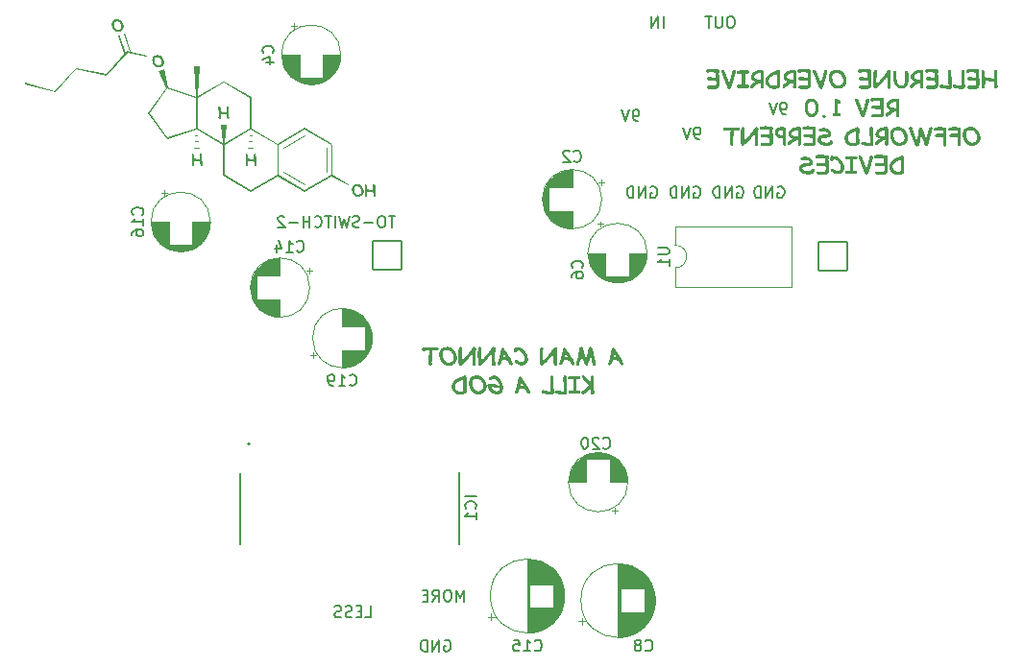
<source format=gbo>
%TF.GenerationSoftware,KiCad,Pcbnew,7.0.2*%
%TF.CreationDate,2023-07-16T22:24:44-04:00*%
%TF.ProjectId,hellerune,68656c6c-6572-4756-9e65-2e6b69636164,rev?*%
%TF.SameCoordinates,Original*%
%TF.FileFunction,Legend,Bot*%
%TF.FilePolarity,Positive*%
%FSLAX46Y46*%
G04 Gerber Fmt 4.6, Leading zero omitted, Abs format (unit mm)*
G04 Created by KiCad (PCBNEW 7.0.2) date 2023-07-16 22:24:44*
%MOMM*%
%LPD*%
G01*
G04 APERTURE LIST*
G04 Aperture macros list*
%AMRoundRect*
0 Rectangle with rounded corners*
0 $1 Rounding radius*
0 $2 $3 $4 $5 $6 $7 $8 $9 X,Y pos of 4 corners*
0 Add a 4 corners polygon primitive as box body*
4,1,4,$2,$3,$4,$5,$6,$7,$8,$9,$2,$3,0*
0 Add four circle primitives for the rounded corners*
1,1,$1+$1,$2,$3*
1,1,$1+$1,$4,$5*
1,1,$1+$1,$6,$7*
1,1,$1+$1,$8,$9*
0 Add four rect primitives between the rounded corners*
20,1,$1+$1,$2,$3,$4,$5,0*
20,1,$1+$1,$4,$5,$6,$7,0*
20,1,$1+$1,$6,$7,$8,$9,0*
20,1,$1+$1,$8,$9,$2,$3,0*%
G04 Aperture macros list end*
%ADD10C,0.300000*%
%ADD11C,0.150000*%
%ADD12C,0.200000*%
%ADD13C,0.120000*%
%ADD14C,0.114447*%
%ADD15C,0.127000*%
%ADD16R,1.700000X1.700000*%
%ADD17O,1.700000X1.700000*%
%ADD18RoundRect,0.101600X1.270000X1.270000X-1.270000X1.270000X-1.270000X-1.270000X1.270000X-1.270000X0*%
%ADD19C,2.743200*%
%ADD20R,1.600000X1.600000*%
%ADD21O,1.600000X1.600000*%
%ADD22C,1.600000*%
%ADD23R,1.248000X1.248000*%
%ADD24C,1.248000*%
G04 APERTURE END LIST*
D10*
G36*
X186578541Y-58755812D02*
G01*
X186583435Y-58774285D01*
X186587677Y-58792151D01*
X186591266Y-58809410D01*
X186594203Y-58826063D01*
X186596487Y-58842108D01*
X186598118Y-58857547D01*
X186599097Y-58872379D01*
X186599423Y-58886605D01*
X186599790Y-58903045D01*
X186600545Y-58917960D01*
X186601713Y-58935091D01*
X186603001Y-58951058D01*
X186604575Y-58968564D01*
X186605285Y-58975997D01*
X186606868Y-58994013D01*
X186608183Y-59010509D01*
X186609230Y-59025483D01*
X186610131Y-59041446D01*
X186610695Y-59057302D01*
X186610781Y-59065024D01*
X186610871Y-59084268D01*
X186611141Y-59105179D01*
X186611422Y-59120047D01*
X186611782Y-59135656D01*
X186612223Y-59152007D01*
X186612744Y-59169099D01*
X186613345Y-59186932D01*
X186614026Y-59205506D01*
X186614788Y-59224822D01*
X186615629Y-59244879D01*
X186616551Y-59265677D01*
X186617553Y-59287217D01*
X186618635Y-59309498D01*
X186619797Y-59332520D01*
X186621039Y-59356284D01*
X186622281Y-59380001D01*
X186623443Y-59402978D01*
X186624525Y-59425213D01*
X186625527Y-59446707D01*
X186626448Y-59467459D01*
X186627290Y-59487471D01*
X186628051Y-59506740D01*
X186628732Y-59525269D01*
X186629334Y-59543056D01*
X186629854Y-59560102D01*
X186630295Y-59576407D01*
X186630656Y-59591970D01*
X186630936Y-59606792D01*
X186631207Y-59627635D01*
X186631297Y-59646810D01*
X186631197Y-59661615D01*
X186630898Y-59677727D01*
X186630399Y-59695146D01*
X186629700Y-59713872D01*
X186628802Y-59733906D01*
X186627703Y-59755247D01*
X186626861Y-59770201D01*
X186625929Y-59785735D01*
X186624909Y-59801851D01*
X186623799Y-59818548D01*
X186622602Y-59835826D01*
X186621315Y-59853685D01*
X186619940Y-59872124D01*
X186618564Y-59890518D01*
X186617278Y-59908332D01*
X186616080Y-59925564D01*
X186614971Y-59942214D01*
X186613951Y-59958284D01*
X186613019Y-59973773D01*
X186612176Y-59988681D01*
X186611078Y-60009954D01*
X186610180Y-60029919D01*
X186609481Y-60048576D01*
X186608982Y-60065927D01*
X186608682Y-60081970D01*
X186608582Y-60096706D01*
X186609566Y-60114022D01*
X186612518Y-60130480D01*
X186617437Y-60146079D01*
X186624325Y-60160819D01*
X186633180Y-60174701D01*
X186644002Y-60187724D01*
X186648882Y-60192693D01*
X186661845Y-60203986D01*
X186675773Y-60213366D01*
X186690667Y-60220831D01*
X186706528Y-60226381D01*
X186723354Y-60230018D01*
X186741146Y-60231741D01*
X186748534Y-60231894D01*
X186763480Y-60231299D01*
X186781439Y-60228880D01*
X186798592Y-60224601D01*
X186814941Y-60218462D01*
X186830485Y-60210462D01*
X186845223Y-60200601D01*
X186853680Y-60193792D01*
X186866451Y-60181474D01*
X186877057Y-60168333D01*
X186885499Y-60154369D01*
X186891776Y-60139582D01*
X186895889Y-60123972D01*
X186897837Y-60107539D01*
X186898010Y-60100736D01*
X186898119Y-60080981D01*
X186898343Y-60064639D01*
X186898690Y-60046990D01*
X186899159Y-60028034D01*
X186899750Y-60007771D01*
X186900464Y-59986200D01*
X186901008Y-59971093D01*
X186901606Y-59955405D01*
X186902259Y-59939137D01*
X186902966Y-59922287D01*
X186903727Y-59904856D01*
X186904543Y-59886844D01*
X186904971Y-59877620D01*
X186905770Y-59859319D01*
X186906517Y-59841602D01*
X186907212Y-59824468D01*
X186907856Y-59807919D01*
X186908449Y-59791954D01*
X186908990Y-59776572D01*
X186909479Y-59761774D01*
X186910117Y-59740673D01*
X186910638Y-59720885D01*
X186911044Y-59702410D01*
X186911334Y-59685250D01*
X186911508Y-59669403D01*
X186911566Y-59654870D01*
X186911512Y-59636998D01*
X186911351Y-59619787D01*
X186911083Y-59603238D01*
X186910707Y-59587351D01*
X186910224Y-59572125D01*
X186909503Y-59554729D01*
X186909367Y-59551922D01*
X186929905Y-59552925D01*
X186951036Y-59554195D01*
X186972759Y-59555730D01*
X186995074Y-59557532D01*
X187017982Y-59559600D01*
X187041482Y-59561934D01*
X187065575Y-59564534D01*
X187090260Y-59567401D01*
X187115538Y-59570534D01*
X187141408Y-59573933D01*
X187167870Y-59577598D01*
X187194926Y-59581529D01*
X187222573Y-59585726D01*
X187250813Y-59590190D01*
X187279646Y-59594920D01*
X187294284Y-59597384D01*
X187309071Y-59599916D01*
X187333800Y-59604179D01*
X187358530Y-59608451D01*
X187383260Y-59612731D01*
X187407989Y-59617020D01*
X187432719Y-59621318D01*
X187457448Y-59625624D01*
X187482178Y-59629939D01*
X187506908Y-59634262D01*
X187531637Y-59638594D01*
X187556367Y-59642935D01*
X187581096Y-59647284D01*
X187605826Y-59651642D01*
X187630556Y-59656008D01*
X187655285Y-59660383D01*
X187680015Y-59664767D01*
X187704744Y-59669159D01*
X187705454Y-59686824D01*
X187706197Y-59701862D01*
X187707120Y-59718432D01*
X187708223Y-59736535D01*
X187709507Y-59756170D01*
X187710971Y-59777338D01*
X187712047Y-59792302D01*
X187713204Y-59807947D01*
X187714440Y-59824273D01*
X187715757Y-59841280D01*
X187717153Y-59858969D01*
X187718630Y-59877339D01*
X187719399Y-59886779D01*
X187720641Y-59903350D01*
X187721803Y-59919540D01*
X187722885Y-59935349D01*
X187723887Y-59950778D01*
X187724808Y-59965826D01*
X187725650Y-59980494D01*
X187726762Y-60001781D01*
X187727694Y-60022212D01*
X187728445Y-60041786D01*
X187729016Y-60060504D01*
X187729407Y-60078366D01*
X187729617Y-60095370D01*
X187729657Y-60106231D01*
X187730641Y-60122315D01*
X187733593Y-60137594D01*
X187738512Y-60152068D01*
X187745399Y-60165737D01*
X187754254Y-60178601D01*
X187765077Y-60190660D01*
X187769957Y-60195258D01*
X187782919Y-60205812D01*
X187796848Y-60214578D01*
X187811742Y-60221554D01*
X187827602Y-60226742D01*
X187844429Y-60230141D01*
X187862221Y-60231751D01*
X187869608Y-60231894D01*
X187884320Y-60231299D01*
X187901840Y-60228880D01*
X187918395Y-60224601D01*
X187933983Y-60218462D01*
X187948606Y-60210462D01*
X187962262Y-60200601D01*
X187969992Y-60193792D01*
X187981496Y-60181465D01*
X187991051Y-60168297D01*
X187998655Y-60154288D01*
X188004310Y-60139439D01*
X188008015Y-60123748D01*
X188009770Y-60107217D01*
X188009926Y-60100369D01*
X188009768Y-60080528D01*
X188009295Y-60058922D01*
X188008804Y-60043537D01*
X188008173Y-60027368D01*
X188007401Y-60010415D01*
X188006490Y-59992678D01*
X188005438Y-59974157D01*
X188004246Y-59954851D01*
X188002913Y-59934761D01*
X188001441Y-59913887D01*
X187999828Y-59892229D01*
X187998075Y-59869786D01*
X187996181Y-59846559D01*
X187994148Y-59822548D01*
X187991974Y-59797752D01*
X187989800Y-59772957D01*
X187987766Y-59748946D01*
X187985873Y-59725719D01*
X187984120Y-59703276D01*
X187982507Y-59681618D01*
X187981034Y-59660744D01*
X187979702Y-59640654D01*
X187978510Y-59621348D01*
X187977458Y-59602827D01*
X187976547Y-59585089D01*
X187975775Y-59568137D01*
X187975144Y-59551968D01*
X187974653Y-59536583D01*
X187974180Y-59514977D01*
X187974022Y-59495136D01*
X187973998Y-59478556D01*
X187973925Y-59460966D01*
X187973803Y-59442366D01*
X187973633Y-59422756D01*
X187973414Y-59402135D01*
X187973146Y-59380504D01*
X187972830Y-59357862D01*
X187972465Y-59334210D01*
X187972051Y-59309548D01*
X187971589Y-59283875D01*
X187971078Y-59257192D01*
X187970519Y-59229499D01*
X187969910Y-59200795D01*
X187969588Y-59186064D01*
X187969254Y-59171081D01*
X187968907Y-59155845D01*
X187968548Y-59140356D01*
X187968177Y-59124615D01*
X187967794Y-59108621D01*
X187967411Y-59092605D01*
X187967040Y-59076843D01*
X187966681Y-59061336D01*
X187966334Y-59046082D01*
X187966000Y-59031082D01*
X187965677Y-59016336D01*
X187965069Y-58987607D01*
X187964509Y-58959893D01*
X187963999Y-58933196D01*
X187963536Y-58907514D01*
X187963123Y-58882849D01*
X187962758Y-58859200D01*
X187962442Y-58836567D01*
X187962174Y-58814950D01*
X187961955Y-58794349D01*
X187961785Y-58774765D01*
X187961663Y-58756196D01*
X187961590Y-58738643D01*
X187961566Y-58722107D01*
X187960591Y-58705240D01*
X187957666Y-58689213D01*
X187952791Y-58674027D01*
X187945967Y-58659682D01*
X187937192Y-58646178D01*
X187926468Y-58633514D01*
X187921632Y-58628684D01*
X187908555Y-58617707D01*
X187894512Y-58608591D01*
X187879504Y-58601336D01*
X187863529Y-58595940D01*
X187846588Y-58592405D01*
X187828681Y-58590731D01*
X187821248Y-58590582D01*
X187803069Y-58591530D01*
X187785857Y-58594375D01*
X187769610Y-58599115D01*
X187754329Y-58605752D01*
X187740015Y-58614285D01*
X187726666Y-58624714D01*
X187721597Y-58629417D01*
X187709987Y-58641859D01*
X187700345Y-58655141D01*
X187692671Y-58669264D01*
X187686964Y-58684228D01*
X187683225Y-58700033D01*
X187681454Y-58716679D01*
X187681297Y-58723572D01*
X187681349Y-58738749D01*
X187681503Y-58755292D01*
X187681761Y-58773199D01*
X187682121Y-58792472D01*
X187682585Y-58813110D01*
X187683152Y-58835113D01*
X187683587Y-58850541D01*
X187684068Y-58866575D01*
X187684594Y-58883216D01*
X187685167Y-58900463D01*
X187685785Y-58918318D01*
X187686449Y-58936779D01*
X187687159Y-58955847D01*
X187687824Y-58974871D01*
X187688447Y-58993291D01*
X187689026Y-59011107D01*
X187689563Y-59028319D01*
X187690057Y-59044927D01*
X187690508Y-59060931D01*
X187690915Y-59076331D01*
X187691280Y-59091127D01*
X187691747Y-59112189D01*
X187692118Y-59131893D01*
X187692391Y-59150237D01*
X187692568Y-59167222D01*
X187692649Y-59182849D01*
X187692654Y-59187756D01*
X187693089Y-59203326D01*
X187693987Y-59218851D01*
X187695108Y-59234307D01*
X187696570Y-59252053D01*
X187697984Y-59267898D01*
X187699615Y-59285209D01*
X187701058Y-59301478D01*
X187702271Y-59316762D01*
X187703466Y-59334483D01*
X187704304Y-59350665D01*
X187704836Y-59368053D01*
X187704853Y-59383226D01*
X187704744Y-59387791D01*
X187309071Y-59316350D01*
X187280333Y-59311491D01*
X187252096Y-59306899D01*
X187224359Y-59302573D01*
X187197124Y-59298512D01*
X187170389Y-59294719D01*
X187144155Y-59291191D01*
X187118423Y-59287929D01*
X187093191Y-59284934D01*
X187068460Y-59282205D01*
X187044230Y-59279742D01*
X187020500Y-59277545D01*
X186997272Y-59275615D01*
X186974545Y-59273950D01*
X186952318Y-59272552D01*
X186930592Y-59271420D01*
X186909367Y-59270554D01*
X186908564Y-59255592D01*
X186907663Y-59236534D01*
X186907009Y-59221553D01*
X186906312Y-59204752D01*
X186905572Y-59186130D01*
X186904789Y-59165688D01*
X186903964Y-59143426D01*
X186903095Y-59119343D01*
X186902183Y-59093440D01*
X186901229Y-59065717D01*
X186900231Y-59036173D01*
X186899716Y-59020718D01*
X186899191Y-59004809D01*
X186898655Y-58988444D01*
X186898108Y-58971624D01*
X186897550Y-58954349D01*
X186896981Y-58936619D01*
X186896402Y-58918434D01*
X186895812Y-58899794D01*
X186895076Y-58884681D01*
X186893554Y-58869156D01*
X186891246Y-58853220D01*
X186888153Y-58836871D01*
X186884274Y-58820109D01*
X186879609Y-58802936D01*
X186874159Y-58785351D01*
X186867923Y-58767353D01*
X186860901Y-58748943D01*
X186853093Y-58730121D01*
X186847452Y-58717344D01*
X186840200Y-58701994D01*
X186832826Y-58687634D01*
X186825328Y-58674265D01*
X186813851Y-58656068D01*
X186802097Y-58640099D01*
X186790066Y-58626358D01*
X186777758Y-58614845D01*
X186765173Y-58605561D01*
X186752312Y-58598505D01*
X186734732Y-58592563D01*
X186716660Y-58590582D01*
X186699905Y-58591468D01*
X186683759Y-58594124D01*
X186668220Y-58598552D01*
X186653290Y-58604750D01*
X186638968Y-58612720D01*
X186625255Y-58622460D01*
X186619940Y-58626852D01*
X186609292Y-58636956D01*
X186597979Y-58650439D01*
X186588885Y-58664870D01*
X186582008Y-58680249D01*
X186577350Y-58696576D01*
X186574910Y-58713851D01*
X186574511Y-58724672D01*
X186575518Y-58740150D01*
X186578293Y-58754828D01*
X186578541Y-58755812D01*
G37*
G36*
X185370638Y-58848503D02*
G01*
X185386334Y-58847730D01*
X185401265Y-58845664D01*
X185413869Y-58843007D01*
X185434714Y-58837994D01*
X185455485Y-58833304D01*
X185476182Y-58828938D01*
X185496804Y-58824895D01*
X185517352Y-58821176D01*
X185537826Y-58817780D01*
X185558225Y-58814707D01*
X185578549Y-58811958D01*
X185598799Y-58809532D01*
X185618975Y-58807430D01*
X185639077Y-58805651D01*
X185659104Y-58804195D01*
X185679056Y-58803063D01*
X185698934Y-58802255D01*
X185718738Y-58801770D01*
X185738467Y-58801608D01*
X185757970Y-58801791D01*
X185772831Y-58802169D01*
X185787891Y-58802753D01*
X185803150Y-58803543D01*
X185818609Y-58804539D01*
X185834268Y-58805741D01*
X185850127Y-58807149D01*
X185866185Y-58808764D01*
X185882443Y-58810584D01*
X185898900Y-58812610D01*
X185904430Y-58813332D01*
X185921088Y-58815633D01*
X185937953Y-58818140D01*
X185955023Y-58820854D01*
X185972299Y-58823773D01*
X185989782Y-58826899D01*
X186007470Y-58830230D01*
X186025365Y-58833768D01*
X186043466Y-58837512D01*
X186061772Y-58841462D01*
X186080285Y-58845618D01*
X186092742Y-58848503D01*
X186092779Y-58866809D01*
X186092890Y-58886192D01*
X186093076Y-58906652D01*
X186093337Y-58928187D01*
X186093672Y-58950798D01*
X186094081Y-58974486D01*
X186094565Y-58999250D01*
X186095123Y-59025090D01*
X186095755Y-59052007D01*
X186096462Y-59079999D01*
X186097244Y-59109068D01*
X186097662Y-59124006D01*
X186098100Y-59139213D01*
X186098555Y-59154689D01*
X186099030Y-59170434D01*
X186099523Y-59186448D01*
X186100034Y-59202731D01*
X186100565Y-59219283D01*
X186101114Y-59236105D01*
X186101681Y-59253195D01*
X186102267Y-59270554D01*
X186083308Y-59269346D01*
X186063198Y-59267937D01*
X186046986Y-59266758D01*
X186028530Y-59265387D01*
X186007831Y-59263824D01*
X185984887Y-59262070D01*
X185959700Y-59260123D01*
X185932268Y-59257985D01*
X185902593Y-59255655D01*
X185886913Y-59254419D01*
X185870673Y-59253134D01*
X185853872Y-59251801D01*
X185836510Y-59250420D01*
X185818587Y-59248992D01*
X185800102Y-59247515D01*
X185781057Y-59245991D01*
X185761451Y-59244418D01*
X185741284Y-59242798D01*
X185720555Y-59241130D01*
X185699266Y-59239413D01*
X185675237Y-59237506D01*
X185652332Y-59235721D01*
X185630552Y-59234060D01*
X185609896Y-59232521D01*
X185590366Y-59231106D01*
X185571960Y-59229813D01*
X185554680Y-59228644D01*
X185538524Y-59227598D01*
X185523493Y-59226675D01*
X185503056Y-59225521D01*
X185485149Y-59224644D01*
X185469774Y-59224044D01*
X185453210Y-59223675D01*
X185449772Y-59223660D01*
X185434843Y-59224266D01*
X185416954Y-59226732D01*
X185399924Y-59231093D01*
X185383752Y-59237350D01*
X185368439Y-59245504D01*
X185353985Y-59255554D01*
X185345725Y-59262494D01*
X185333271Y-59275247D01*
X185322927Y-59289235D01*
X185314695Y-59304456D01*
X185308573Y-59320912D01*
X185304562Y-59338603D01*
X185302874Y-59353643D01*
X185302494Y-59365443D01*
X185303005Y-59380413D01*
X185305687Y-59401308D01*
X185310668Y-59420329D01*
X185317949Y-59437475D01*
X185327528Y-59452748D01*
X185339407Y-59466146D01*
X185353584Y-59477670D01*
X185370061Y-59487321D01*
X185388837Y-59495097D01*
X185409912Y-59500999D01*
X185425239Y-59503893D01*
X185433286Y-59505027D01*
X185449457Y-59505975D01*
X185467057Y-59507032D01*
X185486087Y-59508199D01*
X185506547Y-59509475D01*
X185528437Y-59510861D01*
X185543824Y-59511846D01*
X185559847Y-59512879D01*
X185576505Y-59513961D01*
X185593798Y-59515091D01*
X185611727Y-59516271D01*
X185630292Y-59517498D01*
X185649492Y-59518775D01*
X185669327Y-59520100D01*
X185679483Y-59520781D01*
X185698379Y-59522405D01*
X185718432Y-59524073D01*
X185739641Y-59525783D01*
X185762006Y-59527536D01*
X185785528Y-59529332D01*
X185810206Y-59531171D01*
X185836040Y-59533053D01*
X185863031Y-59534978D01*
X185891178Y-59536945D01*
X185920482Y-59538956D01*
X185935567Y-59539978D01*
X185950941Y-59541010D01*
X185966605Y-59542053D01*
X185982557Y-59543106D01*
X185998799Y-59544171D01*
X186015330Y-59545246D01*
X186032150Y-59546332D01*
X186049259Y-59547428D01*
X186066657Y-59548536D01*
X186084344Y-59549654D01*
X186102320Y-59550783D01*
X186120585Y-59551922D01*
X186121472Y-59567983D01*
X186122303Y-59583653D01*
X186123075Y-59598930D01*
X186123791Y-59613815D01*
X186124757Y-59635407D01*
X186125594Y-59656117D01*
X186126302Y-59675945D01*
X186126882Y-59694890D01*
X186127333Y-59712953D01*
X186127655Y-59730134D01*
X186127848Y-59746432D01*
X186127912Y-59761849D01*
X186127819Y-59786268D01*
X186127540Y-59809333D01*
X186127075Y-59831044D01*
X186126424Y-59851402D01*
X186125587Y-59870406D01*
X186124564Y-59888056D01*
X186123354Y-59904352D01*
X186121959Y-59919294D01*
X186119517Y-59939169D01*
X186116657Y-59955998D01*
X186112192Y-59973697D01*
X186105564Y-59988207D01*
X186104099Y-59990094D01*
X186089248Y-59996469D01*
X186073685Y-59999110D01*
X186057473Y-60000758D01*
X186037919Y-60001995D01*
X186021059Y-60002652D01*
X186002318Y-60003077D01*
X185981697Y-60003270D01*
X185974406Y-60003283D01*
X185957370Y-60003237D01*
X185938319Y-60003100D01*
X185922708Y-60002936D01*
X185905964Y-60002722D01*
X185888087Y-60002456D01*
X185869076Y-60002138D01*
X185848932Y-60001769D01*
X185827654Y-60001348D01*
X185812839Y-60001039D01*
X185797521Y-60000707D01*
X185781698Y-60000352D01*
X185765833Y-59999997D01*
X185750477Y-59999665D01*
X185735631Y-59999356D01*
X185714317Y-59998935D01*
X185694149Y-59998566D01*
X185675127Y-59998248D01*
X185657252Y-59997982D01*
X185640523Y-59997767D01*
X185624940Y-59997604D01*
X185605946Y-59997467D01*
X185588991Y-59997421D01*
X185574078Y-59996813D01*
X185559470Y-59995450D01*
X185544734Y-59993620D01*
X185528174Y-59991193D01*
X185511542Y-59988766D01*
X185496909Y-59986935D01*
X185481031Y-59985457D01*
X185468457Y-59984965D01*
X185453797Y-59985491D01*
X185436228Y-59987631D01*
X185419500Y-59991416D01*
X185403613Y-59996847D01*
X185388566Y-60003924D01*
X185374361Y-60012647D01*
X185366241Y-60018670D01*
X185354907Y-60028488D01*
X185342864Y-60042096D01*
X185333183Y-60057188D01*
X185325862Y-60073766D01*
X185321706Y-60088097D01*
X185319062Y-60103379D01*
X185317928Y-60119610D01*
X185317881Y-60123817D01*
X185318940Y-60144310D01*
X185322119Y-60163199D01*
X185327416Y-60180485D01*
X185334831Y-60196168D01*
X185344366Y-60210247D01*
X185356019Y-60222722D01*
X185369791Y-60233594D01*
X185385681Y-60242862D01*
X185403691Y-60250527D01*
X185423819Y-60256588D01*
X185438415Y-60259738D01*
X185459669Y-60263142D01*
X185476007Y-60265226D01*
X185494079Y-60267161D01*
X185513885Y-60268947D01*
X185535426Y-60270584D01*
X185558702Y-60272073D01*
X185583712Y-60273412D01*
X185610457Y-60274603D01*
X185638936Y-60275645D01*
X185653826Y-60276110D01*
X185669149Y-60276538D01*
X185684907Y-60276928D01*
X185701097Y-60277282D01*
X185717722Y-60277598D01*
X185734780Y-60277877D01*
X185752272Y-60278119D01*
X185770197Y-60278324D01*
X185788556Y-60278491D01*
X185807349Y-60278621D01*
X185826575Y-60278714D01*
X185846235Y-60278770D01*
X185866328Y-60278789D01*
X185887097Y-60278700D01*
X185907408Y-60278432D01*
X185927263Y-60277987D01*
X185946659Y-60277363D01*
X185965599Y-60276562D01*
X185984082Y-60275582D01*
X186002107Y-60274424D01*
X186019675Y-60273087D01*
X186036785Y-60271573D01*
X186053439Y-60269880D01*
X186069635Y-60268009D01*
X186085374Y-60265960D01*
X186100656Y-60263733D01*
X186115480Y-60261328D01*
X186143758Y-60255983D01*
X186170206Y-60249925D01*
X186194825Y-60243154D01*
X186217616Y-60235671D01*
X186238577Y-60227475D01*
X186257710Y-60218566D01*
X186275013Y-60208945D01*
X186290488Y-60198611D01*
X186304134Y-60187564D01*
X186317754Y-60174053D01*
X186330495Y-60158707D01*
X186342357Y-60141527D01*
X186353341Y-60122511D01*
X186363446Y-60101662D01*
X186372672Y-60078977D01*
X186381020Y-60054458D01*
X186388489Y-60028104D01*
X186395079Y-59999915D01*
X186398045Y-59985133D01*
X186400791Y-59969892D01*
X186403317Y-59954193D01*
X186405624Y-59938034D01*
X186407711Y-59921417D01*
X186409578Y-59904342D01*
X186411225Y-59886807D01*
X186412653Y-59868814D01*
X186413862Y-59850363D01*
X186414850Y-59831452D01*
X186415619Y-59812083D01*
X186416168Y-59792256D01*
X186416498Y-59771969D01*
X186416608Y-59751224D01*
X186416529Y-59733277D01*
X186416293Y-59714239D01*
X186415899Y-59694110D01*
X186415348Y-59672891D01*
X186414640Y-59650581D01*
X186413774Y-59627181D01*
X186412751Y-59602691D01*
X186411570Y-59577110D01*
X186410232Y-59550438D01*
X186408736Y-59522676D01*
X186407084Y-59493823D01*
X186406198Y-59478988D01*
X186405273Y-59463880D01*
X186404309Y-59448500D01*
X186403305Y-59432846D01*
X186402262Y-59416921D01*
X186401180Y-59400722D01*
X186400059Y-59384251D01*
X186398898Y-59367508D01*
X186397697Y-59350491D01*
X186396458Y-59333203D01*
X186395218Y-59315915D01*
X186394017Y-59298902D01*
X186392856Y-59282163D01*
X186391735Y-59265700D01*
X186390653Y-59249511D01*
X186389610Y-59233597D01*
X186388606Y-59217958D01*
X186387642Y-59202594D01*
X186386717Y-59187504D01*
X186385832Y-59172689D01*
X186384179Y-59143884D01*
X186382683Y-59116178D01*
X186381345Y-59089570D01*
X186380164Y-59064062D01*
X186379141Y-59039653D01*
X186378275Y-59016343D01*
X186377567Y-58994132D01*
X186377016Y-58973021D01*
X186376622Y-58953008D01*
X186376386Y-58934094D01*
X186376307Y-58916280D01*
X186376668Y-58901455D01*
X186377750Y-58884183D01*
X186379203Y-58867920D01*
X186381156Y-58849958D01*
X186383079Y-58834365D01*
X186385323Y-58817684D01*
X186386566Y-58808935D01*
X186388970Y-58791710D01*
X186391054Y-58775573D01*
X186392817Y-58760524D01*
X186394570Y-58743241D01*
X186395822Y-58727658D01*
X186396664Y-58711202D01*
X186396824Y-58701591D01*
X186396260Y-58682470D01*
X186394568Y-58664582D01*
X186391749Y-58647928D01*
X186387802Y-58632508D01*
X186382727Y-58618321D01*
X186373001Y-58599355D01*
X186360737Y-58583163D01*
X186345936Y-58569748D01*
X186328597Y-58559108D01*
X186308721Y-58551243D01*
X186294061Y-58547543D01*
X186278273Y-58545075D01*
X186261357Y-58543842D01*
X186252476Y-58543688D01*
X186235823Y-58544589D01*
X186219658Y-58547294D01*
X186203983Y-58551802D01*
X186188798Y-58558113D01*
X186174102Y-58566228D01*
X186169312Y-58569333D01*
X186154385Y-58565833D01*
X186139556Y-58562475D01*
X186124824Y-58559261D01*
X186110190Y-58556190D01*
X186095652Y-58553262D01*
X186081213Y-58550477D01*
X186059735Y-58546568D01*
X186038477Y-58542981D01*
X186017437Y-58539716D01*
X185996617Y-58536772D01*
X185976015Y-58534151D01*
X185955633Y-58531852D01*
X185942166Y-58530498D01*
X185922073Y-58528665D01*
X185902186Y-58527012D01*
X185882506Y-58525540D01*
X185863031Y-58524247D01*
X185843763Y-58523135D01*
X185824700Y-58522204D01*
X185805844Y-58521452D01*
X185787194Y-58520881D01*
X185768750Y-58520491D01*
X185750512Y-58520280D01*
X185738467Y-58520240D01*
X185722335Y-58520286D01*
X185706406Y-58520423D01*
X185690681Y-58520652D01*
X185675161Y-58520973D01*
X185659844Y-58521385D01*
X185644731Y-58521889D01*
X185629822Y-58522484D01*
X185615117Y-58523171D01*
X185586319Y-58524820D01*
X185558336Y-58526835D01*
X185531169Y-58529216D01*
X185504818Y-58531964D01*
X185479283Y-58535078D01*
X185454564Y-58538558D01*
X185430660Y-58542405D01*
X185407572Y-58546618D01*
X185385299Y-58551198D01*
X185363843Y-58556144D01*
X185343202Y-58561456D01*
X185323377Y-58567135D01*
X185306419Y-58574607D01*
X185291129Y-58583149D01*
X185277508Y-58592760D01*
X185265554Y-58603439D01*
X185255268Y-58615188D01*
X185246650Y-58628006D01*
X185239701Y-58641893D01*
X185234419Y-58656848D01*
X185230805Y-58672873D01*
X185228859Y-58689967D01*
X185228488Y-58701957D01*
X185229392Y-58718932D01*
X185232102Y-58735280D01*
X185236619Y-58751003D01*
X185242942Y-58766099D01*
X185251073Y-58780570D01*
X185261010Y-58794414D01*
X185265491Y-58799776D01*
X185276190Y-58811196D01*
X185287587Y-58821094D01*
X185299683Y-58829469D01*
X185315785Y-58837796D01*
X185332978Y-58843744D01*
X185347518Y-58846790D01*
X185362756Y-58848312D01*
X185370638Y-58848503D01*
G37*
G36*
X184128296Y-60161552D02*
G01*
X184143976Y-60167330D01*
X184160697Y-60173030D01*
X184178460Y-60178653D01*
X184197264Y-60184198D01*
X184217111Y-60189666D01*
X184238000Y-60195057D01*
X184259930Y-60200371D01*
X184282902Y-60205607D01*
X184306916Y-60210767D01*
X184331972Y-60215849D01*
X184358070Y-60220853D01*
X184385209Y-60225780D01*
X184413391Y-60230630D01*
X184427872Y-60233026D01*
X184442614Y-60235403D01*
X184457616Y-60237761D01*
X184472879Y-60240099D01*
X184488402Y-60242417D01*
X184504186Y-60244717D01*
X184532941Y-60248843D01*
X184561047Y-60252702D01*
X184588503Y-60256296D01*
X184615309Y-60259623D01*
X184641465Y-60262684D01*
X184666972Y-60265479D01*
X184691829Y-60268008D01*
X184716036Y-60270271D01*
X184739594Y-60272267D01*
X184762501Y-60273997D01*
X184784760Y-60275461D01*
X184806368Y-60276659D01*
X184827326Y-60277591D01*
X184847635Y-60278256D01*
X184867295Y-60278656D01*
X184886304Y-60278789D01*
X184901834Y-60278572D01*
X184916871Y-60277922D01*
X184945466Y-60275320D01*
X184972089Y-60270983D01*
X184996740Y-60264913D01*
X185019419Y-60257107D01*
X185040125Y-60247568D01*
X185058860Y-60236293D01*
X185075623Y-60223285D01*
X185090413Y-60208541D01*
X185103232Y-60192063D01*
X185114078Y-60173851D01*
X185122952Y-60153904D01*
X185129855Y-60132223D01*
X185134785Y-60108807D01*
X185137743Y-60083657D01*
X185138729Y-60056772D01*
X185137106Y-60038003D01*
X185135844Y-60019008D01*
X185134802Y-60002806D01*
X185133600Y-59983774D01*
X185132237Y-59961911D01*
X185130715Y-59937217D01*
X185129032Y-59909692D01*
X185128130Y-59894869D01*
X185127188Y-59879337D01*
X185126207Y-59863098D01*
X185125185Y-59846151D01*
X185124123Y-59828497D01*
X185123021Y-59810134D01*
X185121879Y-59791065D01*
X185120697Y-59771287D01*
X185119475Y-59750802D01*
X185118213Y-59729609D01*
X185116567Y-59701483D01*
X185114974Y-59673161D01*
X185113433Y-59644643D01*
X185111944Y-59615927D01*
X185110508Y-59587015D01*
X185109124Y-59557906D01*
X185107792Y-59528600D01*
X185106512Y-59499097D01*
X185105284Y-59469397D01*
X185104109Y-59439501D01*
X185102986Y-59409408D01*
X185101915Y-59379118D01*
X185100896Y-59348632D01*
X185099930Y-59317948D01*
X185099016Y-59287068D01*
X185098154Y-59255991D01*
X185097344Y-59224718D01*
X185096587Y-59193247D01*
X185095882Y-59161580D01*
X185095229Y-59129716D01*
X185094628Y-59097655D01*
X185094080Y-59065397D01*
X185093584Y-59032943D01*
X185093140Y-59000292D01*
X185092748Y-58967444D01*
X185092408Y-58934399D01*
X185092121Y-58901158D01*
X185091886Y-58867720D01*
X185091703Y-58834085D01*
X185091572Y-58800253D01*
X185091494Y-58766224D01*
X185091468Y-58731999D01*
X185090475Y-58714004D01*
X185087497Y-58696887D01*
X185082532Y-58680645D01*
X185075583Y-58665280D01*
X185066647Y-58650792D01*
X185055726Y-58637181D01*
X185050802Y-58631981D01*
X185037575Y-58620055D01*
X185023310Y-58610150D01*
X185008008Y-58602266D01*
X184991668Y-58596404D01*
X184974291Y-58592563D01*
X184959642Y-58590946D01*
X184948220Y-58590582D01*
X184933067Y-58591229D01*
X184915044Y-58593857D01*
X184898041Y-58598506D01*
X184882057Y-58605177D01*
X184867093Y-58613869D01*
X184853148Y-58624583D01*
X184845271Y-58631981D01*
X184833345Y-58645242D01*
X184823440Y-58659380D01*
X184815556Y-58674394D01*
X184809694Y-58690285D01*
X184805853Y-58707052D01*
X184804034Y-58724696D01*
X184803872Y-58731999D01*
X184803899Y-58766261D01*
X184803981Y-58800354D01*
X184804117Y-58834279D01*
X184804307Y-58868034D01*
X184804552Y-58901621D01*
X184804851Y-58935039D01*
X184805204Y-58968288D01*
X184805612Y-59001368D01*
X184806075Y-59034279D01*
X184806591Y-59067022D01*
X184807162Y-59099595D01*
X184807788Y-59132000D01*
X184808467Y-59164236D01*
X184809201Y-59196303D01*
X184809990Y-59228201D01*
X184810833Y-59259930D01*
X184811730Y-59291490D01*
X184812682Y-59322881D01*
X184813688Y-59354104D01*
X184814748Y-59385158D01*
X184815863Y-59416042D01*
X184817033Y-59446758D01*
X184818256Y-59477305D01*
X184819534Y-59507684D01*
X184820866Y-59537893D01*
X184822253Y-59567933D01*
X184823694Y-59597805D01*
X184825190Y-59627508D01*
X184826740Y-59657041D01*
X184828344Y-59686406D01*
X184830003Y-59715602D01*
X184831716Y-59744630D01*
X184833508Y-59760858D01*
X184835314Y-59778633D01*
X184837132Y-59797953D01*
X184838963Y-59818818D01*
X184840191Y-59833587D01*
X184841424Y-59849043D01*
X184842664Y-59865186D01*
X184843909Y-59882016D01*
X184845160Y-59899533D01*
X184846416Y-59917737D01*
X184847678Y-59936627D01*
X184848946Y-59956205D01*
X184850220Y-59976470D01*
X184851499Y-59997421D01*
X184836092Y-59997091D01*
X184820416Y-59996559D01*
X184804470Y-59995826D01*
X184788256Y-59994891D01*
X184771772Y-59993754D01*
X184755020Y-59992415D01*
X184737998Y-59990874D01*
X184720707Y-59989132D01*
X184703148Y-59987188D01*
X184685319Y-59985042D01*
X184667221Y-59982694D01*
X184648854Y-59980145D01*
X184630218Y-59977393D01*
X184611313Y-59974440D01*
X184592139Y-59971285D01*
X184572696Y-59967929D01*
X184552984Y-59964370D01*
X184533003Y-59960610D01*
X184512753Y-59956648D01*
X184492233Y-59952484D01*
X184471445Y-59948119D01*
X184450388Y-59943551D01*
X184429061Y-59938782D01*
X184407466Y-59933811D01*
X184385601Y-59928638D01*
X184363468Y-59923264D01*
X184341065Y-59917687D01*
X184318394Y-59911909D01*
X184295453Y-59905929D01*
X184272243Y-59899748D01*
X184248764Y-59893364D01*
X184225016Y-59886779D01*
X184210348Y-59883301D01*
X184194708Y-59880964D01*
X184179587Y-59880184D01*
X184163759Y-59880952D01*
X184148698Y-59883253D01*
X184134404Y-59887088D01*
X184117616Y-59894040D01*
X184102025Y-59903388D01*
X184090416Y-59912593D01*
X184079574Y-59923332D01*
X184074441Y-59929277D01*
X184064097Y-59943275D01*
X184055507Y-59957792D01*
X184048670Y-59972828D01*
X184043586Y-59988382D01*
X184040255Y-60004455D01*
X184038677Y-60021047D01*
X184038537Y-60027829D01*
X184039326Y-60044630D01*
X184041693Y-60060549D01*
X184045637Y-60075585D01*
X184051159Y-60089739D01*
X184058260Y-60103011D01*
X184066937Y-60115400D01*
X184077193Y-60126908D01*
X184089027Y-60137532D01*
X184102438Y-60147275D01*
X184117427Y-60156135D01*
X184128296Y-60161552D01*
G37*
G36*
X182972051Y-60161552D02*
G01*
X182987730Y-60167330D01*
X183004451Y-60173030D01*
X183022214Y-60178653D01*
X183041019Y-60184198D01*
X183060865Y-60189666D01*
X183081754Y-60195057D01*
X183103684Y-60200371D01*
X183126656Y-60205607D01*
X183150670Y-60210767D01*
X183175726Y-60215849D01*
X183201824Y-60220853D01*
X183228964Y-60225780D01*
X183257145Y-60230630D01*
X183271626Y-60233026D01*
X183286368Y-60235403D01*
X183301371Y-60237761D01*
X183316633Y-60240099D01*
X183332157Y-60242417D01*
X183347940Y-60244717D01*
X183376696Y-60248843D01*
X183404801Y-60252702D01*
X183432257Y-60256296D01*
X183459063Y-60259623D01*
X183485220Y-60262684D01*
X183510726Y-60265479D01*
X183535583Y-60268008D01*
X183559791Y-60270271D01*
X183583348Y-60272267D01*
X183606256Y-60273997D01*
X183628514Y-60275461D01*
X183650122Y-60276659D01*
X183671081Y-60277591D01*
X183691390Y-60278256D01*
X183711049Y-60278656D01*
X183730058Y-60278789D01*
X183745588Y-60278572D01*
X183760625Y-60277922D01*
X183789220Y-60275320D01*
X183815843Y-60270983D01*
X183840494Y-60264913D01*
X183863173Y-60257107D01*
X183883880Y-60247568D01*
X183902614Y-60236293D01*
X183919377Y-60223285D01*
X183934168Y-60208541D01*
X183946986Y-60192063D01*
X183957832Y-60173851D01*
X183966707Y-60153904D01*
X183973609Y-60132223D01*
X183978539Y-60108807D01*
X183981497Y-60083657D01*
X183982483Y-60056772D01*
X183980860Y-60038003D01*
X183979598Y-60019008D01*
X183978556Y-60002806D01*
X183977354Y-59983774D01*
X183975992Y-59961911D01*
X183974469Y-59937217D01*
X183972786Y-59909692D01*
X183971885Y-59894869D01*
X183970943Y-59879337D01*
X183969961Y-59863098D01*
X183968939Y-59846151D01*
X183967877Y-59828497D01*
X183966775Y-59810134D01*
X183965633Y-59791065D01*
X183964451Y-59771287D01*
X183963229Y-59750802D01*
X183961967Y-59729609D01*
X183960322Y-59701483D01*
X183958728Y-59673161D01*
X183957187Y-59644643D01*
X183955699Y-59615927D01*
X183954262Y-59587015D01*
X183952878Y-59557906D01*
X183951546Y-59528600D01*
X183950266Y-59499097D01*
X183949039Y-59469397D01*
X183947863Y-59439501D01*
X183946740Y-59409408D01*
X183945669Y-59379118D01*
X183944651Y-59348632D01*
X183943684Y-59317948D01*
X183942770Y-59287068D01*
X183941908Y-59255991D01*
X183941099Y-59224718D01*
X183940341Y-59193247D01*
X183939636Y-59161580D01*
X183938983Y-59129716D01*
X183938383Y-59097655D01*
X183937834Y-59065397D01*
X183937338Y-59032943D01*
X183936894Y-59000292D01*
X183936502Y-58967444D01*
X183936163Y-58934399D01*
X183935875Y-58901158D01*
X183935640Y-58867720D01*
X183935457Y-58834085D01*
X183935327Y-58800253D01*
X183935248Y-58766224D01*
X183935222Y-58731999D01*
X183934230Y-58714004D01*
X183931251Y-58696887D01*
X183926287Y-58680645D01*
X183919337Y-58665280D01*
X183910402Y-58650792D01*
X183899480Y-58637181D01*
X183894556Y-58631981D01*
X183881329Y-58620055D01*
X183867064Y-58610150D01*
X183851762Y-58602266D01*
X183835422Y-58596404D01*
X183818045Y-58592563D01*
X183803396Y-58590946D01*
X183791974Y-58590582D01*
X183776821Y-58591229D01*
X183758798Y-58593857D01*
X183741795Y-58598506D01*
X183725811Y-58605177D01*
X183710847Y-58613869D01*
X183696903Y-58624583D01*
X183689026Y-58631981D01*
X183677099Y-58645242D01*
X183667194Y-58659380D01*
X183659310Y-58674394D01*
X183653448Y-58690285D01*
X183649607Y-58707052D01*
X183647788Y-58724696D01*
X183647626Y-58731999D01*
X183647654Y-58766261D01*
X183647735Y-58800354D01*
X183647871Y-58834279D01*
X183648061Y-58868034D01*
X183648306Y-58901621D01*
X183648605Y-58935039D01*
X183648959Y-58968288D01*
X183649367Y-59001368D01*
X183649829Y-59034279D01*
X183650345Y-59067022D01*
X183650917Y-59099595D01*
X183651542Y-59132000D01*
X183652222Y-59164236D01*
X183652956Y-59196303D01*
X183653744Y-59228201D01*
X183654587Y-59259930D01*
X183655485Y-59291490D01*
X183656436Y-59322881D01*
X183657442Y-59354104D01*
X183658503Y-59385158D01*
X183659618Y-59416042D01*
X183660787Y-59446758D01*
X183662010Y-59477305D01*
X183663288Y-59507684D01*
X183664621Y-59537893D01*
X183666008Y-59567933D01*
X183667449Y-59597805D01*
X183668944Y-59627508D01*
X183670494Y-59657041D01*
X183672098Y-59686406D01*
X183673757Y-59715602D01*
X183675470Y-59744630D01*
X183677263Y-59760858D01*
X183679068Y-59778633D01*
X183680886Y-59797953D01*
X183682717Y-59818818D01*
X183683945Y-59833587D01*
X183685179Y-59849043D01*
X183686418Y-59865186D01*
X183687663Y-59882016D01*
X183688914Y-59899533D01*
X183690170Y-59917737D01*
X183691433Y-59936627D01*
X183692701Y-59956205D01*
X183693974Y-59976470D01*
X183695254Y-59997421D01*
X183679846Y-59997091D01*
X183664170Y-59996559D01*
X183648225Y-59995826D01*
X183632010Y-59994891D01*
X183615527Y-59993754D01*
X183598774Y-59992415D01*
X183581752Y-59990874D01*
X183564462Y-59989132D01*
X183546902Y-59987188D01*
X183529073Y-59985042D01*
X183510975Y-59982694D01*
X183492609Y-59980145D01*
X183473973Y-59977393D01*
X183455068Y-59974440D01*
X183435894Y-59971285D01*
X183416451Y-59967929D01*
X183396738Y-59964370D01*
X183376757Y-59960610D01*
X183356507Y-59956648D01*
X183335988Y-59952484D01*
X183315199Y-59948119D01*
X183294142Y-59943551D01*
X183272816Y-59938782D01*
X183251220Y-59933811D01*
X183229356Y-59928638D01*
X183207222Y-59923264D01*
X183184820Y-59917687D01*
X183162148Y-59911909D01*
X183139207Y-59905929D01*
X183115997Y-59899748D01*
X183092519Y-59893364D01*
X183068771Y-59886779D01*
X183054102Y-59883301D01*
X183038462Y-59880964D01*
X183023342Y-59880184D01*
X183007514Y-59880952D01*
X182992453Y-59883253D01*
X182978159Y-59887088D01*
X182961370Y-59894040D01*
X182945780Y-59903388D01*
X182934171Y-59912593D01*
X182923329Y-59923332D01*
X182918195Y-59929277D01*
X182907852Y-59943275D01*
X182899262Y-59957792D01*
X182892424Y-59972828D01*
X182887340Y-59988382D01*
X182884009Y-60004455D01*
X182882432Y-60021047D01*
X182882291Y-60027829D01*
X182883080Y-60044630D01*
X182885447Y-60060549D01*
X182889392Y-60075585D01*
X182894914Y-60089739D01*
X182902014Y-60103011D01*
X182910692Y-60115400D01*
X182920948Y-60126908D01*
X182932781Y-60137532D01*
X182946192Y-60147275D01*
X182961181Y-60156135D01*
X182972051Y-60161552D01*
G37*
G36*
X181746562Y-58848503D02*
G01*
X181762259Y-58847730D01*
X181777190Y-58845664D01*
X181789793Y-58843007D01*
X181810639Y-58837994D01*
X181831410Y-58833304D01*
X181852107Y-58828938D01*
X181872729Y-58824895D01*
X181893277Y-58821176D01*
X181913750Y-58817780D01*
X181934149Y-58814707D01*
X181954474Y-58811958D01*
X181974724Y-58809532D01*
X181994900Y-58807430D01*
X182015001Y-58805651D01*
X182035028Y-58804195D01*
X182054981Y-58803063D01*
X182074859Y-58802255D01*
X182094663Y-58801770D01*
X182114392Y-58801608D01*
X182133895Y-58801791D01*
X182148755Y-58802169D01*
X182163815Y-58802753D01*
X182179075Y-58803543D01*
X182194534Y-58804539D01*
X182210193Y-58805741D01*
X182226051Y-58807149D01*
X182242110Y-58808764D01*
X182258367Y-58810584D01*
X182274825Y-58812610D01*
X182280355Y-58813332D01*
X182297013Y-58815633D01*
X182313877Y-58818140D01*
X182330948Y-58820854D01*
X182348224Y-58823773D01*
X182365706Y-58826899D01*
X182383395Y-58830230D01*
X182401289Y-58833768D01*
X182419390Y-58837512D01*
X182437697Y-58841462D01*
X182456210Y-58845618D01*
X182468666Y-58848503D01*
X182468703Y-58866809D01*
X182468815Y-58886192D01*
X182469001Y-58906652D01*
X182469262Y-58928187D01*
X182469596Y-58950798D01*
X182470006Y-58974486D01*
X182470489Y-58999250D01*
X182471048Y-59025090D01*
X182471680Y-59052007D01*
X182472387Y-59079999D01*
X182473168Y-59109068D01*
X182473587Y-59124006D01*
X182474024Y-59139213D01*
X182474480Y-59154689D01*
X182474954Y-59170434D01*
X182475447Y-59186448D01*
X182475959Y-59202731D01*
X182476489Y-59219283D01*
X182477038Y-59236105D01*
X182477606Y-59253195D01*
X182478192Y-59270554D01*
X182459232Y-59269346D01*
X182439122Y-59267937D01*
X182422911Y-59266758D01*
X182404455Y-59265387D01*
X182383756Y-59263824D01*
X182360812Y-59262070D01*
X182335624Y-59260123D01*
X182308193Y-59257985D01*
X182278517Y-59255655D01*
X182262838Y-59254419D01*
X182246598Y-59253134D01*
X182229797Y-59251801D01*
X182212434Y-59250420D01*
X182194511Y-59248992D01*
X182176027Y-59247515D01*
X182156982Y-59245991D01*
X182137376Y-59244418D01*
X182117208Y-59242798D01*
X182096480Y-59241130D01*
X182075191Y-59239413D01*
X182051161Y-59237506D01*
X182028256Y-59235721D01*
X182006476Y-59234060D01*
X181985821Y-59232521D01*
X181966291Y-59231106D01*
X181947885Y-59229813D01*
X181930604Y-59228644D01*
X181914449Y-59227598D01*
X181899418Y-59226675D01*
X181878980Y-59225521D01*
X181861074Y-59224644D01*
X181845698Y-59224044D01*
X181829135Y-59223675D01*
X181825697Y-59223660D01*
X181810768Y-59224266D01*
X181792879Y-59226732D01*
X181775848Y-59231093D01*
X181759677Y-59237350D01*
X181744364Y-59245504D01*
X181729910Y-59255554D01*
X181721649Y-59262494D01*
X181709195Y-59275247D01*
X181698852Y-59289235D01*
X181690619Y-59304456D01*
X181684498Y-59320912D01*
X181680487Y-59338603D01*
X181678798Y-59353643D01*
X181678418Y-59365443D01*
X181678929Y-59380413D01*
X181681612Y-59401308D01*
X181686593Y-59420329D01*
X181693873Y-59437475D01*
X181703453Y-59452748D01*
X181715331Y-59466146D01*
X181729509Y-59477670D01*
X181745986Y-59487321D01*
X181764762Y-59495097D01*
X181785837Y-59500999D01*
X181801164Y-59503893D01*
X181809210Y-59505027D01*
X181825381Y-59505975D01*
X181842982Y-59507032D01*
X181862012Y-59508199D01*
X181882472Y-59509475D01*
X181904361Y-59510861D01*
X181919749Y-59511846D01*
X181935771Y-59512879D01*
X181952430Y-59513961D01*
X181969723Y-59515091D01*
X181987652Y-59516271D01*
X182006216Y-59517498D01*
X182025416Y-59518775D01*
X182045251Y-59520100D01*
X182055407Y-59520781D01*
X182074304Y-59522405D01*
X182094356Y-59524073D01*
X182115565Y-59525783D01*
X182137931Y-59527536D01*
X182161453Y-59529332D01*
X182186131Y-59531171D01*
X182211965Y-59533053D01*
X182238956Y-59534978D01*
X182267103Y-59536945D01*
X182296406Y-59538956D01*
X182311492Y-59539978D01*
X182326866Y-59541010D01*
X182342530Y-59542053D01*
X182358482Y-59543106D01*
X182374724Y-59544171D01*
X182391255Y-59545246D01*
X182408074Y-59546332D01*
X182425183Y-59547428D01*
X182442581Y-59548536D01*
X182460268Y-59549654D01*
X182478245Y-59550783D01*
X182496510Y-59551922D01*
X182497397Y-59567983D01*
X182498227Y-59583653D01*
X182499000Y-59598930D01*
X182499716Y-59613815D01*
X182500682Y-59635407D01*
X182501519Y-59656117D01*
X182502227Y-59675945D01*
X182502807Y-59694890D01*
X182503258Y-59712953D01*
X182503580Y-59730134D01*
X182503773Y-59746432D01*
X182503837Y-59761849D01*
X182503744Y-59786268D01*
X182503465Y-59809333D01*
X182503000Y-59831044D01*
X182502349Y-59851402D01*
X182501512Y-59870406D01*
X182500488Y-59888056D01*
X182499279Y-59904352D01*
X182497884Y-59919294D01*
X182495442Y-59939169D01*
X182492581Y-59955998D01*
X182488116Y-59973697D01*
X182481489Y-59988207D01*
X182480023Y-59990094D01*
X182465173Y-59996469D01*
X182449609Y-59999110D01*
X182433398Y-60000758D01*
X182413843Y-60001995D01*
X182396983Y-60002652D01*
X182378243Y-60003077D01*
X182357622Y-60003270D01*
X182350331Y-60003283D01*
X182333295Y-60003237D01*
X182314244Y-60003100D01*
X182298633Y-60002936D01*
X182281889Y-60002722D01*
X182264012Y-60002456D01*
X182245001Y-60002138D01*
X182224856Y-60001769D01*
X182203579Y-60001348D01*
X182188764Y-60001039D01*
X182173445Y-60000707D01*
X182157623Y-60000352D01*
X182141758Y-59999997D01*
X182126402Y-59999665D01*
X182111555Y-59999356D01*
X182090241Y-59998935D01*
X182070073Y-59998566D01*
X182051052Y-59998248D01*
X182033176Y-59997982D01*
X182016447Y-59997767D01*
X182000865Y-59997604D01*
X181981871Y-59997467D01*
X181964915Y-59997421D01*
X181950003Y-59996813D01*
X181935394Y-59995450D01*
X181920658Y-59993620D01*
X181904099Y-59991193D01*
X181887467Y-59988766D01*
X181872833Y-59986935D01*
X181856956Y-59985457D01*
X181844381Y-59984965D01*
X181829721Y-59985491D01*
X181812152Y-59987631D01*
X181795425Y-59991416D01*
X181779537Y-59996847D01*
X181764491Y-60003924D01*
X181750286Y-60012647D01*
X181742166Y-60018670D01*
X181730831Y-60028488D01*
X181718789Y-60042096D01*
X181709107Y-60057188D01*
X181701787Y-60073766D01*
X181697631Y-60088097D01*
X181694986Y-60103379D01*
X181693853Y-60119610D01*
X181693806Y-60123817D01*
X181694865Y-60144310D01*
X181698043Y-60163199D01*
X181703340Y-60180485D01*
X181710756Y-60196168D01*
X181720290Y-60210247D01*
X181731943Y-60222722D01*
X181745715Y-60233594D01*
X181761606Y-60242862D01*
X181779615Y-60250527D01*
X181799744Y-60256588D01*
X181814340Y-60259738D01*
X181835594Y-60263142D01*
X181851931Y-60265226D01*
X181870003Y-60267161D01*
X181889810Y-60268947D01*
X181911351Y-60270584D01*
X181934627Y-60272073D01*
X181959637Y-60273412D01*
X181986381Y-60274603D01*
X182014860Y-60275645D01*
X182029750Y-60276110D01*
X182045074Y-60276538D01*
X182060831Y-60276928D01*
X182077022Y-60277282D01*
X182093647Y-60277598D01*
X182110705Y-60277877D01*
X182128196Y-60278119D01*
X182146122Y-60278324D01*
X182164481Y-60278491D01*
X182183273Y-60278621D01*
X182202500Y-60278714D01*
X182222160Y-60278770D01*
X182242253Y-60278789D01*
X182263022Y-60278700D01*
X182283333Y-60278432D01*
X182303187Y-60277987D01*
X182322584Y-60277363D01*
X182341524Y-60276562D01*
X182360006Y-60275582D01*
X182378031Y-60274424D01*
X182395599Y-60273087D01*
X182412710Y-60271573D01*
X182429364Y-60269880D01*
X182445560Y-60268009D01*
X182461299Y-60265960D01*
X182476581Y-60263733D01*
X182491405Y-60261328D01*
X182519682Y-60255983D01*
X182546131Y-60249925D01*
X182570750Y-60243154D01*
X182593541Y-60235671D01*
X182614502Y-60227475D01*
X182633635Y-60218566D01*
X182650938Y-60208945D01*
X182666413Y-60198611D01*
X182680058Y-60187564D01*
X182693678Y-60174053D01*
X182706419Y-60158707D01*
X182718282Y-60141527D01*
X182729266Y-60122511D01*
X182739371Y-60101662D01*
X182748597Y-60078977D01*
X182756945Y-60054458D01*
X182764414Y-60028104D01*
X182771004Y-59999915D01*
X182773970Y-59985133D01*
X182776716Y-59969892D01*
X182779242Y-59954193D01*
X182781548Y-59938034D01*
X182783635Y-59921417D01*
X182785503Y-59904342D01*
X182787150Y-59886807D01*
X182788578Y-59868814D01*
X182789786Y-59850363D01*
X182790775Y-59831452D01*
X182791544Y-59812083D01*
X182792093Y-59792256D01*
X182792422Y-59771969D01*
X182792532Y-59751224D01*
X182792453Y-59733277D01*
X182792217Y-59714239D01*
X182791824Y-59694110D01*
X182791273Y-59672891D01*
X182790564Y-59650581D01*
X182789699Y-59627181D01*
X182788675Y-59602691D01*
X182787495Y-59577110D01*
X182786157Y-59550438D01*
X182784661Y-59522676D01*
X182783008Y-59493823D01*
X182782123Y-59478988D01*
X182781198Y-59463880D01*
X182780234Y-59448500D01*
X182779230Y-59432846D01*
X182778187Y-59416921D01*
X182777105Y-59400722D01*
X182775983Y-59384251D01*
X182774822Y-59367508D01*
X182773622Y-59350491D01*
X182772382Y-59333203D01*
X182771142Y-59315915D01*
X182769942Y-59298902D01*
X182768781Y-59282163D01*
X182767659Y-59265700D01*
X182766577Y-59249511D01*
X182765534Y-59233597D01*
X182764531Y-59217958D01*
X182763566Y-59202594D01*
X182762642Y-59187504D01*
X182761756Y-59172689D01*
X182760103Y-59143884D01*
X182758608Y-59116178D01*
X182757270Y-59089570D01*
X182756089Y-59064062D01*
X182755066Y-59039653D01*
X182754200Y-59016343D01*
X182753491Y-58994132D01*
X182752941Y-58973021D01*
X182752547Y-58953008D01*
X182752311Y-58934094D01*
X182752232Y-58916280D01*
X182752593Y-58901455D01*
X182753675Y-58884183D01*
X182755127Y-58867920D01*
X182757081Y-58849958D01*
X182759004Y-58834365D01*
X182761248Y-58817684D01*
X182762490Y-58808935D01*
X182764895Y-58791710D01*
X182766978Y-58775573D01*
X182768741Y-58760524D01*
X182770495Y-58743241D01*
X182771747Y-58727658D01*
X182772588Y-58711202D01*
X182772749Y-58701591D01*
X182772185Y-58682470D01*
X182770493Y-58664582D01*
X182767674Y-58647928D01*
X182763727Y-58632508D01*
X182758652Y-58618321D01*
X182748926Y-58599355D01*
X182736662Y-58583163D01*
X182721860Y-58569748D01*
X182704522Y-58559108D01*
X182684646Y-58551243D01*
X182669985Y-58547543D01*
X182654197Y-58545075D01*
X182637282Y-58543842D01*
X182628401Y-58543688D01*
X182611747Y-58544589D01*
X182595583Y-58547294D01*
X182579908Y-58551802D01*
X182564722Y-58558113D01*
X182550026Y-58566228D01*
X182545236Y-58569333D01*
X182530310Y-58565833D01*
X182515481Y-58562475D01*
X182500749Y-58559261D01*
X182486114Y-58556190D01*
X182471577Y-58553262D01*
X182457137Y-58550477D01*
X182435660Y-58546568D01*
X182414401Y-58542981D01*
X182393362Y-58539716D01*
X182372541Y-58536772D01*
X182351940Y-58534151D01*
X182331557Y-58531852D01*
X182318090Y-58530498D01*
X182297998Y-58528665D01*
X182278111Y-58527012D01*
X182258430Y-58525540D01*
X182238956Y-58524247D01*
X182219687Y-58523135D01*
X182200625Y-58522204D01*
X182181769Y-58521452D01*
X182163118Y-58520881D01*
X182144674Y-58520491D01*
X182126436Y-58520280D01*
X182114392Y-58520240D01*
X182098259Y-58520286D01*
X182082331Y-58520423D01*
X182066606Y-58520652D01*
X182051085Y-58520973D01*
X182035768Y-58521385D01*
X182020656Y-58521889D01*
X182005747Y-58522484D01*
X181991042Y-58523171D01*
X181962243Y-58524820D01*
X181934261Y-58526835D01*
X181907094Y-58529216D01*
X181880743Y-58531964D01*
X181855208Y-58535078D01*
X181830488Y-58538558D01*
X181806584Y-58542405D01*
X181783496Y-58546618D01*
X181761224Y-58551198D01*
X181739767Y-58556144D01*
X181719126Y-58561456D01*
X181699301Y-58567135D01*
X181682344Y-58574607D01*
X181667054Y-58583149D01*
X181653432Y-58592760D01*
X181641479Y-58603439D01*
X181631193Y-58615188D01*
X181622575Y-58628006D01*
X181615625Y-58641893D01*
X181610343Y-58656848D01*
X181606729Y-58672873D01*
X181604784Y-58689967D01*
X181604413Y-58701957D01*
X181605316Y-58718932D01*
X181608026Y-58735280D01*
X181612543Y-58751003D01*
X181618867Y-58766099D01*
X181626998Y-58780570D01*
X181636935Y-58794414D01*
X181641416Y-58799776D01*
X181652115Y-58811196D01*
X181663512Y-58821094D01*
X181675608Y-58829469D01*
X181691710Y-58837796D01*
X181708903Y-58843744D01*
X181723443Y-58846790D01*
X181738681Y-58848312D01*
X181746562Y-58848503D01*
G37*
G36*
X181319153Y-58590207D02*
G01*
X181334998Y-58591819D01*
X181350134Y-58594809D01*
X181364562Y-58599177D01*
X181378281Y-58604924D01*
X181391292Y-58612049D01*
X181403594Y-58620552D01*
X181415189Y-58630433D01*
X181426074Y-58641692D01*
X181436252Y-58654330D01*
X181445697Y-58668354D01*
X181453883Y-58682769D01*
X181460809Y-58697572D01*
X181466477Y-58712765D01*
X181470885Y-58728347D01*
X181474033Y-58744318D01*
X181475922Y-58760678D01*
X181476552Y-58777428D01*
X181478750Y-59620799D01*
X181478752Y-59625774D01*
X181478784Y-59641613D01*
X181478855Y-59658816D01*
X181478965Y-59677385D01*
X181479113Y-59697319D01*
X181479299Y-59718618D01*
X181479445Y-59733576D01*
X181479609Y-59749141D01*
X181479789Y-59765312D01*
X181479986Y-59782090D01*
X181480201Y-59799476D01*
X181480433Y-59817467D01*
X181480682Y-59836066D01*
X181480948Y-59855272D01*
X181481061Y-59864950D01*
X181481275Y-59883852D01*
X181481476Y-59902148D01*
X181481662Y-59919836D01*
X181481834Y-59936918D01*
X181481991Y-59953393D01*
X181482134Y-59969261D01*
X181482263Y-59984522D01*
X181482377Y-59999177D01*
X181482522Y-60020021D01*
X181482635Y-60039500D01*
X181482716Y-60057613D01*
X181482764Y-60074362D01*
X181482780Y-60089745D01*
X181482620Y-60097136D01*
X181480816Y-60114977D01*
X181477010Y-60131905D01*
X181471199Y-60147921D01*
X181463385Y-60163025D01*
X181453568Y-60177216D01*
X181441747Y-60190495D01*
X181433804Y-60197893D01*
X181419765Y-60208607D01*
X181404724Y-60217299D01*
X181388682Y-60223970D01*
X181371637Y-60228619D01*
X181353591Y-60231247D01*
X181338432Y-60231894D01*
X181327072Y-60231505D01*
X181308940Y-60229123D01*
X181291810Y-60224578D01*
X181275681Y-60217868D01*
X181260554Y-60208993D01*
X181246429Y-60197954D01*
X181235850Y-60187564D01*
X181233303Y-60184774D01*
X181223924Y-60173228D01*
X181214019Y-60157926D01*
X181206135Y-60141658D01*
X181200273Y-60124423D01*
X181197039Y-60109941D01*
X181195098Y-60094840D01*
X181194451Y-60079120D01*
X181194462Y-60076592D01*
X181194729Y-60060789D01*
X181195161Y-60042965D01*
X181195560Y-60028237D01*
X181196048Y-60011234D01*
X181196625Y-59991956D01*
X181197291Y-59970402D01*
X181198045Y-59946572D01*
X181198888Y-59920467D01*
X181199819Y-59892087D01*
X181200318Y-59877043D01*
X181200840Y-59861431D01*
X181201383Y-59845250D01*
X181201949Y-59828500D01*
X181202537Y-59811181D01*
X181203147Y-59793293D01*
X181203779Y-59774836D01*
X181204433Y-59755811D01*
X181205110Y-59736217D01*
X181205809Y-59716053D01*
X181182490Y-59724008D01*
X181159293Y-59732346D01*
X181136217Y-59741069D01*
X181113261Y-59750177D01*
X181090427Y-59759668D01*
X181067714Y-59769544D01*
X181045121Y-59779804D01*
X181022649Y-59790448D01*
X181000299Y-59801477D01*
X180978069Y-59812889D01*
X180955960Y-59824686D01*
X180933972Y-59836868D01*
X180912105Y-59849433D01*
X180890359Y-59862383D01*
X180868734Y-59875717D01*
X180847229Y-59889435D01*
X180825846Y-59903538D01*
X180804584Y-59918024D01*
X180783442Y-59932895D01*
X180762422Y-59948151D01*
X180741522Y-59963790D01*
X180720744Y-59979814D01*
X180700086Y-59996222D01*
X180679549Y-60013014D01*
X180659133Y-60030191D01*
X180638838Y-60047752D01*
X180618664Y-60065697D01*
X180598611Y-60084026D01*
X180578679Y-60102740D01*
X180558868Y-60121837D01*
X180539178Y-60141320D01*
X180519608Y-60161186D01*
X180507833Y-60172263D01*
X180495772Y-60181863D01*
X180483424Y-60189985D01*
X180467587Y-60198062D01*
X180451303Y-60203831D01*
X180434571Y-60207293D01*
X180417393Y-60208447D01*
X180402721Y-60207754D01*
X180385106Y-60204940D01*
X180368296Y-60199962D01*
X180352290Y-60192819D01*
X180337090Y-60183511D01*
X180325510Y-60174507D01*
X180314444Y-60164117D01*
X180311785Y-60161329D01*
X180301990Y-60149843D01*
X180293546Y-60137819D01*
X180284892Y-60122032D01*
X180278348Y-60105404D01*
X180273915Y-60087936D01*
X180271889Y-60073356D01*
X180271213Y-60058237D01*
X180271354Y-60051546D01*
X180272931Y-60035167D01*
X180276262Y-60019288D01*
X180281346Y-60003911D01*
X180288183Y-59989035D01*
X180296774Y-59974659D01*
X180307117Y-59960785D01*
X180324909Y-59939699D01*
X180343753Y-59918664D01*
X180363652Y-59897681D01*
X180373996Y-59887209D01*
X180384603Y-59876750D01*
X180395474Y-59866303D01*
X180406608Y-59855870D01*
X180418005Y-59845449D01*
X180429666Y-59835041D01*
X180441590Y-59824647D01*
X180453777Y-59814265D01*
X180466228Y-59803896D01*
X180478942Y-59793539D01*
X180491919Y-59783196D01*
X180505160Y-59772865D01*
X180518664Y-59762548D01*
X180532431Y-59752243D01*
X180546462Y-59741951D01*
X180560756Y-59731672D01*
X180575313Y-59721406D01*
X180590133Y-59711153D01*
X180605217Y-59700913D01*
X180620564Y-59690685D01*
X180636175Y-59680471D01*
X180652049Y-59670269D01*
X180668186Y-59660080D01*
X180684587Y-59649904D01*
X180701250Y-59639741D01*
X180718178Y-59629591D01*
X180695502Y-59620674D01*
X180673544Y-59611508D01*
X180652305Y-59602092D01*
X180631784Y-59592428D01*
X180611982Y-59582515D01*
X180592898Y-59572353D01*
X180574533Y-59561941D01*
X180556886Y-59551281D01*
X180539957Y-59540372D01*
X180523747Y-59529213D01*
X180508255Y-59517806D01*
X180493482Y-59506149D01*
X180479427Y-59494244D01*
X180466090Y-59482090D01*
X180453472Y-59469686D01*
X180441573Y-59457034D01*
X180430393Y-59444091D01*
X180419934Y-59430907D01*
X180410197Y-59417484D01*
X180401181Y-59403819D01*
X180392886Y-59389915D01*
X180385313Y-59375770D01*
X180378461Y-59361384D01*
X180372330Y-59346758D01*
X180366920Y-59331892D01*
X180362232Y-59316785D01*
X180358265Y-59301438D01*
X180355019Y-59285850D01*
X180352495Y-59270022D01*
X180350691Y-59253953D01*
X180349609Y-59237644D01*
X180349424Y-59229155D01*
X180639043Y-59229155D01*
X180639730Y-59235280D01*
X180645225Y-59249660D01*
X180652953Y-59262308D01*
X180661755Y-59274068D01*
X180672703Y-59286938D01*
X180683007Y-59298032D01*
X180694043Y-59309108D01*
X180705355Y-59319624D01*
X180716941Y-59329579D01*
X180728802Y-59338973D01*
X180740938Y-59347806D01*
X180753349Y-59356077D01*
X180766034Y-59363788D01*
X180778994Y-59370938D01*
X180794709Y-59378746D01*
X180811446Y-59386051D01*
X180829205Y-59392851D01*
X180847985Y-59399148D01*
X180867787Y-59404941D01*
X180888611Y-59410231D01*
X180910457Y-59415016D01*
X180933325Y-59419298D01*
X180957215Y-59423076D01*
X180982126Y-59426351D01*
X181008059Y-59429121D01*
X181035014Y-59431388D01*
X181062991Y-59433151D01*
X181091989Y-59434411D01*
X181106872Y-59434851D01*
X181122010Y-59435166D01*
X181137403Y-59435355D01*
X181153052Y-59435418D01*
X181167346Y-59435332D01*
X181183025Y-59435072D01*
X181198481Y-59434685D01*
X181198481Y-58871950D01*
X181178310Y-58873269D01*
X181159974Y-58874479D01*
X181143474Y-58875579D01*
X181124329Y-58876875D01*
X181108446Y-58877977D01*
X181093182Y-58879081D01*
X181077947Y-58880376D01*
X181058815Y-58882733D01*
X181039794Y-58885774D01*
X181020885Y-58889500D01*
X181002087Y-58893909D01*
X180983401Y-58899002D01*
X180964827Y-58904780D01*
X180946364Y-58911241D01*
X180928013Y-58918387D01*
X180909773Y-58926216D01*
X180891645Y-58934730D01*
X180873629Y-58943928D01*
X180855725Y-58953809D01*
X180837932Y-58964375D01*
X180820250Y-58975625D01*
X180802680Y-58987559D01*
X180785222Y-59000177D01*
X180767521Y-59013995D01*
X180750962Y-59027878D01*
X180735544Y-59041827D01*
X180721269Y-59055842D01*
X180708136Y-59069923D01*
X180696144Y-59084069D01*
X180685295Y-59098281D01*
X180675588Y-59112560D01*
X180667023Y-59126904D01*
X180659599Y-59141314D01*
X180653318Y-59155789D01*
X180648179Y-59170331D01*
X180644182Y-59184938D01*
X180641327Y-59199611D01*
X180639614Y-59214350D01*
X180639043Y-59229155D01*
X180349424Y-59229155D01*
X180349249Y-59221095D01*
X180349679Y-59200956D01*
X180350968Y-59181021D01*
X180353116Y-59161291D01*
X180356124Y-59141766D01*
X180359991Y-59122445D01*
X180364718Y-59103329D01*
X180370304Y-59084418D01*
X180376749Y-59065711D01*
X180384054Y-59047209D01*
X180392218Y-59028911D01*
X180401241Y-59010818D01*
X180411124Y-58992930D01*
X180421867Y-58975247D01*
X180433468Y-58957768D01*
X180445929Y-58940494D01*
X180459250Y-58923424D01*
X180473430Y-58906559D01*
X180488469Y-58889899D01*
X180504367Y-58873443D01*
X180521125Y-58857192D01*
X180538743Y-58841146D01*
X180557219Y-58825304D01*
X180576555Y-58809667D01*
X180596751Y-58794235D01*
X180617806Y-58779007D01*
X180639720Y-58763984D01*
X180662494Y-58749166D01*
X180686127Y-58734552D01*
X180710619Y-58720143D01*
X180735971Y-58705938D01*
X180762182Y-58691938D01*
X180789252Y-58678143D01*
X180808588Y-58668891D01*
X180828678Y-58660231D01*
X180842490Y-58654788D01*
X180856636Y-58649607D01*
X180871118Y-58644690D01*
X180885934Y-58640036D01*
X180901085Y-58635645D01*
X180916571Y-58631518D01*
X180932392Y-58627654D01*
X180948548Y-58624053D01*
X180965038Y-58620716D01*
X180981864Y-58617642D01*
X180999025Y-58614831D01*
X181016520Y-58612284D01*
X181034350Y-58610000D01*
X181037666Y-58609642D01*
X181052737Y-58608374D01*
X181067507Y-58607209D01*
X181086573Y-58605742D01*
X181101669Y-58604596D01*
X181118675Y-58603315D01*
X181137590Y-58601899D01*
X181158414Y-58600350D01*
X181181148Y-58598665D01*
X181205790Y-58596846D01*
X181232341Y-58594893D01*
X181260802Y-58592805D01*
X181275748Y-58591710D01*
X181291171Y-58590582D01*
X181302600Y-58589973D01*
X181319153Y-58590207D01*
G37*
G36*
X179044992Y-60004748D02*
G01*
X179054502Y-60017258D01*
X179064255Y-60029506D01*
X179074251Y-60041495D01*
X179084491Y-60053223D01*
X179094974Y-60064690D01*
X179105700Y-60075897D01*
X179116669Y-60086844D01*
X179127882Y-60097530D01*
X179139338Y-60107956D01*
X179151037Y-60118121D01*
X179162980Y-60128026D01*
X179175166Y-60137670D01*
X179187595Y-60147054D01*
X179200268Y-60156177D01*
X179213183Y-60165040D01*
X179226342Y-60173642D01*
X179242583Y-60183535D01*
X179258880Y-60192790D01*
X179275235Y-60201407D01*
X179291647Y-60209386D01*
X179308116Y-60216726D01*
X179324642Y-60223428D01*
X179341226Y-60229491D01*
X179357867Y-60234917D01*
X179374565Y-60239704D01*
X179391321Y-60243852D01*
X179408133Y-60247363D01*
X179425003Y-60250235D01*
X179441931Y-60252469D01*
X179458915Y-60254065D01*
X179475957Y-60255022D01*
X179493056Y-60255341D01*
X179509342Y-60255245D01*
X179525364Y-60254956D01*
X179541124Y-60254475D01*
X179556620Y-60253802D01*
X179571852Y-60252935D01*
X179586822Y-60251877D01*
X179601528Y-60250626D01*
X179630150Y-60247546D01*
X179657719Y-60243696D01*
X179684235Y-60239077D01*
X179709697Y-60233687D01*
X179734106Y-60227527D01*
X179757462Y-60220598D01*
X179779764Y-60212899D01*
X179801013Y-60204429D01*
X179821209Y-60195190D01*
X179840352Y-60185181D01*
X179858441Y-60174402D01*
X179875477Y-60162853D01*
X179883600Y-60156789D01*
X179900212Y-60143507D01*
X179916296Y-60129626D01*
X179931854Y-60115145D01*
X179946884Y-60100066D01*
X179961386Y-60084388D01*
X179975361Y-60068111D01*
X179988809Y-60051235D01*
X180001729Y-60033760D01*
X180014123Y-60015686D01*
X180025988Y-59997013D01*
X180037327Y-59977741D01*
X180048137Y-59957871D01*
X180058421Y-59937401D01*
X180068177Y-59916333D01*
X180077406Y-59894665D01*
X180086108Y-59872399D01*
X180094282Y-59849534D01*
X180101929Y-59826070D01*
X180109048Y-59802007D01*
X180115640Y-59777345D01*
X180121705Y-59752084D01*
X180127242Y-59726224D01*
X180132252Y-59699765D01*
X180136735Y-59672708D01*
X180140690Y-59645051D01*
X180144118Y-59616796D01*
X180147018Y-59587941D01*
X180149391Y-59558488D01*
X180151237Y-59528436D01*
X180152556Y-59497785D01*
X180153347Y-59466534D01*
X180153610Y-59434685D01*
X180153485Y-59418058D01*
X180153205Y-59403068D01*
X180152764Y-59386579D01*
X180152163Y-59368590D01*
X180151401Y-59349101D01*
X180150725Y-59333500D01*
X180149959Y-59317056D01*
X180149102Y-59299768D01*
X180148481Y-59287773D01*
X180147499Y-59269926D01*
X180146614Y-59252929D01*
X180145825Y-59236782D01*
X180145132Y-59221484D01*
X180144360Y-59202411D01*
X180143759Y-59184848D01*
X180143329Y-59168797D01*
X180143034Y-59150858D01*
X180142986Y-59141228D01*
X180142921Y-59125175D01*
X180142769Y-59109731D01*
X180142528Y-59092410D01*
X180142270Y-59077200D01*
X180141955Y-59060788D01*
X180141583Y-59043174D01*
X180141154Y-59024357D01*
X180140639Y-59005455D01*
X180140192Y-58987767D01*
X180139814Y-58971292D01*
X180139505Y-58956031D01*
X180139216Y-58938660D01*
X180139033Y-58923187D01*
X180138956Y-58907121D01*
X180138692Y-58892092D01*
X180137900Y-58877231D01*
X180136579Y-58862537D01*
X180133998Y-58843205D01*
X180130477Y-58824172D01*
X180126018Y-58805436D01*
X180120620Y-58786997D01*
X180114283Y-58768856D01*
X180108914Y-58755446D01*
X180101143Y-58738554D01*
X180092805Y-58723323D01*
X180083901Y-58709754D01*
X180074430Y-58697847D01*
X180060920Y-58684555D01*
X180046403Y-58674216D01*
X180030878Y-58666832D01*
X180014346Y-58662401D01*
X179996806Y-58660924D01*
X179979392Y-58661801D01*
X179962639Y-58664430D01*
X179946548Y-58668813D01*
X179931118Y-58674949D01*
X179916351Y-58682838D01*
X179902246Y-58692480D01*
X179896789Y-58696828D01*
X179885712Y-58706691D01*
X179873943Y-58719970D01*
X179864482Y-58734304D01*
X179857328Y-58749694D01*
X179852482Y-58766139D01*
X179849943Y-58783640D01*
X179849528Y-58794647D01*
X179849551Y-58809845D01*
X179849620Y-58826864D01*
X179849734Y-58845703D01*
X179849850Y-58861027D01*
X179849992Y-58877375D01*
X179850159Y-58894747D01*
X179850352Y-58913143D01*
X179850571Y-58932563D01*
X179850816Y-58953007D01*
X179850993Y-58967205D01*
X179851255Y-58988272D01*
X179851491Y-59008335D01*
X179851702Y-59027393D01*
X179851886Y-59045446D01*
X179852045Y-59062495D01*
X179852178Y-59078539D01*
X179852286Y-59093579D01*
X179852389Y-59112069D01*
X179852446Y-59128773D01*
X179852459Y-59140129D01*
X179852584Y-59156325D01*
X179852865Y-59171008D01*
X179853305Y-59187226D01*
X179853906Y-59204977D01*
X179854668Y-59224263D01*
X179855344Y-59239734D01*
X179856110Y-59256068D01*
X179856967Y-59273265D01*
X179857588Y-59285209D01*
X179858505Y-59302916D01*
X179859331Y-59319766D01*
X179860067Y-59335760D01*
X179860714Y-59350897D01*
X179861435Y-59369747D01*
X179861996Y-59387075D01*
X179862397Y-59402880D01*
X179862672Y-59420496D01*
X179862717Y-59429923D01*
X179862573Y-59449164D01*
X179862139Y-59468236D01*
X179861416Y-59487140D01*
X179860404Y-59505875D01*
X179859104Y-59524440D01*
X179857514Y-59542837D01*
X179855635Y-59561065D01*
X179853466Y-59579125D01*
X179851009Y-59597015D01*
X179848263Y-59614736D01*
X179845228Y-59632289D01*
X179841903Y-59649673D01*
X179838289Y-59666887D01*
X179834387Y-59683933D01*
X179830195Y-59700810D01*
X179825714Y-59717519D01*
X179820153Y-59736975D01*
X179814277Y-59755684D01*
X179808086Y-59773645D01*
X179801580Y-59790860D01*
X179794759Y-59807328D01*
X179787624Y-59823049D01*
X179780174Y-59838022D01*
X179772408Y-59852249D01*
X179764328Y-59865729D01*
X179755933Y-59878461D01*
X179747224Y-59890447D01*
X179733569Y-59907025D01*
X179719205Y-59921921D01*
X179704134Y-59935137D01*
X179698952Y-59939169D01*
X179686278Y-59946926D01*
X179669872Y-59953709D01*
X179655118Y-59958158D01*
X179638265Y-59962060D01*
X179619312Y-59965414D01*
X179598259Y-59968221D01*
X179583058Y-59969788D01*
X179566924Y-59971111D01*
X179549856Y-59972192D01*
X179531856Y-59973029D01*
X179512922Y-59973623D01*
X179493056Y-59973974D01*
X179476238Y-59973792D01*
X179459766Y-59972696D01*
X179443640Y-59970686D01*
X179427860Y-59967763D01*
X179412425Y-59963925D01*
X179397336Y-59959175D01*
X179382592Y-59953510D01*
X179368194Y-59946931D01*
X179354142Y-59939439D01*
X179340435Y-59931033D01*
X179327074Y-59921713D01*
X179314058Y-59911480D01*
X179301388Y-59900333D01*
X179289064Y-59888272D01*
X179277085Y-59875297D01*
X179265452Y-59861408D01*
X179254164Y-59846606D01*
X179243222Y-59830890D01*
X179232626Y-59814260D01*
X179222375Y-59796716D01*
X179212470Y-59778259D01*
X179202911Y-59758888D01*
X179193697Y-59738603D01*
X179184829Y-59717404D01*
X179176306Y-59695292D01*
X179168129Y-59672266D01*
X179160298Y-59648326D01*
X179152812Y-59623472D01*
X179145672Y-59597704D01*
X179138877Y-59571023D01*
X179132428Y-59543428D01*
X179126325Y-59514919D01*
X179123282Y-59499732D01*
X179120336Y-59484168D01*
X179117486Y-59468225D01*
X179114733Y-59451905D01*
X179112076Y-59435206D01*
X179109517Y-59418130D01*
X179107053Y-59400677D01*
X179104687Y-59382845D01*
X179102416Y-59364635D01*
X179100243Y-59346048D01*
X179098166Y-59327083D01*
X179096186Y-59307740D01*
X179094302Y-59288020D01*
X179092515Y-59267921D01*
X179090824Y-59247445D01*
X179089231Y-59226591D01*
X179087733Y-59205359D01*
X179086333Y-59183749D01*
X179085028Y-59161761D01*
X179083821Y-59139396D01*
X179082710Y-59116653D01*
X179081696Y-59093532D01*
X179080778Y-59070033D01*
X179079957Y-59046156D01*
X179079232Y-59021902D01*
X179078605Y-58997269D01*
X179078073Y-58972259D01*
X179077639Y-58946871D01*
X179077300Y-58921106D01*
X179077059Y-58894962D01*
X179076914Y-58868441D01*
X179076866Y-58841542D01*
X179076034Y-58823780D01*
X179073538Y-58806215D01*
X179069379Y-58788846D01*
X179063556Y-58771675D01*
X179057700Y-58758079D01*
X179050779Y-58744610D01*
X179042794Y-58731266D01*
X179033791Y-58718695D01*
X179024092Y-58707361D01*
X179010079Y-58694172D01*
X178994829Y-58683181D01*
X178978342Y-58674388D01*
X178960620Y-58667793D01*
X178941660Y-58663397D01*
X178926629Y-58661542D01*
X178910903Y-58660924D01*
X178893953Y-58661726D01*
X178878090Y-58664130D01*
X178863315Y-58668137D01*
X178849628Y-58673747D01*
X178834049Y-58683013D01*
X178820169Y-58694784D01*
X178810289Y-58706004D01*
X178805756Y-58712215D01*
X178796667Y-58726649D01*
X178789459Y-58741650D01*
X178784131Y-58757218D01*
X178780683Y-58773352D01*
X178779116Y-58790053D01*
X178779012Y-58795746D01*
X178779049Y-58820829D01*
X178779160Y-58845563D01*
X178779346Y-58869950D01*
X178779607Y-58893989D01*
X178779942Y-58917680D01*
X178780351Y-58941024D01*
X178780835Y-58964020D01*
X178781393Y-58986668D01*
X178782026Y-59008968D01*
X178782732Y-59030921D01*
X178783514Y-59052525D01*
X178784370Y-59073782D01*
X178785300Y-59094692D01*
X178786305Y-59115253D01*
X178787384Y-59135467D01*
X178788537Y-59155333D01*
X178789765Y-59174851D01*
X178791067Y-59194021D01*
X178792444Y-59212844D01*
X178793895Y-59231319D01*
X178795421Y-59249446D01*
X178797021Y-59267226D01*
X178798695Y-59284657D01*
X178800444Y-59301741D01*
X178802267Y-59318477D01*
X178804165Y-59334866D01*
X178806137Y-59350906D01*
X178808183Y-59366599D01*
X178810304Y-59381944D01*
X178812500Y-59396941D01*
X178814769Y-59411591D01*
X178817113Y-59425893D01*
X178820841Y-59447575D01*
X178824787Y-59469026D01*
X178828952Y-59490245D01*
X178833337Y-59511233D01*
X178837940Y-59531988D01*
X178842762Y-59552512D01*
X178847803Y-59572803D01*
X178853063Y-59592863D01*
X178858542Y-59612691D01*
X178864240Y-59632287D01*
X178870157Y-59651652D01*
X178876293Y-59670784D01*
X178882648Y-59689685D01*
X178889221Y-59708354D01*
X178896014Y-59726791D01*
X178903026Y-59744996D01*
X178910257Y-59762969D01*
X178917706Y-59780711D01*
X178925375Y-59798220D01*
X178933262Y-59815498D01*
X178941369Y-59832544D01*
X178949694Y-59849358D01*
X178958239Y-59865941D01*
X178967002Y-59882291D01*
X178975985Y-59898410D01*
X178985186Y-59914296D01*
X178994606Y-59929951D01*
X179004245Y-59945374D01*
X179014104Y-59960566D01*
X179024181Y-59975525D01*
X179034477Y-59990253D01*
X179044992Y-60004748D01*
G37*
G36*
X177058931Y-59933674D02*
G01*
X177059361Y-59951398D01*
X177060322Y-59967690D01*
X177061834Y-59985859D01*
X177063328Y-60000718D01*
X177065131Y-60016634D01*
X177067243Y-60033605D01*
X177069665Y-60051633D01*
X177072395Y-60070717D01*
X177075435Y-60090857D01*
X177076517Y-60097805D01*
X177079508Y-60114042D01*
X177083352Y-60129232D01*
X177088049Y-60143374D01*
X177096693Y-60162623D01*
X177107257Y-60179515D01*
X177119740Y-60194051D01*
X177134142Y-60206229D01*
X177150463Y-60216050D01*
X177168703Y-60223514D01*
X177188863Y-60228620D01*
X177203368Y-60230716D01*
X177218727Y-60231763D01*
X177226726Y-60231894D01*
X177245056Y-60230623D01*
X177263958Y-60226811D01*
X177278510Y-60222284D01*
X177293384Y-60216327D01*
X177308581Y-60208940D01*
X177324099Y-60200123D01*
X177339939Y-60189877D01*
X177356101Y-60178202D01*
X177372586Y-60165096D01*
X177383754Y-60155565D01*
X177389392Y-60150561D01*
X177414290Y-60127910D01*
X177439386Y-60104697D01*
X177464682Y-60080923D01*
X177490176Y-60056589D01*
X177515870Y-60031693D01*
X177541762Y-60006237D01*
X177567854Y-59980219D01*
X177594144Y-59953640D01*
X177620633Y-59926501D01*
X177647321Y-59898800D01*
X177674208Y-59870539D01*
X177701294Y-59841716D01*
X177728579Y-59812333D01*
X177756062Y-59782388D01*
X177783745Y-59751883D01*
X177811627Y-59720816D01*
X177839707Y-59689188D01*
X177867987Y-59657000D01*
X177896465Y-59624250D01*
X177925142Y-59590940D01*
X177954019Y-59557068D01*
X177983094Y-59522636D01*
X178012368Y-59487642D01*
X178041841Y-59452088D01*
X178071513Y-59415972D01*
X178101384Y-59379296D01*
X178131453Y-59342058D01*
X178161722Y-59304260D01*
X178192190Y-59265900D01*
X178222856Y-59226980D01*
X178253722Y-59187498D01*
X178284786Y-59147456D01*
X178285169Y-59164128D01*
X178285540Y-59180391D01*
X178285899Y-59196247D01*
X178286246Y-59211696D01*
X178286580Y-59226736D01*
X178287213Y-59255593D01*
X178287797Y-59282818D01*
X178288332Y-59308412D01*
X178288819Y-59332375D01*
X178289257Y-59354706D01*
X178289646Y-59375405D01*
X178289986Y-59394473D01*
X178290278Y-59411910D01*
X178290522Y-59427715D01*
X178290795Y-59448364D01*
X178290960Y-59465342D01*
X178291014Y-59478649D01*
X178290982Y-59494764D01*
X178290886Y-59512335D01*
X178290725Y-59531361D01*
X178290499Y-59551842D01*
X178290209Y-59573779D01*
X178289980Y-59589212D01*
X178289723Y-59605292D01*
X178289437Y-59622019D01*
X178289122Y-59639392D01*
X178288778Y-59657413D01*
X178288406Y-59676080D01*
X178288005Y-59695394D01*
X178287576Y-59715356D01*
X178287351Y-59725579D01*
X178286907Y-59745863D01*
X178286492Y-59765501D01*
X178286106Y-59784492D01*
X178285748Y-59802836D01*
X178285419Y-59820533D01*
X178285118Y-59837583D01*
X178284846Y-59853987D01*
X178284603Y-59869743D01*
X178284388Y-59884853D01*
X178284120Y-59906304D01*
X178283916Y-59926301D01*
X178283777Y-59944841D01*
X178283701Y-59961927D01*
X178283687Y-59972508D01*
X178283832Y-59991352D01*
X178284267Y-60009597D01*
X178284991Y-60027244D01*
X178286005Y-60044293D01*
X178287310Y-60060743D01*
X178288903Y-60076596D01*
X178290787Y-60091850D01*
X178292961Y-60106506D01*
X178298177Y-60134023D01*
X178304553Y-60159148D01*
X178312087Y-60181880D01*
X178320781Y-60202219D01*
X178330635Y-60220165D01*
X178341647Y-60235718D01*
X178353819Y-60248879D01*
X178367149Y-60259646D01*
X178381639Y-60268021D01*
X178397289Y-60274003D01*
X178414097Y-60277592D01*
X178432065Y-60278789D01*
X178450377Y-60278062D01*
X178467762Y-60275881D01*
X178484220Y-60272246D01*
X178499750Y-60267157D01*
X178514353Y-60260614D01*
X178528029Y-60252617D01*
X178540777Y-60243166D01*
X178552598Y-60232260D01*
X178564208Y-60218894D01*
X178573850Y-60204669D01*
X178581525Y-60189585D01*
X178587231Y-60173642D01*
X178590970Y-60156841D01*
X178592741Y-60139181D01*
X178592899Y-60131877D01*
X178592667Y-60114746D01*
X178592119Y-60098228D01*
X178591450Y-60083545D01*
X178590574Y-60067556D01*
X178589492Y-60050263D01*
X178588204Y-60031664D01*
X178587103Y-60016858D01*
X178586304Y-60006580D01*
X178585060Y-59991220D01*
X178583938Y-59976600D01*
X178582633Y-59958259D01*
X178581546Y-59941234D01*
X178580675Y-59925526D01*
X178579894Y-59907743D01*
X178579452Y-59892017D01*
X178579343Y-59880917D01*
X178579280Y-59864751D01*
X178579091Y-59846662D01*
X178578867Y-59831833D01*
X178578572Y-59815922D01*
X178578206Y-59798929D01*
X178577769Y-59780854D01*
X178577261Y-59761697D01*
X178576683Y-59741458D01*
X178576033Y-59720138D01*
X178575561Y-59705323D01*
X178575313Y-59697735D01*
X178574825Y-59682680D01*
X178574152Y-59660998D01*
X178573550Y-59640399D01*
X178573019Y-59620882D01*
X178572558Y-59602446D01*
X178572169Y-59585092D01*
X178571850Y-59568821D01*
X178571602Y-59553631D01*
X178571381Y-59535061D01*
X178571287Y-59518414D01*
X178571283Y-59514553D01*
X178571335Y-59497214D01*
X178571489Y-59477802D01*
X178571673Y-59461883D01*
X178571914Y-59444799D01*
X178572214Y-59426549D01*
X178572571Y-59407134D01*
X178572986Y-59386553D01*
X178573460Y-59364806D01*
X178573808Y-59349660D01*
X178574181Y-59333997D01*
X178574580Y-59317815D01*
X178574935Y-59301632D01*
X178575267Y-59285964D01*
X178575576Y-59270812D01*
X178575997Y-59249049D01*
X178576366Y-59228445D01*
X178576684Y-59209001D01*
X178576950Y-59190715D01*
X178577165Y-59173589D01*
X178577328Y-59157622D01*
X178577440Y-59142815D01*
X178577508Y-59124874D01*
X178577511Y-59120711D01*
X178577706Y-59104276D01*
X178578290Y-59085930D01*
X178578983Y-59070915D01*
X178579895Y-59054824D01*
X178581027Y-59037659D01*
X178582377Y-59019417D01*
X178583946Y-59000101D01*
X178585734Y-58979708D01*
X178587742Y-58958241D01*
X178589201Y-58943331D01*
X178589968Y-58935697D01*
X178591476Y-58920503D01*
X178592887Y-58905787D01*
X178594821Y-58884609D01*
X178596536Y-58864507D01*
X178598033Y-58845480D01*
X178599310Y-58827528D01*
X178600368Y-58810652D01*
X178601208Y-58794852D01*
X178601828Y-58780127D01*
X178602315Y-58762166D01*
X178602424Y-58749951D01*
X178601594Y-58734678D01*
X178599104Y-58719817D01*
X178594954Y-58705369D01*
X178589143Y-58691332D01*
X178581673Y-58677708D01*
X178572542Y-58664496D01*
X178561752Y-58651696D01*
X178549301Y-58639309D01*
X178535792Y-58627888D01*
X178521824Y-58617991D01*
X178507398Y-58609616D01*
X178492515Y-58602764D01*
X178477173Y-58597434D01*
X178461374Y-58593628D01*
X178445116Y-58591344D01*
X178428401Y-58590582D01*
X178409007Y-58592643D01*
X178394130Y-58596893D01*
X178378970Y-58603462D01*
X178363527Y-58612349D01*
X178347801Y-58623555D01*
X178331791Y-58637079D01*
X178320960Y-58647383D01*
X178310004Y-58658717D01*
X178298921Y-58671082D01*
X178287713Y-58684477D01*
X178276378Y-58698903D01*
X178264918Y-58714359D01*
X178259141Y-58722473D01*
X178229912Y-58763998D01*
X178200708Y-58805041D01*
X178171529Y-58845603D01*
X178142374Y-58885683D01*
X178113243Y-58925281D01*
X178084136Y-58964398D01*
X178055054Y-59003034D01*
X178025996Y-59041187D01*
X177996962Y-59078860D01*
X177967953Y-59116050D01*
X177938968Y-59152759D01*
X177910007Y-59188987D01*
X177881071Y-59224733D01*
X177852159Y-59259997D01*
X177823271Y-59294780D01*
X177794408Y-59329081D01*
X177765569Y-59362901D01*
X177736754Y-59396239D01*
X177707964Y-59429095D01*
X177679197Y-59461470D01*
X177650456Y-59493364D01*
X177621738Y-59524775D01*
X177593045Y-59555706D01*
X177564377Y-59586154D01*
X177535732Y-59616121D01*
X177507112Y-59645607D01*
X177478516Y-59674611D01*
X177449945Y-59703133D01*
X177421398Y-59731174D01*
X177392875Y-59758733D01*
X177364377Y-59785811D01*
X177335903Y-59812407D01*
X177335529Y-59796685D01*
X177335277Y-59778664D01*
X177335114Y-59761027D01*
X177335014Y-59745921D01*
X177334934Y-59729204D01*
X177334872Y-59710878D01*
X177334830Y-59690942D01*
X177334808Y-59669396D01*
X177334804Y-59654138D01*
X177334814Y-59622362D01*
X177334844Y-59591239D01*
X177334894Y-59560770D01*
X177334964Y-59530953D01*
X177335054Y-59501791D01*
X177335164Y-59473281D01*
X177335295Y-59445425D01*
X177335445Y-59418222D01*
X177335615Y-59391672D01*
X177335805Y-59365776D01*
X177336016Y-59340533D01*
X177336246Y-59315943D01*
X177336497Y-59292007D01*
X177336767Y-59268724D01*
X177337058Y-59246094D01*
X177337368Y-59224118D01*
X177337699Y-59202794D01*
X177338049Y-59182125D01*
X177338420Y-59162108D01*
X177338811Y-59142745D01*
X177339221Y-59124035D01*
X177339652Y-59105978D01*
X177340103Y-59088575D01*
X177340574Y-59071825D01*
X177341065Y-59055728D01*
X177341576Y-59040284D01*
X177342107Y-59025494D01*
X177343229Y-58997874D01*
X177344431Y-58972866D01*
X177345062Y-58961343D01*
X177346462Y-58945693D01*
X177348359Y-58928287D01*
X177350433Y-58910969D01*
X177352413Y-58895273D01*
X177354680Y-58877939D01*
X177357233Y-58858968D01*
X177358617Y-58848869D01*
X177361022Y-58831129D01*
X177363105Y-58814362D01*
X177364868Y-58798568D01*
X177366311Y-58783748D01*
X177367663Y-58766591D01*
X177368515Y-58750954D01*
X177368876Y-58734197D01*
X177368289Y-58716806D01*
X177366528Y-58700537D01*
X177363595Y-58685390D01*
X177356994Y-58664774D01*
X177347752Y-58646682D01*
X177335871Y-58631114D01*
X177321348Y-58618071D01*
X177304186Y-58607552D01*
X177284383Y-58599558D01*
X177269714Y-58595631D01*
X177253871Y-58592826D01*
X177236856Y-58591143D01*
X177218666Y-58590582D01*
X177198303Y-58592623D01*
X177179253Y-58598745D01*
X177161518Y-58608949D01*
X177145096Y-58623234D01*
X177129987Y-58641601D01*
X177116193Y-58664050D01*
X177103712Y-58690580D01*
X177097965Y-58705375D01*
X177092545Y-58721191D01*
X177087454Y-58738027D01*
X177082692Y-58755884D01*
X177078258Y-58774761D01*
X177074153Y-58794659D01*
X177070376Y-58815576D01*
X177066927Y-58837515D01*
X177063807Y-58860473D01*
X177061015Y-58884452D01*
X177058552Y-58909451D01*
X177056417Y-58935471D01*
X177054610Y-58962511D01*
X177053132Y-58990572D01*
X177051983Y-59019653D01*
X177051162Y-59049754D01*
X177050669Y-59080876D01*
X177050505Y-59113018D01*
X177050679Y-59130592D01*
X177050868Y-59145585D01*
X177051125Y-59164996D01*
X177051364Y-59182455D01*
X177051641Y-59202400D01*
X177051847Y-59217077D01*
X177052070Y-59232860D01*
X177052310Y-59249747D01*
X177052568Y-59267739D01*
X177052703Y-59277149D01*
X177053086Y-59309755D01*
X177053457Y-59341580D01*
X177053816Y-59372626D01*
X177054163Y-59402892D01*
X177054497Y-59432378D01*
X177054820Y-59461084D01*
X177055130Y-59489010D01*
X177055428Y-59516156D01*
X177055714Y-59542522D01*
X177055988Y-59568108D01*
X177056249Y-59592914D01*
X177056498Y-59616940D01*
X177056736Y-59640186D01*
X177056961Y-59662653D01*
X177057174Y-59684339D01*
X177057374Y-59705245D01*
X177057563Y-59725372D01*
X177057739Y-59744718D01*
X177057903Y-59763285D01*
X177058055Y-59781071D01*
X177058195Y-59798078D01*
X177058323Y-59814305D01*
X177058439Y-59829751D01*
X177058542Y-59844418D01*
X177058712Y-59871412D01*
X177058834Y-59895286D01*
X177058907Y-59916039D01*
X177058931Y-59933674D01*
G37*
G36*
X175837839Y-58848503D02*
G01*
X175853536Y-58847730D01*
X175868467Y-58845664D01*
X175881070Y-58843007D01*
X175901916Y-58837994D01*
X175922687Y-58833304D01*
X175943384Y-58828938D01*
X175964006Y-58824895D01*
X175984554Y-58821176D01*
X176005027Y-58817780D01*
X176025426Y-58814707D01*
X176045751Y-58811958D01*
X176066001Y-58809532D01*
X176086177Y-58807430D01*
X176106278Y-58805651D01*
X176126305Y-58804195D01*
X176146258Y-58803063D01*
X176166136Y-58802255D01*
X176185940Y-58801770D01*
X176205669Y-58801608D01*
X176225172Y-58801791D01*
X176240032Y-58802169D01*
X176255092Y-58802753D01*
X176270352Y-58803543D01*
X176285811Y-58804539D01*
X176301470Y-58805741D01*
X176317328Y-58807149D01*
X176333387Y-58808764D01*
X176349644Y-58810584D01*
X176366102Y-58812610D01*
X176371632Y-58813332D01*
X176388290Y-58815633D01*
X176405154Y-58818140D01*
X176422225Y-58820854D01*
X176439501Y-58823773D01*
X176456983Y-58826899D01*
X176474672Y-58830230D01*
X176492567Y-58833768D01*
X176510667Y-58837512D01*
X176528974Y-58841462D01*
X176547487Y-58845618D01*
X176559943Y-58848503D01*
X176559980Y-58866809D01*
X176560092Y-58886192D01*
X176560278Y-58906652D01*
X176560539Y-58928187D01*
X176560873Y-58950798D01*
X176561283Y-58974486D01*
X176561766Y-58999250D01*
X176562325Y-59025090D01*
X176562957Y-59052007D01*
X176563664Y-59079999D01*
X176564445Y-59109068D01*
X176564864Y-59124006D01*
X176565301Y-59139213D01*
X176565757Y-59154689D01*
X176566231Y-59170434D01*
X176566725Y-59186448D01*
X176567236Y-59202731D01*
X176567766Y-59219283D01*
X176568315Y-59236105D01*
X176568883Y-59253195D01*
X176569469Y-59270554D01*
X176550509Y-59269346D01*
X176530399Y-59267937D01*
X176514188Y-59266758D01*
X176495732Y-59265387D01*
X176475033Y-59263824D01*
X176452089Y-59262070D01*
X176426901Y-59260123D01*
X176399470Y-59257985D01*
X176369794Y-59255655D01*
X176354115Y-59254419D01*
X176337875Y-59253134D01*
X176321074Y-59251801D01*
X176303711Y-59250420D01*
X176285788Y-59248992D01*
X176267304Y-59247515D01*
X176248259Y-59245991D01*
X176228653Y-59244418D01*
X176208485Y-59242798D01*
X176187757Y-59241130D01*
X176166468Y-59239413D01*
X176142438Y-59237506D01*
X176119533Y-59235721D01*
X176097753Y-59234060D01*
X176077098Y-59232521D01*
X176057568Y-59231106D01*
X176039162Y-59229813D01*
X176021881Y-59228644D01*
X176005726Y-59227598D01*
X175990695Y-59226675D01*
X175970257Y-59225521D01*
X175952351Y-59224644D01*
X175936975Y-59224044D01*
X175920412Y-59223675D01*
X175916974Y-59223660D01*
X175902045Y-59224266D01*
X175884156Y-59226732D01*
X175867125Y-59231093D01*
X175850954Y-59237350D01*
X175835641Y-59245504D01*
X175821187Y-59255554D01*
X175812926Y-59262494D01*
X175800472Y-59275247D01*
X175790129Y-59289235D01*
X175781896Y-59304456D01*
X175775775Y-59320912D01*
X175771764Y-59338603D01*
X175770075Y-59353643D01*
X175769695Y-59365443D01*
X175770206Y-59380413D01*
X175772889Y-59401308D01*
X175777870Y-59420329D01*
X175785150Y-59437475D01*
X175794730Y-59452748D01*
X175806608Y-59466146D01*
X175820786Y-59477670D01*
X175837263Y-59487321D01*
X175856039Y-59495097D01*
X175877114Y-59500999D01*
X175892441Y-59503893D01*
X175900488Y-59505027D01*
X175916658Y-59505975D01*
X175934259Y-59507032D01*
X175953289Y-59508199D01*
X175973749Y-59509475D01*
X175995638Y-59510861D01*
X176011026Y-59511846D01*
X176027048Y-59512879D01*
X176043707Y-59513961D01*
X176061000Y-59515091D01*
X176078929Y-59516271D01*
X176097493Y-59517498D01*
X176116693Y-59518775D01*
X176136528Y-59520100D01*
X176146684Y-59520781D01*
X176165581Y-59522405D01*
X176185633Y-59524073D01*
X176206842Y-59525783D01*
X176229208Y-59527536D01*
X176252730Y-59529332D01*
X176277408Y-59531171D01*
X176303242Y-59533053D01*
X176330233Y-59534978D01*
X176358380Y-59536945D01*
X176387683Y-59538956D01*
X176402769Y-59539978D01*
X176418143Y-59541010D01*
X176433807Y-59542053D01*
X176449759Y-59543106D01*
X176466001Y-59544171D01*
X176482532Y-59545246D01*
X176499351Y-59546332D01*
X176516460Y-59547428D01*
X176533858Y-59548536D01*
X176551545Y-59549654D01*
X176569522Y-59550783D01*
X176587787Y-59551922D01*
X176588674Y-59567983D01*
X176589504Y-59583653D01*
X176590277Y-59598930D01*
X176590993Y-59613815D01*
X176591959Y-59635407D01*
X176592796Y-59656117D01*
X176593504Y-59675945D01*
X176594084Y-59694890D01*
X176594535Y-59712953D01*
X176594857Y-59730134D01*
X176595050Y-59746432D01*
X176595114Y-59761849D01*
X176595021Y-59786268D01*
X176594742Y-59809333D01*
X176594277Y-59831044D01*
X176593626Y-59851402D01*
X176592789Y-59870406D01*
X176591765Y-59888056D01*
X176590556Y-59904352D01*
X176589161Y-59919294D01*
X176586719Y-59939169D01*
X176583858Y-59955998D01*
X176579393Y-59973697D01*
X176572766Y-59988207D01*
X176571300Y-59990094D01*
X176556450Y-59996469D01*
X176540887Y-59999110D01*
X176524675Y-60000758D01*
X176505120Y-60001995D01*
X176488260Y-60002652D01*
X176469520Y-60003077D01*
X176448899Y-60003270D01*
X176441608Y-60003283D01*
X176424572Y-60003237D01*
X176405521Y-60003100D01*
X176389910Y-60002936D01*
X176373166Y-60002722D01*
X176355289Y-60002456D01*
X176336278Y-60002138D01*
X176316134Y-60001769D01*
X176294856Y-60001348D01*
X176280041Y-60001039D01*
X176264722Y-60000707D01*
X176248900Y-60000352D01*
X176233035Y-59999997D01*
X176217679Y-59999665D01*
X176202832Y-59999356D01*
X176181518Y-59998935D01*
X176161350Y-59998566D01*
X176142329Y-59998248D01*
X176124453Y-59997982D01*
X176107724Y-59997767D01*
X176092142Y-59997604D01*
X176073148Y-59997467D01*
X176056192Y-59997421D01*
X176041280Y-59996813D01*
X176026671Y-59995450D01*
X176011935Y-59993620D01*
X175995376Y-59991193D01*
X175978744Y-59988766D01*
X175964110Y-59986935D01*
X175948233Y-59985457D01*
X175935658Y-59984965D01*
X175920998Y-59985491D01*
X175903430Y-59987631D01*
X175886702Y-59991416D01*
X175870815Y-59996847D01*
X175855768Y-60003924D01*
X175841563Y-60012647D01*
X175833443Y-60018670D01*
X175822108Y-60028488D01*
X175810066Y-60042096D01*
X175800384Y-60057188D01*
X175793064Y-60073766D01*
X175788908Y-60088097D01*
X175786263Y-60103379D01*
X175785130Y-60119610D01*
X175785083Y-60123817D01*
X175786142Y-60144310D01*
X175789320Y-60163199D01*
X175794617Y-60180485D01*
X175802033Y-60196168D01*
X175811567Y-60210247D01*
X175823220Y-60222722D01*
X175836992Y-60233594D01*
X175852883Y-60242862D01*
X175870893Y-60250527D01*
X175891021Y-60256588D01*
X175905617Y-60259738D01*
X175926871Y-60263142D01*
X175943208Y-60265226D01*
X175961280Y-60267161D01*
X175981087Y-60268947D01*
X176002628Y-60270584D01*
X176025904Y-60272073D01*
X176050914Y-60273412D01*
X176077658Y-60274603D01*
X176106137Y-60275645D01*
X176121027Y-60276110D01*
X176136351Y-60276538D01*
X176152108Y-60276928D01*
X176168299Y-60277282D01*
X176184924Y-60277598D01*
X176201982Y-60277877D01*
X176219473Y-60278119D01*
X176237399Y-60278324D01*
X176255758Y-60278491D01*
X176274550Y-60278621D01*
X176293777Y-60278714D01*
X176313437Y-60278770D01*
X176333530Y-60278789D01*
X176354299Y-60278700D01*
X176374610Y-60278432D01*
X176394464Y-60277987D01*
X176413861Y-60277363D01*
X176432801Y-60276562D01*
X176451283Y-60275582D01*
X176469308Y-60274424D01*
X176486876Y-60273087D01*
X176503987Y-60271573D01*
X176520641Y-60269880D01*
X176536837Y-60268009D01*
X176552576Y-60265960D01*
X176567858Y-60263733D01*
X176582682Y-60261328D01*
X176610959Y-60255983D01*
X176637408Y-60249925D01*
X176662027Y-60243154D01*
X176684818Y-60235671D01*
X176705779Y-60227475D01*
X176724912Y-60218566D01*
X176742215Y-60208945D01*
X176757690Y-60198611D01*
X176771335Y-60187564D01*
X176784955Y-60174053D01*
X176797696Y-60158707D01*
X176809559Y-60141527D01*
X176820543Y-60122511D01*
X176830648Y-60101662D01*
X176839874Y-60078977D01*
X176848222Y-60054458D01*
X176855691Y-60028104D01*
X176862281Y-59999915D01*
X176865247Y-59985133D01*
X176867993Y-59969892D01*
X176870519Y-59954193D01*
X176872825Y-59938034D01*
X176874912Y-59921417D01*
X176876780Y-59904342D01*
X176878427Y-59886807D01*
X176879855Y-59868814D01*
X176881063Y-59850363D01*
X176882052Y-59831452D01*
X176882821Y-59812083D01*
X176883370Y-59792256D01*
X176883699Y-59771969D01*
X176883809Y-59751224D01*
X176883731Y-59733277D01*
X176883494Y-59714239D01*
X176883101Y-59694110D01*
X176882550Y-59672891D01*
X176881841Y-59650581D01*
X176880976Y-59627181D01*
X176879952Y-59602691D01*
X176878772Y-59577110D01*
X176877434Y-59550438D01*
X176875938Y-59522676D01*
X176874285Y-59493823D01*
X176873400Y-59478988D01*
X176872475Y-59463880D01*
X176871511Y-59448500D01*
X176870507Y-59432846D01*
X176869464Y-59416921D01*
X176868382Y-59400722D01*
X176867260Y-59384251D01*
X176866099Y-59367508D01*
X176864899Y-59350491D01*
X176863659Y-59333203D01*
X176862419Y-59315915D01*
X176861219Y-59298902D01*
X176860058Y-59282163D01*
X176858937Y-59265700D01*
X176857854Y-59249511D01*
X176856811Y-59233597D01*
X176855808Y-59217958D01*
X176854844Y-59202594D01*
X176853919Y-59187504D01*
X176853033Y-59172689D01*
X176851380Y-59143884D01*
X176849885Y-59116178D01*
X176848547Y-59089570D01*
X176847366Y-59064062D01*
X176846343Y-59039653D01*
X176845477Y-59016343D01*
X176844769Y-58994132D01*
X176844218Y-58973021D01*
X176843824Y-58953008D01*
X176843588Y-58934094D01*
X176843509Y-58916280D01*
X176843870Y-58901455D01*
X176844952Y-58884183D01*
X176846404Y-58867920D01*
X176848358Y-58849958D01*
X176850281Y-58834365D01*
X176852525Y-58817684D01*
X176853767Y-58808935D01*
X176856172Y-58791710D01*
X176858255Y-58775573D01*
X176860018Y-58760524D01*
X176861772Y-58743241D01*
X176863024Y-58727658D01*
X176863865Y-58711202D01*
X176864026Y-58701591D01*
X176863462Y-58682470D01*
X176861770Y-58664582D01*
X176858951Y-58647928D01*
X176855004Y-58632508D01*
X176849929Y-58618321D01*
X176840203Y-58599355D01*
X176827939Y-58583163D01*
X176813137Y-58569748D01*
X176795799Y-58559108D01*
X176775923Y-58551243D01*
X176761263Y-58547543D01*
X176745475Y-58545075D01*
X176728559Y-58543842D01*
X176719678Y-58543688D01*
X176703024Y-58544589D01*
X176686860Y-58547294D01*
X176671185Y-58551802D01*
X176655999Y-58558113D01*
X176641303Y-58566228D01*
X176636513Y-58569333D01*
X176621587Y-58565833D01*
X176606758Y-58562475D01*
X176592026Y-58559261D01*
X176577391Y-58556190D01*
X176562854Y-58553262D01*
X176548414Y-58550477D01*
X176526937Y-58546568D01*
X176505678Y-58542981D01*
X176484639Y-58539716D01*
X176463818Y-58536772D01*
X176443217Y-58534151D01*
X176422834Y-58531852D01*
X176409367Y-58530498D01*
X176389275Y-58528665D01*
X176369388Y-58527012D01*
X176349707Y-58525540D01*
X176330233Y-58524247D01*
X176310964Y-58523135D01*
X176291902Y-58522204D01*
X176273046Y-58521452D01*
X176254395Y-58520881D01*
X176235951Y-58520491D01*
X176217713Y-58520280D01*
X176205669Y-58520240D01*
X176189536Y-58520286D01*
X176173608Y-58520423D01*
X176157883Y-58520652D01*
X176142362Y-58520973D01*
X176127046Y-58521385D01*
X176111933Y-58521889D01*
X176097024Y-58522484D01*
X176082319Y-58523171D01*
X176053520Y-58524820D01*
X176025538Y-58526835D01*
X175998371Y-58529216D01*
X175972020Y-58531964D01*
X175946485Y-58535078D01*
X175921765Y-58538558D01*
X175897861Y-58542405D01*
X175874773Y-58546618D01*
X175852501Y-58551198D01*
X175831044Y-58556144D01*
X175810403Y-58561456D01*
X175790578Y-58567135D01*
X175773621Y-58574607D01*
X175758331Y-58583149D01*
X175744709Y-58592760D01*
X175732756Y-58603439D01*
X175722470Y-58615188D01*
X175713852Y-58628006D01*
X175706902Y-58641893D01*
X175701620Y-58656848D01*
X175698006Y-58672873D01*
X175696061Y-58689967D01*
X175695690Y-58701957D01*
X175696593Y-58718932D01*
X175699303Y-58735280D01*
X175703820Y-58751003D01*
X175710144Y-58766099D01*
X175718275Y-58780570D01*
X175728212Y-58794414D01*
X175732693Y-58799776D01*
X175743392Y-58811196D01*
X175754789Y-58821094D01*
X175766885Y-58829469D01*
X175782987Y-58837796D01*
X175800180Y-58843744D01*
X175814720Y-58846790D01*
X175829958Y-58848312D01*
X175837839Y-58848503D01*
G37*
G36*
X173880528Y-58590907D02*
G01*
X173903532Y-58591882D01*
X173926286Y-58593506D01*
X173948791Y-58595780D01*
X173971045Y-58598704D01*
X173993051Y-58602277D01*
X174014806Y-58606500D01*
X174036312Y-58611373D01*
X174057568Y-58616896D01*
X174078574Y-58623068D01*
X174099330Y-58629891D01*
X174119837Y-58637362D01*
X174140094Y-58645484D01*
X174160101Y-58654255D01*
X174179859Y-58663676D01*
X174199367Y-58673747D01*
X174218625Y-58684467D01*
X174237633Y-58695838D01*
X174256392Y-58707857D01*
X174274901Y-58720527D01*
X174293160Y-58733846D01*
X174311169Y-58747815D01*
X174328929Y-58762434D01*
X174346439Y-58777703D01*
X174363699Y-58793621D01*
X174380710Y-58810189D01*
X174397471Y-58827407D01*
X174413982Y-58845274D01*
X174430243Y-58863791D01*
X174446255Y-58882958D01*
X174462017Y-58902775D01*
X174477529Y-58923241D01*
X174491030Y-58941804D01*
X174504103Y-58960490D01*
X174516747Y-58979299D01*
X174528963Y-58998231D01*
X174540750Y-59017286D01*
X174552108Y-59036465D01*
X174563038Y-59055766D01*
X174573539Y-59075191D01*
X174583612Y-59094738D01*
X174593255Y-59114409D01*
X174602471Y-59134202D01*
X174611257Y-59154119D01*
X174619615Y-59174159D01*
X174627545Y-59194322D01*
X174635046Y-59214608D01*
X174642118Y-59235017D01*
X174648761Y-59255549D01*
X174654976Y-59276204D01*
X174660763Y-59296983D01*
X174666120Y-59317884D01*
X174671050Y-59338908D01*
X174675550Y-59360056D01*
X174679622Y-59381327D01*
X174683265Y-59402720D01*
X174686480Y-59424237D01*
X174689266Y-59445877D01*
X174691623Y-59467640D01*
X174693552Y-59489526D01*
X174695052Y-59511535D01*
X174696124Y-59533667D01*
X174696767Y-59555922D01*
X174696981Y-59578300D01*
X174696758Y-59597264D01*
X174696088Y-59616007D01*
X174694972Y-59634530D01*
X174693409Y-59652832D01*
X174691400Y-59670915D01*
X174688944Y-59688776D01*
X174686041Y-59706418D01*
X174682693Y-59723838D01*
X174678897Y-59741039D01*
X174674656Y-59758019D01*
X174669967Y-59774779D01*
X174664832Y-59791318D01*
X174659251Y-59807637D01*
X174653223Y-59823736D01*
X174646749Y-59839614D01*
X174639828Y-59855272D01*
X174632461Y-59870709D01*
X174624647Y-59885926D01*
X174616386Y-59900923D01*
X174607680Y-59915699D01*
X174598526Y-59930255D01*
X174588926Y-59944590D01*
X174578880Y-59958705D01*
X174568387Y-59972600D01*
X174557448Y-59986274D01*
X174546062Y-59999728D01*
X174534229Y-60012961D01*
X174521950Y-60025975D01*
X174509225Y-60038767D01*
X174496053Y-60051340D01*
X174482435Y-60063691D01*
X174468370Y-60075823D01*
X174454886Y-60086868D01*
X174441224Y-60097562D01*
X174427385Y-60107905D01*
X174413369Y-60117898D01*
X174399175Y-60127540D01*
X174384804Y-60136831D01*
X174370256Y-60145772D01*
X174355529Y-60154362D01*
X174340626Y-60162602D01*
X174325545Y-60170491D01*
X174310286Y-60178029D01*
X174294850Y-60185217D01*
X174279237Y-60192054D01*
X174263446Y-60198541D01*
X174247478Y-60204677D01*
X174231332Y-60210462D01*
X174215009Y-60215896D01*
X174198508Y-60220980D01*
X174181830Y-60225714D01*
X174164974Y-60230097D01*
X174147941Y-60234129D01*
X174130731Y-60237810D01*
X174113343Y-60241141D01*
X174095777Y-60244122D01*
X174078034Y-60246751D01*
X174060114Y-60249030D01*
X174042016Y-60250959D01*
X174023741Y-60252536D01*
X174005288Y-60253764D01*
X173986658Y-60254640D01*
X173967850Y-60255166D01*
X173948865Y-60255341D01*
X173925579Y-60255012D01*
X173902570Y-60254025D01*
X173879838Y-60252379D01*
X173857383Y-60250075D01*
X173835204Y-60247113D01*
X173813303Y-60243492D01*
X173791679Y-60239213D01*
X173770331Y-60234275D01*
X173749261Y-60228680D01*
X173728467Y-60222426D01*
X173707950Y-60215514D01*
X173687710Y-60207943D01*
X173667747Y-60199714D01*
X173648061Y-60190827D01*
X173628652Y-60181281D01*
X173609520Y-60171078D01*
X173590665Y-60160216D01*
X173572087Y-60148695D01*
X173553785Y-60136516D01*
X173535761Y-60123679D01*
X173518013Y-60110184D01*
X173500543Y-60096030D01*
X173483349Y-60081218D01*
X173466432Y-60065748D01*
X173449792Y-60049619D01*
X173433429Y-60032832D01*
X173417343Y-60015387D01*
X173401534Y-59997284D01*
X173386002Y-59978522D01*
X173370747Y-59959102D01*
X173355768Y-59939023D01*
X173341067Y-59918286D01*
X173328647Y-59899994D01*
X173316622Y-59881570D01*
X173304991Y-59863014D01*
X173293754Y-59844327D01*
X173282912Y-59825507D01*
X173272464Y-59806557D01*
X173262410Y-59787474D01*
X173252750Y-59768260D01*
X173243485Y-59748914D01*
X173234614Y-59729437D01*
X173226137Y-59709828D01*
X173218054Y-59690087D01*
X173210366Y-59670215D01*
X173203072Y-59650211D01*
X173196172Y-59630075D01*
X173189667Y-59609808D01*
X173183555Y-59589409D01*
X173177839Y-59568878D01*
X173172516Y-59548215D01*
X173167588Y-59527421D01*
X173163053Y-59506496D01*
X173158914Y-59485438D01*
X173155168Y-59464249D01*
X173151817Y-59442929D01*
X173148860Y-59421476D01*
X173146297Y-59399892D01*
X173144128Y-59378177D01*
X173142354Y-59356329D01*
X173140974Y-59334350D01*
X173139989Y-59312240D01*
X173139397Y-59289997D01*
X173139200Y-59267623D01*
X173139212Y-59266158D01*
X173431559Y-59266158D01*
X173431695Y-59282840D01*
X173432103Y-59299408D01*
X173432782Y-59315864D01*
X173433734Y-59332207D01*
X173434958Y-59348436D01*
X173436453Y-59364552D01*
X173438221Y-59380556D01*
X173440260Y-59396446D01*
X173442571Y-59412223D01*
X173445154Y-59427888D01*
X173448009Y-59443439D01*
X173451136Y-59458877D01*
X173454535Y-59474202D01*
X173458206Y-59489414D01*
X173462149Y-59504513D01*
X173466363Y-59519499D01*
X173470850Y-59534372D01*
X173475608Y-59549131D01*
X173480639Y-59563778D01*
X173485941Y-59578312D01*
X173491515Y-59592732D01*
X173497361Y-59607040D01*
X173503479Y-59621234D01*
X173509869Y-59635316D01*
X173516531Y-59649284D01*
X173523465Y-59663139D01*
X173530670Y-59676882D01*
X173538148Y-59690511D01*
X173545897Y-59704027D01*
X173553919Y-59717430D01*
X173562212Y-59730720D01*
X173570777Y-59743897D01*
X173580308Y-59758052D01*
X173589985Y-59771758D01*
X173599811Y-59785014D01*
X173609783Y-59797821D01*
X173619904Y-59810179D01*
X173630171Y-59822087D01*
X173640586Y-59833546D01*
X173651148Y-59844556D01*
X173661858Y-59855116D01*
X173672715Y-59865226D01*
X173694872Y-59884100D01*
X173717618Y-59901176D01*
X173740953Y-59916454D01*
X173764879Y-59929936D01*
X173789394Y-59941619D01*
X173814498Y-59951505D01*
X173840192Y-59959594D01*
X173866476Y-59965885D01*
X173893349Y-59970379D01*
X173920812Y-59973075D01*
X173948865Y-59973974D01*
X173972922Y-59973557D01*
X173996458Y-59972308D01*
X174019473Y-59970226D01*
X174041967Y-59967310D01*
X174063941Y-59963562D01*
X174085393Y-59958981D01*
X174106324Y-59953567D01*
X174126735Y-59947321D01*
X174146624Y-59940241D01*
X174165993Y-59932328D01*
X174184841Y-59923583D01*
X174203168Y-59914004D01*
X174220974Y-59903593D01*
X174238258Y-59892349D01*
X174255022Y-59880272D01*
X174271266Y-59867362D01*
X174287370Y-59853272D01*
X174302435Y-59838665D01*
X174316461Y-59823540D01*
X174329449Y-59807896D01*
X174341397Y-59791735D01*
X174352307Y-59775055D01*
X174362177Y-59757857D01*
X174371008Y-59740142D01*
X174378801Y-59721908D01*
X174385554Y-59703156D01*
X174391269Y-59683886D01*
X174395944Y-59664098D01*
X174399580Y-59643792D01*
X174402178Y-59622968D01*
X174403736Y-59601626D01*
X174404256Y-59579766D01*
X174404106Y-59563417D01*
X174403656Y-59547159D01*
X174402907Y-59530993D01*
X174401857Y-59514919D01*
X174400508Y-59498937D01*
X174398859Y-59483046D01*
X174396910Y-59467246D01*
X174394662Y-59451538D01*
X174392113Y-59435922D01*
X174389265Y-59420397D01*
X174386117Y-59404964D01*
X174382669Y-59389623D01*
X174378921Y-59374373D01*
X174374874Y-59359214D01*
X174370526Y-59344148D01*
X174365879Y-59329173D01*
X174360932Y-59314289D01*
X174355685Y-59299497D01*
X174350139Y-59284797D01*
X174344292Y-59270188D01*
X174338146Y-59255671D01*
X174331700Y-59241245D01*
X174324954Y-59226911D01*
X174317908Y-59212669D01*
X174310563Y-59198518D01*
X174302917Y-59184459D01*
X174294972Y-59170491D01*
X174286727Y-59156615D01*
X174278183Y-59142831D01*
X174269338Y-59129138D01*
X174260193Y-59115536D01*
X174250749Y-59102027D01*
X174240450Y-59087872D01*
X174230021Y-59074166D01*
X174219464Y-59060909D01*
X174208778Y-59048102D01*
X174197963Y-59035745D01*
X174187019Y-59023837D01*
X174175946Y-59012378D01*
X174164745Y-59001368D01*
X174153415Y-58990808D01*
X174141956Y-58980697D01*
X174130368Y-58971036D01*
X174118652Y-58961824D01*
X174094833Y-58944748D01*
X174070498Y-58929469D01*
X174045648Y-58915988D01*
X174020283Y-58904304D01*
X173994403Y-58894418D01*
X173968008Y-58886330D01*
X173941097Y-58880039D01*
X173913671Y-58875545D01*
X173885730Y-58872849D01*
X173857274Y-58871950D01*
X173828297Y-58872275D01*
X173800442Y-58873249D01*
X173773709Y-58874874D01*
X173748097Y-58877148D01*
X173723608Y-58880072D01*
X173700241Y-58883645D01*
X173677996Y-58887868D01*
X173656873Y-58892741D01*
X173636872Y-58898264D01*
X173617992Y-58904436D01*
X173600235Y-58911258D01*
X173583600Y-58918730D01*
X173568087Y-58926852D01*
X173553695Y-58935623D01*
X173540426Y-58945044D01*
X173528279Y-58955115D01*
X173516567Y-58966548D01*
X173505610Y-58979049D01*
X173495409Y-58992617D01*
X173485964Y-59007253D01*
X173477274Y-59022956D01*
X173469340Y-59039728D01*
X173462162Y-59057566D01*
X173455739Y-59076473D01*
X173450072Y-59096447D01*
X173445160Y-59117488D01*
X173441004Y-59139598D01*
X173437604Y-59162774D01*
X173434959Y-59187019D01*
X173433070Y-59212331D01*
X173431937Y-59238711D01*
X173431559Y-59266158D01*
X173139212Y-59266158D01*
X173139375Y-59246609D01*
X173139901Y-59225927D01*
X173140778Y-59205576D01*
X173142005Y-59185558D01*
X173143583Y-59165871D01*
X173145511Y-59146517D01*
X173147790Y-59127495D01*
X173150420Y-59108804D01*
X173153400Y-59090446D01*
X173156731Y-59072420D01*
X173160413Y-59054726D01*
X173164445Y-59037363D01*
X173168828Y-59020333D01*
X173173561Y-59003635D01*
X173178645Y-58987269D01*
X173184080Y-58971235D01*
X173189865Y-58955533D01*
X173196001Y-58940162D01*
X173202487Y-58925124D01*
X173209324Y-58910418D01*
X173216512Y-58896044D01*
X173224051Y-58882002D01*
X173231940Y-58868292D01*
X173240179Y-58854914D01*
X173248769Y-58841868D01*
X173257710Y-58829154D01*
X173267002Y-58816772D01*
X173276644Y-58804722D01*
X173286637Y-58793004D01*
X173296980Y-58781618D01*
X173307674Y-58770564D01*
X173318718Y-58759842D01*
X173330092Y-58749429D01*
X173341817Y-58739346D01*
X173353894Y-58729594D01*
X173366323Y-58720172D01*
X173379104Y-58711081D01*
X173392238Y-58702320D01*
X173405723Y-58693890D01*
X173419560Y-58685791D01*
X173433750Y-58678022D01*
X173448291Y-58670584D01*
X173463185Y-58663477D01*
X173478430Y-58656699D01*
X173494028Y-58650253D01*
X173509978Y-58644137D01*
X173526280Y-58638352D01*
X173542933Y-58632897D01*
X173559939Y-58627773D01*
X173577297Y-58622980D01*
X173595007Y-58618517D01*
X173613069Y-58614384D01*
X173631483Y-58610583D01*
X173650250Y-58607112D01*
X173669368Y-58603971D01*
X173688838Y-58601161D01*
X173708660Y-58598682D01*
X173728835Y-58596533D01*
X173749361Y-58594715D01*
X173770240Y-58593227D01*
X173791470Y-58592070D01*
X173813053Y-58591243D01*
X173834987Y-58590747D01*
X173857274Y-58590582D01*
X173880528Y-58590907D01*
G37*
G36*
X172429186Y-59744996D02*
G01*
X172419523Y-59720538D01*
X172409998Y-59696394D01*
X172400610Y-59672564D01*
X172391359Y-59649049D01*
X172382246Y-59625847D01*
X172373270Y-59602960D01*
X172364431Y-59580386D01*
X172355730Y-59558127D01*
X172347166Y-59536182D01*
X172338740Y-59514551D01*
X172330451Y-59493235D01*
X172322299Y-59472232D01*
X172314285Y-59451544D01*
X172306408Y-59431169D01*
X172298669Y-59411109D01*
X172291067Y-59391363D01*
X172283602Y-59371931D01*
X172276275Y-59352813D01*
X172269085Y-59334009D01*
X172262032Y-59315520D01*
X172255117Y-59297344D01*
X172248339Y-59279483D01*
X172241699Y-59261936D01*
X172235196Y-59244703D01*
X172228831Y-59227784D01*
X172222602Y-59211179D01*
X172216512Y-59194888D01*
X172210558Y-59178912D01*
X172204742Y-59163249D01*
X172199063Y-59147901D01*
X172193522Y-59132867D01*
X172188118Y-59118147D01*
X172182444Y-59102711D01*
X172176778Y-59087269D01*
X172171121Y-59071822D01*
X172165472Y-59056369D01*
X172159832Y-59040910D01*
X172154201Y-59025445D01*
X172148578Y-59009975D01*
X172142964Y-58994499D01*
X172137358Y-58979017D01*
X172131761Y-58963530D01*
X172126173Y-58948036D01*
X172120593Y-58932537D01*
X172115022Y-58917033D01*
X172109459Y-58901522D01*
X172103905Y-58886006D01*
X172098359Y-58870484D01*
X172090721Y-58852338D01*
X172083012Y-58834718D01*
X172075231Y-58817625D01*
X172067378Y-58801058D01*
X172059454Y-58785019D01*
X172051459Y-58769505D01*
X172043392Y-58754519D01*
X172035253Y-58740059D01*
X172027043Y-58726126D01*
X172018761Y-58712719D01*
X172010407Y-58699839D01*
X172001982Y-58687486D01*
X171989211Y-58669943D01*
X171976278Y-58653585D01*
X171967567Y-58643339D01*
X171955649Y-58630974D01*
X171943158Y-58620258D01*
X171930095Y-58611190D01*
X171916459Y-58603771D01*
X171902251Y-58598001D01*
X171887471Y-58593879D01*
X171872118Y-58591407D01*
X171856192Y-58590582D01*
X171838223Y-58591593D01*
X171820951Y-58594625D01*
X171804377Y-58599679D01*
X171788501Y-58606754D01*
X171773322Y-58615850D01*
X171758841Y-58626968D01*
X171753244Y-58631981D01*
X171742854Y-58642612D01*
X171731815Y-58656688D01*
X171722940Y-58671642D01*
X171716230Y-58687472D01*
X171711685Y-58704178D01*
X171709304Y-58721761D01*
X171708914Y-58732732D01*
X171709893Y-58748368D01*
X171712829Y-58763953D01*
X171717724Y-58779486D01*
X171724576Y-58794968D01*
X171731782Y-58807830D01*
X171736758Y-58815530D01*
X171747115Y-58831141D01*
X171757305Y-58847339D01*
X171767328Y-58864123D01*
X171777184Y-58881493D01*
X171786871Y-58899448D01*
X171796392Y-58917990D01*
X171805745Y-58937118D01*
X171814931Y-58956832D01*
X171820961Y-58970300D01*
X171826918Y-58984029D01*
X171832799Y-58998018D01*
X171838607Y-59012267D01*
X171844194Y-59026716D01*
X171850353Y-59043265D01*
X171856446Y-59059757D01*
X171863800Y-59079746D01*
X171869404Y-59095014D01*
X171875570Y-59111837D01*
X171882296Y-59130214D01*
X171889583Y-59150145D01*
X171897431Y-59171630D01*
X171905840Y-59194670D01*
X171914811Y-59219263D01*
X171920715Y-59234589D01*
X171926795Y-59250387D01*
X171933051Y-59266657D01*
X171939483Y-59283400D01*
X171946091Y-59300615D01*
X171952875Y-59318302D01*
X171959835Y-59336461D01*
X171966972Y-59355093D01*
X171974284Y-59374197D01*
X171981772Y-59393773D01*
X171989437Y-59413821D01*
X171997277Y-59434342D01*
X172005293Y-59455335D01*
X172013486Y-59476800D01*
X172021854Y-59498738D01*
X172030399Y-59521147D01*
X172039119Y-59544029D01*
X172048016Y-59567384D01*
X172057088Y-59591210D01*
X172066337Y-59615509D01*
X172075761Y-59640280D01*
X172085362Y-59665524D01*
X172095138Y-59691239D01*
X172105091Y-59717427D01*
X172115220Y-59744087D01*
X172125524Y-59771220D01*
X172136005Y-59798824D01*
X172146662Y-59826901D01*
X172157495Y-59855451D01*
X172168504Y-59884472D01*
X172179688Y-59913966D01*
X172191049Y-59943932D01*
X172197086Y-59959776D01*
X172203288Y-59975617D01*
X172209657Y-59991455D01*
X172216191Y-60007290D01*
X172222891Y-60023122D01*
X172229758Y-60038952D01*
X172236790Y-60054778D01*
X172243989Y-60070602D01*
X172251353Y-60086423D01*
X172258884Y-60102241D01*
X172266580Y-60118056D01*
X172274443Y-60133869D01*
X172282471Y-60149678D01*
X172290666Y-60165485D01*
X172299027Y-60181289D01*
X172307553Y-60197090D01*
X172316216Y-60211690D01*
X172325581Y-60224854D01*
X172335648Y-60236583D01*
X172346416Y-60246875D01*
X172361867Y-60258364D01*
X172378565Y-60267300D01*
X172396511Y-60273683D01*
X172415705Y-60277512D01*
X172430919Y-60278709D01*
X172436147Y-60278789D01*
X172455701Y-60277881D01*
X172474109Y-60275157D01*
X172491370Y-60270616D01*
X172507485Y-60264260D01*
X172522454Y-60256088D01*
X172536276Y-60246099D01*
X172548952Y-60234295D01*
X172560482Y-60220674D01*
X172570865Y-60205238D01*
X172580102Y-60187985D01*
X172585624Y-60175474D01*
X172593505Y-60156044D01*
X172601440Y-60136086D01*
X172609430Y-60115598D01*
X172617474Y-60094582D01*
X172625573Y-60073037D01*
X172633726Y-60050963D01*
X172641933Y-60028361D01*
X172650195Y-60005229D01*
X172658511Y-59981569D01*
X172666882Y-59957380D01*
X172675307Y-59932662D01*
X172683786Y-59907416D01*
X172692320Y-59881640D01*
X172700908Y-59855336D01*
X172709551Y-59828503D01*
X172718247Y-59801141D01*
X172726999Y-59773251D01*
X172735804Y-59744831D01*
X172744664Y-59715883D01*
X172753579Y-59686406D01*
X172762547Y-59656401D01*
X172771571Y-59625866D01*
X172780648Y-59594803D01*
X172789780Y-59563211D01*
X172798966Y-59531090D01*
X172808207Y-59498440D01*
X172817502Y-59465262D01*
X172826852Y-59431554D01*
X172836255Y-59397318D01*
X172845714Y-59362553D01*
X172855226Y-59327260D01*
X172864793Y-59291437D01*
X172870065Y-59273624D01*
X172875349Y-59255814D01*
X172880644Y-59238007D01*
X172885951Y-59220202D01*
X172891269Y-59202401D01*
X172896598Y-59184602D01*
X172901939Y-59166806D01*
X172907291Y-59149013D01*
X172912655Y-59131223D01*
X172918030Y-59113436D01*
X172923417Y-59095651D01*
X172928815Y-59077870D01*
X172934225Y-59060091D01*
X172939646Y-59042315D01*
X172945078Y-59024542D01*
X172950522Y-59006772D01*
X172957488Y-58982470D01*
X172964003Y-58959116D01*
X172970070Y-58936709D01*
X172975687Y-58915250D01*
X172980855Y-58894738D01*
X172985573Y-58875173D01*
X172989842Y-58856555D01*
X172993662Y-58838886D01*
X172997032Y-58822163D01*
X172999953Y-58806388D01*
X173002424Y-58791560D01*
X173005289Y-58771095D01*
X173007143Y-58752761D01*
X173007985Y-58736559D01*
X173008042Y-58731632D01*
X173007332Y-58716480D01*
X173005202Y-58701980D01*
X173000544Y-58684773D01*
X172993668Y-58668585D01*
X172984573Y-58653417D01*
X172973260Y-58639269D01*
X172962612Y-58628684D01*
X172948754Y-58617707D01*
X172934198Y-58608591D01*
X172918944Y-58601336D01*
X172902992Y-58595940D01*
X172886343Y-58592405D01*
X172868996Y-58590731D01*
X172861862Y-58590582D01*
X172843840Y-58591503D01*
X172826867Y-58594266D01*
X172810944Y-58598870D01*
X172796071Y-58605317D01*
X172782248Y-58613605D01*
X172769474Y-58623735D01*
X172757750Y-58635707D01*
X172747076Y-58649521D01*
X172737451Y-58665177D01*
X172728876Y-58682674D01*
X172723743Y-58695362D01*
X172719896Y-58712457D01*
X172716049Y-58729533D01*
X172712202Y-58746589D01*
X172708356Y-58763626D01*
X172704509Y-58780644D01*
X172700662Y-58797642D01*
X172696815Y-58814621D01*
X172692968Y-58831581D01*
X172689121Y-58848522D01*
X172685275Y-58865443D01*
X172682710Y-58876713D01*
X172678334Y-58891261D01*
X172673723Y-58906697D01*
X172668877Y-58923021D01*
X172663797Y-58940231D01*
X172658481Y-58958329D01*
X172652932Y-58977314D01*
X172647147Y-58997186D01*
X172641128Y-59017946D01*
X172634874Y-59039593D01*
X172628385Y-59062127D01*
X172621662Y-59085549D01*
X172614704Y-59109858D01*
X172607511Y-59135054D01*
X172600084Y-59161137D01*
X172592421Y-59188108D01*
X172584524Y-59215966D01*
X172579515Y-59234628D01*
X172574515Y-59253152D01*
X172569526Y-59271539D01*
X172564546Y-59289788D01*
X172559577Y-59307901D01*
X172554617Y-59325875D01*
X172549668Y-59343713D01*
X172544728Y-59361413D01*
X172539799Y-59378975D01*
X172534879Y-59396400D01*
X172529970Y-59413688D01*
X172525070Y-59430839D01*
X172520181Y-59447852D01*
X172515302Y-59464727D01*
X172510432Y-59481466D01*
X172505573Y-59498066D01*
X172500724Y-59514530D01*
X172495884Y-59530856D01*
X172491055Y-59547045D01*
X172486236Y-59563096D01*
X172481427Y-59579010D01*
X172476627Y-59594787D01*
X172471838Y-59610426D01*
X172467059Y-59625928D01*
X172462290Y-59641292D01*
X172457531Y-59656519D01*
X172452781Y-59671609D01*
X172448042Y-59686561D01*
X172443313Y-59701376D01*
X172438594Y-59716053D01*
X172433885Y-59730593D01*
X172429186Y-59744996D01*
G37*
G36*
X170522626Y-58848503D02*
G01*
X170538323Y-58847730D01*
X170553254Y-58845664D01*
X170565857Y-58843007D01*
X170586703Y-58837994D01*
X170607474Y-58833304D01*
X170628171Y-58828938D01*
X170648793Y-58824895D01*
X170669341Y-58821176D01*
X170689814Y-58817780D01*
X170710213Y-58814707D01*
X170730538Y-58811958D01*
X170750788Y-58809532D01*
X170770964Y-58807430D01*
X170791065Y-58805651D01*
X170811092Y-58804195D01*
X170831045Y-58803063D01*
X170850923Y-58802255D01*
X170870727Y-58801770D01*
X170890456Y-58801608D01*
X170909959Y-58801791D01*
X170924820Y-58802169D01*
X170939880Y-58802753D01*
X170955139Y-58803543D01*
X170970598Y-58804539D01*
X170986257Y-58805741D01*
X171002116Y-58807149D01*
X171018174Y-58808764D01*
X171034432Y-58810584D01*
X171050889Y-58812610D01*
X171056419Y-58813332D01*
X171073077Y-58815633D01*
X171089941Y-58818140D01*
X171107012Y-58820854D01*
X171124288Y-58823773D01*
X171141771Y-58826899D01*
X171159459Y-58830230D01*
X171177354Y-58833768D01*
X171195454Y-58837512D01*
X171213761Y-58841462D01*
X171232274Y-58845618D01*
X171244730Y-58848503D01*
X171244768Y-58866809D01*
X171244879Y-58886192D01*
X171245065Y-58906652D01*
X171245326Y-58928187D01*
X171245661Y-58950798D01*
X171246070Y-58974486D01*
X171246554Y-58999250D01*
X171247112Y-59025090D01*
X171247744Y-59052007D01*
X171248451Y-59079999D01*
X171249233Y-59109068D01*
X171249651Y-59124006D01*
X171250088Y-59139213D01*
X171250544Y-59154689D01*
X171251019Y-59170434D01*
X171251512Y-59186448D01*
X171252023Y-59202731D01*
X171252554Y-59219283D01*
X171253102Y-59236105D01*
X171253670Y-59253195D01*
X171254256Y-59270554D01*
X171235296Y-59269346D01*
X171215187Y-59267937D01*
X171198975Y-59266758D01*
X171180519Y-59265387D01*
X171159820Y-59263824D01*
X171136876Y-59262070D01*
X171111689Y-59260123D01*
X171084257Y-59257985D01*
X171054582Y-59255655D01*
X171038902Y-59254419D01*
X171022662Y-59253134D01*
X171005861Y-59251801D01*
X170988499Y-59250420D01*
X170970575Y-59248992D01*
X170952091Y-59247515D01*
X170933046Y-59245991D01*
X170913440Y-59244418D01*
X170893273Y-59242798D01*
X170872544Y-59241130D01*
X170851255Y-59239413D01*
X170827225Y-59237506D01*
X170804320Y-59235721D01*
X170782540Y-59234060D01*
X170761885Y-59232521D01*
X170742355Y-59231106D01*
X170723949Y-59229813D01*
X170706669Y-59228644D01*
X170690513Y-59227598D01*
X170675482Y-59226675D01*
X170655045Y-59225521D01*
X170637138Y-59224644D01*
X170621763Y-59224044D01*
X170605199Y-59223675D01*
X170601761Y-59223660D01*
X170586832Y-59224266D01*
X170568943Y-59226732D01*
X170551913Y-59231093D01*
X170535741Y-59237350D01*
X170520428Y-59245504D01*
X170505974Y-59255554D01*
X170497714Y-59262494D01*
X170485259Y-59275247D01*
X170474916Y-59289235D01*
X170466684Y-59304456D01*
X170460562Y-59320912D01*
X170456551Y-59338603D01*
X170454863Y-59353643D01*
X170454483Y-59365443D01*
X170454994Y-59380413D01*
X170457676Y-59401308D01*
X170462657Y-59420329D01*
X170469938Y-59437475D01*
X170479517Y-59452748D01*
X170491396Y-59466146D01*
X170505573Y-59477670D01*
X170522050Y-59487321D01*
X170540826Y-59495097D01*
X170561901Y-59500999D01*
X170577228Y-59503893D01*
X170585275Y-59505027D01*
X170601446Y-59505975D01*
X170619046Y-59507032D01*
X170638076Y-59508199D01*
X170658536Y-59509475D01*
X170680426Y-59510861D01*
X170695813Y-59511846D01*
X170711836Y-59512879D01*
X170728494Y-59513961D01*
X170745787Y-59515091D01*
X170763716Y-59516271D01*
X170782281Y-59517498D01*
X170801480Y-59518775D01*
X170821316Y-59520100D01*
X170831471Y-59520781D01*
X170850368Y-59522405D01*
X170870421Y-59524073D01*
X170891630Y-59525783D01*
X170913995Y-59527536D01*
X170937517Y-59529332D01*
X170962195Y-59531171D01*
X170988029Y-59533053D01*
X171015020Y-59534978D01*
X171043167Y-59536945D01*
X171072470Y-59538956D01*
X171087556Y-59539978D01*
X171102930Y-59541010D01*
X171118594Y-59542053D01*
X171134546Y-59543106D01*
X171150788Y-59544171D01*
X171167319Y-59545246D01*
X171184139Y-59546332D01*
X171201248Y-59547428D01*
X171218646Y-59548536D01*
X171236333Y-59549654D01*
X171254309Y-59550783D01*
X171272574Y-59551922D01*
X171273461Y-59567983D01*
X171274291Y-59583653D01*
X171275064Y-59598930D01*
X171275780Y-59613815D01*
X171276746Y-59635407D01*
X171277583Y-59656117D01*
X171278291Y-59675945D01*
X171278871Y-59694890D01*
X171279322Y-59712953D01*
X171279644Y-59730134D01*
X171279837Y-59746432D01*
X171279901Y-59761849D01*
X171279808Y-59786268D01*
X171279529Y-59809333D01*
X171279064Y-59831044D01*
X171278413Y-59851402D01*
X171277576Y-59870406D01*
X171276553Y-59888056D01*
X171275343Y-59904352D01*
X171273948Y-59919294D01*
X171271506Y-59939169D01*
X171268646Y-59955998D01*
X171264181Y-59973697D01*
X171257553Y-59988207D01*
X171256088Y-59990094D01*
X171241237Y-59996469D01*
X171225674Y-59999110D01*
X171209462Y-60000758D01*
X171189907Y-60001995D01*
X171173047Y-60002652D01*
X171154307Y-60003077D01*
X171133686Y-60003270D01*
X171126395Y-60003283D01*
X171109359Y-60003237D01*
X171090308Y-60003100D01*
X171074697Y-60002936D01*
X171057953Y-60002722D01*
X171040076Y-60002456D01*
X171021065Y-60002138D01*
X171000921Y-60001769D01*
X170979643Y-60001348D01*
X170964828Y-60001039D01*
X170949509Y-60000707D01*
X170933687Y-60000352D01*
X170917822Y-59999997D01*
X170902466Y-59999665D01*
X170887620Y-59999356D01*
X170866305Y-59998935D01*
X170846137Y-59998566D01*
X170827116Y-59998248D01*
X170809241Y-59997982D01*
X170792512Y-59997767D01*
X170776929Y-59997604D01*
X170757935Y-59997467D01*
X170740979Y-59997421D01*
X170726067Y-59996813D01*
X170711459Y-59995450D01*
X170696722Y-59993620D01*
X170680163Y-59991193D01*
X170663531Y-59988766D01*
X170648898Y-59986935D01*
X170633020Y-59985457D01*
X170620446Y-59984965D01*
X170605785Y-59985491D01*
X170588217Y-59987631D01*
X170571489Y-59991416D01*
X170555602Y-59996847D01*
X170540555Y-60003924D01*
X170526350Y-60012647D01*
X170518230Y-60018670D01*
X170506896Y-60028488D01*
X170494853Y-60042096D01*
X170485171Y-60057188D01*
X170477851Y-60073766D01*
X170473695Y-60088097D01*
X170471051Y-60103379D01*
X170469917Y-60119610D01*
X170469870Y-60123817D01*
X170470929Y-60144310D01*
X170474107Y-60163199D01*
X170479404Y-60180485D01*
X170486820Y-60196168D01*
X170496354Y-60210247D01*
X170508008Y-60222722D01*
X170521780Y-60233594D01*
X170537670Y-60242862D01*
X170555680Y-60250527D01*
X170575808Y-60256588D01*
X170590404Y-60259738D01*
X170611658Y-60263142D01*
X170627995Y-60265226D01*
X170646068Y-60267161D01*
X170665874Y-60268947D01*
X170687415Y-60270584D01*
X170710691Y-60272073D01*
X170735701Y-60273412D01*
X170762445Y-60274603D01*
X170790925Y-60275645D01*
X170805815Y-60276110D01*
X170821138Y-60276538D01*
X170836895Y-60276928D01*
X170853086Y-60277282D01*
X170869711Y-60277598D01*
X170886769Y-60277877D01*
X170904261Y-60278119D01*
X170922186Y-60278324D01*
X170940545Y-60278491D01*
X170959338Y-60278621D01*
X170978564Y-60278714D01*
X170998224Y-60278770D01*
X171018317Y-60278789D01*
X171039086Y-60278700D01*
X171059397Y-60278432D01*
X171079251Y-60277987D01*
X171098648Y-60277363D01*
X171117588Y-60276562D01*
X171136070Y-60275582D01*
X171154096Y-60274424D01*
X171171664Y-60273087D01*
X171188774Y-60271573D01*
X171205428Y-60269880D01*
X171221624Y-60268009D01*
X171237363Y-60265960D01*
X171252645Y-60263733D01*
X171267469Y-60261328D01*
X171295747Y-60255983D01*
X171322195Y-60249925D01*
X171346814Y-60243154D01*
X171369605Y-60235671D01*
X171390566Y-60227475D01*
X171409699Y-60218566D01*
X171427002Y-60208945D01*
X171442477Y-60198611D01*
X171456123Y-60187564D01*
X171469742Y-60174053D01*
X171482484Y-60158707D01*
X171494346Y-60141527D01*
X171505330Y-60122511D01*
X171515435Y-60101662D01*
X171524661Y-60078977D01*
X171533009Y-60054458D01*
X171540478Y-60028104D01*
X171547068Y-59999915D01*
X171550034Y-59985133D01*
X171552780Y-59969892D01*
X171555306Y-59954193D01*
X171557613Y-59938034D01*
X171559700Y-59921417D01*
X171561567Y-59904342D01*
X171563214Y-59886807D01*
X171564642Y-59868814D01*
X171565850Y-59850363D01*
X171566839Y-59831452D01*
X171567608Y-59812083D01*
X171568157Y-59792256D01*
X171568487Y-59771969D01*
X171568596Y-59751224D01*
X171568518Y-59733277D01*
X171568282Y-59714239D01*
X171567888Y-59694110D01*
X171567337Y-59672891D01*
X171566629Y-59650581D01*
X171565763Y-59627181D01*
X171564740Y-59602691D01*
X171563559Y-59577110D01*
X171562221Y-59550438D01*
X171560725Y-59522676D01*
X171559072Y-59493823D01*
X171558187Y-59478988D01*
X171557262Y-59463880D01*
X171556298Y-59448500D01*
X171555294Y-59432846D01*
X171554251Y-59416921D01*
X171553169Y-59400722D01*
X171552047Y-59384251D01*
X171550886Y-59367508D01*
X171549686Y-59350491D01*
X171548446Y-59333203D01*
X171547207Y-59315915D01*
X171546006Y-59298902D01*
X171544845Y-59282163D01*
X171543724Y-59265700D01*
X171542641Y-59249511D01*
X171541598Y-59233597D01*
X171540595Y-59217958D01*
X171539631Y-59202594D01*
X171538706Y-59187504D01*
X171537820Y-59172689D01*
X171536167Y-59143884D01*
X171534672Y-59116178D01*
X171533334Y-59089570D01*
X171532153Y-59064062D01*
X171531130Y-59039653D01*
X171530264Y-59016343D01*
X171529556Y-58994132D01*
X171529005Y-58973021D01*
X171528611Y-58953008D01*
X171528375Y-58934094D01*
X171528296Y-58916280D01*
X171528657Y-58901455D01*
X171529739Y-58884183D01*
X171531191Y-58867920D01*
X171533145Y-58849958D01*
X171535068Y-58834365D01*
X171537312Y-58817684D01*
X171538555Y-58808935D01*
X171540959Y-58791710D01*
X171543042Y-58775573D01*
X171544806Y-58760524D01*
X171546559Y-58743241D01*
X171547811Y-58727658D01*
X171548652Y-58711202D01*
X171548813Y-58701591D01*
X171548249Y-58682470D01*
X171546557Y-58664582D01*
X171543738Y-58647928D01*
X171539791Y-58632508D01*
X171534716Y-58618321D01*
X171524990Y-58599355D01*
X171512726Y-58583163D01*
X171497925Y-58569748D01*
X171480586Y-58559108D01*
X171460710Y-58551243D01*
X171446050Y-58547543D01*
X171430262Y-58545075D01*
X171413346Y-58543842D01*
X171404465Y-58543688D01*
X171387811Y-58544589D01*
X171371647Y-58547294D01*
X171355972Y-58551802D01*
X171340786Y-58558113D01*
X171326090Y-58566228D01*
X171321300Y-58569333D01*
X171306374Y-58565833D01*
X171291545Y-58562475D01*
X171276813Y-58559261D01*
X171262178Y-58556190D01*
X171247641Y-58553262D01*
X171233201Y-58550477D01*
X171211724Y-58546568D01*
X171190466Y-58542981D01*
X171169426Y-58539716D01*
X171148606Y-58536772D01*
X171128004Y-58534151D01*
X171107621Y-58531852D01*
X171094155Y-58530498D01*
X171074062Y-58528665D01*
X171054175Y-58527012D01*
X171034495Y-58525540D01*
X171015020Y-58524247D01*
X170995751Y-58523135D01*
X170976689Y-58522204D01*
X170957833Y-58521452D01*
X170939183Y-58520881D01*
X170920738Y-58520491D01*
X170902500Y-58520280D01*
X170890456Y-58520240D01*
X170874324Y-58520286D01*
X170858395Y-58520423D01*
X170842670Y-58520652D01*
X170827150Y-58520973D01*
X170811833Y-58521385D01*
X170796720Y-58521889D01*
X170781811Y-58522484D01*
X170767106Y-58523171D01*
X170738308Y-58524820D01*
X170710325Y-58526835D01*
X170683158Y-58529216D01*
X170656807Y-58531964D01*
X170631272Y-58535078D01*
X170606552Y-58538558D01*
X170582649Y-58542405D01*
X170559560Y-58546618D01*
X170537288Y-58551198D01*
X170515831Y-58556144D01*
X170495191Y-58561456D01*
X170475365Y-58567135D01*
X170458408Y-58574607D01*
X170443118Y-58583149D01*
X170429497Y-58592760D01*
X170417543Y-58603439D01*
X170407257Y-58615188D01*
X170398639Y-58628006D01*
X170391689Y-58641893D01*
X170386408Y-58656848D01*
X170382794Y-58672873D01*
X170380848Y-58689967D01*
X170380477Y-58701957D01*
X170381380Y-58718932D01*
X170384091Y-58735280D01*
X170388608Y-58751003D01*
X170394931Y-58766099D01*
X170403062Y-58780570D01*
X170412999Y-58794414D01*
X170417480Y-58799776D01*
X170428179Y-58811196D01*
X170439576Y-58821094D01*
X170451672Y-58829469D01*
X170467774Y-58837796D01*
X170484967Y-58843744D01*
X170499507Y-58846790D01*
X170514745Y-58848312D01*
X170522626Y-58848503D01*
G37*
G36*
X170095217Y-58590207D02*
G01*
X170111062Y-58591819D01*
X170126198Y-58594809D01*
X170140626Y-58599177D01*
X170154345Y-58604924D01*
X170167356Y-58612049D01*
X170179659Y-58620552D01*
X170191253Y-58630433D01*
X170202139Y-58641692D01*
X170212316Y-58654330D01*
X170221761Y-58668354D01*
X170229947Y-58682769D01*
X170236874Y-58697572D01*
X170242541Y-58712765D01*
X170246949Y-58728347D01*
X170250097Y-58744318D01*
X170251986Y-58760678D01*
X170252616Y-58777428D01*
X170254814Y-59620799D01*
X170254816Y-59625774D01*
X170254848Y-59641613D01*
X170254919Y-59658816D01*
X170255029Y-59677385D01*
X170255177Y-59697319D01*
X170255364Y-59718618D01*
X170255510Y-59733576D01*
X170255673Y-59749141D01*
X170255853Y-59765312D01*
X170256051Y-59782090D01*
X170256265Y-59799476D01*
X170256497Y-59817467D01*
X170256746Y-59836066D01*
X170257012Y-59855272D01*
X170257125Y-59864950D01*
X170257340Y-59883852D01*
X170257540Y-59902148D01*
X170257726Y-59919836D01*
X170257898Y-59936918D01*
X170258055Y-59953393D01*
X170258198Y-59969261D01*
X170258327Y-59984522D01*
X170258442Y-59999177D01*
X170258587Y-60020021D01*
X170258699Y-60039500D01*
X170258780Y-60057613D01*
X170258828Y-60074362D01*
X170258844Y-60089745D01*
X170258684Y-60097136D01*
X170256881Y-60114977D01*
X170253074Y-60131905D01*
X170247264Y-60147921D01*
X170239450Y-60163025D01*
X170229632Y-60177216D01*
X170217811Y-60190495D01*
X170209869Y-60197893D01*
X170195829Y-60208607D01*
X170180788Y-60217299D01*
X170164746Y-60223970D01*
X170147701Y-60228619D01*
X170129655Y-60231247D01*
X170114497Y-60231894D01*
X170103136Y-60231505D01*
X170085004Y-60229123D01*
X170067874Y-60224578D01*
X170051745Y-60217868D01*
X170036618Y-60208993D01*
X170022493Y-60197954D01*
X170011915Y-60187564D01*
X170009368Y-60184774D01*
X169999988Y-60173228D01*
X169990083Y-60157926D01*
X169982199Y-60141658D01*
X169976337Y-60124423D01*
X169973103Y-60109941D01*
X169971162Y-60094840D01*
X169970515Y-60079120D01*
X169970527Y-60076592D01*
X169970793Y-60060789D01*
X169971225Y-60042965D01*
X169971625Y-60028237D01*
X169972113Y-60011234D01*
X169972689Y-59991956D01*
X169973355Y-59970402D01*
X169974109Y-59946572D01*
X169974952Y-59920467D01*
X169975884Y-59892087D01*
X169976383Y-59877043D01*
X169976904Y-59861431D01*
X169977447Y-59845250D01*
X169978013Y-59828500D01*
X169978601Y-59811181D01*
X169979211Y-59793293D01*
X169979843Y-59774836D01*
X169980497Y-59755811D01*
X169981174Y-59736217D01*
X169981873Y-59716053D01*
X169958555Y-59724008D01*
X169935357Y-59732346D01*
X169912281Y-59741069D01*
X169889326Y-59750177D01*
X169866491Y-59759668D01*
X169843778Y-59769544D01*
X169821185Y-59779804D01*
X169798713Y-59790448D01*
X169776363Y-59801477D01*
X169754133Y-59812889D01*
X169732024Y-59824686D01*
X169710036Y-59836868D01*
X169688169Y-59849433D01*
X169666423Y-59862383D01*
X169644798Y-59875717D01*
X169623294Y-59889435D01*
X169601910Y-59903538D01*
X169580648Y-59918024D01*
X169559507Y-59932895D01*
X169538486Y-59948151D01*
X169517587Y-59963790D01*
X169496808Y-59979814D01*
X169476150Y-59996222D01*
X169455613Y-60013014D01*
X169435197Y-60030191D01*
X169414903Y-60047752D01*
X169394729Y-60065697D01*
X169374675Y-60084026D01*
X169354743Y-60102740D01*
X169334932Y-60121837D01*
X169315242Y-60141320D01*
X169295672Y-60161186D01*
X169283897Y-60172263D01*
X169271836Y-60181863D01*
X169259488Y-60189985D01*
X169243651Y-60198062D01*
X169227367Y-60203831D01*
X169210636Y-60207293D01*
X169193457Y-60208447D01*
X169178785Y-60207754D01*
X169161170Y-60204940D01*
X169144360Y-60199962D01*
X169128355Y-60192819D01*
X169113154Y-60183511D01*
X169101574Y-60174507D01*
X169090508Y-60164117D01*
X169087849Y-60161329D01*
X169078054Y-60149843D01*
X169069611Y-60137819D01*
X169060956Y-60122032D01*
X169054412Y-60105404D01*
X169049979Y-60087936D01*
X169047953Y-60073356D01*
X169047277Y-60058237D01*
X169047418Y-60051546D01*
X169048996Y-60035167D01*
X169052326Y-60019288D01*
X169057410Y-60003911D01*
X169064248Y-59989035D01*
X169072838Y-59974659D01*
X169083181Y-59960785D01*
X169100973Y-59939699D01*
X169119818Y-59918664D01*
X169139716Y-59897681D01*
X169150060Y-59887209D01*
X169160667Y-59876750D01*
X169171538Y-59866303D01*
X169182672Y-59855870D01*
X169194069Y-59845449D01*
X169205730Y-59835041D01*
X169217654Y-59824647D01*
X169229841Y-59814265D01*
X169242292Y-59803896D01*
X169255006Y-59793539D01*
X169267983Y-59783196D01*
X169281224Y-59772865D01*
X169294728Y-59762548D01*
X169308495Y-59752243D01*
X169322526Y-59741951D01*
X169336820Y-59731672D01*
X169351377Y-59721406D01*
X169366198Y-59711153D01*
X169381281Y-59700913D01*
X169396629Y-59690685D01*
X169412239Y-59680471D01*
X169428113Y-59670269D01*
X169444250Y-59660080D01*
X169460651Y-59649904D01*
X169477315Y-59639741D01*
X169494242Y-59629591D01*
X169471566Y-59620674D01*
X169449608Y-59611508D01*
X169428369Y-59602092D01*
X169407849Y-59592428D01*
X169388046Y-59582515D01*
X169368962Y-59572353D01*
X169350597Y-59561941D01*
X169332950Y-59551281D01*
X169316021Y-59540372D01*
X169299811Y-59529213D01*
X169284319Y-59517806D01*
X169269546Y-59506149D01*
X169255491Y-59494244D01*
X169242155Y-59482090D01*
X169229537Y-59469686D01*
X169217637Y-59457034D01*
X169206457Y-59444091D01*
X169195998Y-59430907D01*
X169186261Y-59417484D01*
X169177245Y-59403819D01*
X169168950Y-59389915D01*
X169161377Y-59375770D01*
X169154525Y-59361384D01*
X169148394Y-59346758D01*
X169142984Y-59331892D01*
X169138296Y-59316785D01*
X169134329Y-59301438D01*
X169131083Y-59285850D01*
X169128559Y-59270022D01*
X169126756Y-59253953D01*
X169125674Y-59237644D01*
X169125489Y-59229155D01*
X169415107Y-59229155D01*
X169415794Y-59235280D01*
X169421290Y-59249660D01*
X169429018Y-59262308D01*
X169437819Y-59274068D01*
X169448767Y-59286938D01*
X169459071Y-59298032D01*
X169470108Y-59309108D01*
X169481419Y-59319624D01*
X169493005Y-59329579D01*
X169504866Y-59338973D01*
X169517002Y-59347806D01*
X169529413Y-59356077D01*
X169542098Y-59363788D01*
X169555058Y-59370938D01*
X169570773Y-59378746D01*
X169587510Y-59386051D01*
X169605269Y-59392851D01*
X169624049Y-59399148D01*
X169643852Y-59404941D01*
X169664676Y-59410231D01*
X169686522Y-59415016D01*
X169709389Y-59419298D01*
X169733279Y-59423076D01*
X169758190Y-59426351D01*
X169784123Y-59429121D01*
X169811078Y-59431388D01*
X169839055Y-59433151D01*
X169868054Y-59434411D01*
X169882936Y-59434851D01*
X169898074Y-59435166D01*
X169913467Y-59435355D01*
X169929116Y-59435418D01*
X169943410Y-59435332D01*
X169959089Y-59435072D01*
X169974545Y-59434685D01*
X169974545Y-58871950D01*
X169954374Y-58873269D01*
X169936039Y-58874479D01*
X169919538Y-58875579D01*
X169900393Y-58876875D01*
X169884510Y-58877977D01*
X169869246Y-58879081D01*
X169854012Y-58880376D01*
X169834879Y-58882733D01*
X169815858Y-58885774D01*
X169796949Y-58889500D01*
X169778151Y-58893909D01*
X169759465Y-58899002D01*
X169740891Y-58904780D01*
X169722428Y-58911241D01*
X169704077Y-58918387D01*
X169685838Y-58926216D01*
X169667710Y-58934730D01*
X169649693Y-58943928D01*
X169631789Y-58953809D01*
X169613996Y-58964375D01*
X169596314Y-58975625D01*
X169578745Y-58987559D01*
X169561287Y-59000177D01*
X169543585Y-59013995D01*
X169527026Y-59027878D01*
X169511608Y-59041827D01*
X169497333Y-59055842D01*
X169484200Y-59069923D01*
X169472208Y-59084069D01*
X169461359Y-59098281D01*
X169451652Y-59112560D01*
X169443087Y-59126904D01*
X169435664Y-59141314D01*
X169429383Y-59155789D01*
X169424243Y-59170331D01*
X169420246Y-59184938D01*
X169417391Y-59199611D01*
X169415678Y-59214350D01*
X169415107Y-59229155D01*
X169125489Y-59229155D01*
X169125313Y-59221095D01*
X169125743Y-59200956D01*
X169127032Y-59181021D01*
X169129180Y-59161291D01*
X169132188Y-59141766D01*
X169136055Y-59122445D01*
X169140782Y-59103329D01*
X169146368Y-59084418D01*
X169152813Y-59065711D01*
X169160118Y-59047209D01*
X169168282Y-59028911D01*
X169177306Y-59010818D01*
X169187189Y-58992930D01*
X169197931Y-58975247D01*
X169209532Y-58957768D01*
X169221994Y-58940494D01*
X169235314Y-58923424D01*
X169249494Y-58906559D01*
X169264533Y-58889899D01*
X169280431Y-58873443D01*
X169297189Y-58857192D01*
X169314807Y-58841146D01*
X169333283Y-58825304D01*
X169352620Y-58809667D01*
X169372815Y-58794235D01*
X169393870Y-58779007D01*
X169415784Y-58763984D01*
X169438558Y-58749166D01*
X169462191Y-58734552D01*
X169486683Y-58720143D01*
X169512035Y-58705938D01*
X169538246Y-58691938D01*
X169565317Y-58678143D01*
X169584653Y-58668891D01*
X169604742Y-58660231D01*
X169618554Y-58654788D01*
X169632700Y-58649607D01*
X169647182Y-58644690D01*
X169661998Y-58640036D01*
X169677149Y-58635645D01*
X169692635Y-58631518D01*
X169708456Y-58627654D01*
X169724612Y-58624053D01*
X169741103Y-58620716D01*
X169757928Y-58617642D01*
X169775089Y-58614831D01*
X169792584Y-58612284D01*
X169810414Y-58610000D01*
X169813730Y-58609642D01*
X169828801Y-58608374D01*
X169843571Y-58607209D01*
X169862637Y-58605742D01*
X169877734Y-58604596D01*
X169894740Y-58603315D01*
X169913655Y-58601899D01*
X169934479Y-58600350D01*
X169957212Y-58598665D01*
X169981854Y-58596846D01*
X170008406Y-58594893D01*
X170036866Y-58592805D01*
X170051812Y-58591710D01*
X170067236Y-58590582D01*
X170078664Y-58589973D01*
X170095217Y-58590207D01*
G37*
G36*
X168696644Y-58591452D02*
G01*
X168711779Y-58594063D01*
X168726686Y-58598413D01*
X168741363Y-58604504D01*
X168755812Y-58612335D01*
X168770031Y-58621906D01*
X168784022Y-58633218D01*
X168797783Y-58646270D01*
X168804394Y-58653189D01*
X168816335Y-58667054D01*
X168826570Y-58680953D01*
X168835100Y-58694886D01*
X168841923Y-58708853D01*
X168847041Y-58722855D01*
X168851039Y-58740406D01*
X168852372Y-58758011D01*
X168852353Y-58772604D01*
X168852297Y-58788081D01*
X168852204Y-58804443D01*
X168852074Y-58821689D01*
X168851907Y-58839820D01*
X168851702Y-58858835D01*
X168851460Y-58878735D01*
X168851181Y-58899519D01*
X168850865Y-58921187D01*
X168850511Y-58943740D01*
X168850121Y-58967177D01*
X168849693Y-58991499D01*
X168849228Y-59016705D01*
X168848725Y-59042796D01*
X168848186Y-59069771D01*
X168847609Y-59097630D01*
X168847316Y-59111671D01*
X168846758Y-59139088D01*
X168846237Y-59165621D01*
X168845753Y-59191269D01*
X168845307Y-59216033D01*
X168844897Y-59239912D01*
X168844525Y-59262907D01*
X168844190Y-59285018D01*
X168843893Y-59306244D01*
X168843632Y-59326586D01*
X168843409Y-59346044D01*
X168843223Y-59364617D01*
X168843074Y-59382305D01*
X168842962Y-59399109D01*
X168842888Y-59415029D01*
X168842846Y-59437250D01*
X168842856Y-59443715D01*
X168843001Y-59464309D01*
X168843194Y-59479037D01*
X168843464Y-59494563D01*
X168843812Y-59510888D01*
X168844237Y-59528011D01*
X168844740Y-59545933D01*
X168845319Y-59564653D01*
X168845976Y-59584172D01*
X168846710Y-59604490D01*
X168847522Y-59625606D01*
X168848410Y-59647520D01*
X168849376Y-59670233D01*
X168850420Y-59693745D01*
X168851540Y-59718055D01*
X168852738Y-59743164D01*
X168853936Y-59768274D01*
X168855056Y-59792589D01*
X168856100Y-59816108D01*
X168857066Y-59838831D01*
X168857954Y-59860759D01*
X168858766Y-59881890D01*
X168859500Y-59902226D01*
X168860157Y-59921767D01*
X168860737Y-59940511D01*
X168861239Y-59958460D01*
X168861664Y-59975614D01*
X168862012Y-59991971D01*
X168862282Y-60007533D01*
X168862543Y-60029384D01*
X168862630Y-60049445D01*
X168862470Y-60056479D01*
X168860666Y-60073500D01*
X168856860Y-60089716D01*
X168851049Y-60105127D01*
X168843235Y-60119734D01*
X168833418Y-60133535D01*
X168821597Y-60146531D01*
X168813664Y-60153743D01*
X168799684Y-60164231D01*
X168784756Y-60172805D01*
X168768879Y-60179465D01*
X168752055Y-60184211D01*
X168734282Y-60187043D01*
X168719381Y-60187930D01*
X168706163Y-60195826D01*
X168692063Y-60203438D01*
X168677080Y-60210767D01*
X168661215Y-60217812D01*
X168644468Y-60224574D01*
X168626839Y-60231053D01*
X168608327Y-60237248D01*
X168588933Y-60243160D01*
X168568657Y-60248788D01*
X168547498Y-60254134D01*
X168532902Y-60257540D01*
X168526810Y-60258847D01*
X168508796Y-60262520D01*
X168491175Y-60265819D01*
X168473947Y-60268745D01*
X168457112Y-60271298D01*
X168440670Y-60273476D01*
X168424620Y-60275282D01*
X168408964Y-60276714D01*
X168393700Y-60277772D01*
X168378829Y-60278457D01*
X168359612Y-60278789D01*
X168340376Y-60278681D01*
X168321411Y-60278358D01*
X168302718Y-60277820D01*
X168284295Y-60277066D01*
X168266144Y-60276096D01*
X168248264Y-60274912D01*
X168230655Y-60273512D01*
X168213318Y-60271897D01*
X168196252Y-60270066D01*
X168179456Y-60268020D01*
X168162932Y-60265758D01*
X168146680Y-60263281D01*
X168130698Y-60260589D01*
X168114988Y-60257681D01*
X168099549Y-60254558D01*
X168084381Y-60251220D01*
X168069484Y-60247666D01*
X168054858Y-60243897D01*
X168040504Y-60239912D01*
X168026421Y-60235712D01*
X167999068Y-60226666D01*
X167972800Y-60216759D01*
X167947617Y-60205990D01*
X167923518Y-60194359D01*
X167900504Y-60181867D01*
X167878575Y-60168513D01*
X167859733Y-60156034D01*
X167841401Y-60143051D01*
X167823578Y-60129564D01*
X167806264Y-60115573D01*
X167789460Y-60101079D01*
X167773166Y-60086081D01*
X167757380Y-60070579D01*
X167742105Y-60054574D01*
X167727339Y-60038065D01*
X167713082Y-60021051D01*
X167699335Y-60003535D01*
X167686097Y-59985514D01*
X167673369Y-59966990D01*
X167661150Y-59947962D01*
X167649440Y-59928430D01*
X167638240Y-59908394D01*
X167627637Y-59888451D01*
X167617718Y-59868369D01*
X167608483Y-59848150D01*
X167599933Y-59827794D01*
X167592066Y-59807301D01*
X167584883Y-59786670D01*
X167578384Y-59765902D01*
X167572570Y-59744996D01*
X167567439Y-59723953D01*
X167562993Y-59702773D01*
X167559230Y-59681455D01*
X167556152Y-59660000D01*
X167553758Y-59638407D01*
X167552048Y-59616677D01*
X167551021Y-59594810D01*
X167550679Y-59572805D01*
X167550684Y-59572438D01*
X167841573Y-59572438D01*
X167841784Y-59585826D01*
X167842896Y-59605796D01*
X167844962Y-59625630D01*
X167847980Y-59645329D01*
X167851951Y-59664892D01*
X167856876Y-59684321D01*
X167862753Y-59703614D01*
X167869584Y-59722772D01*
X167877368Y-59741795D01*
X167886105Y-59760682D01*
X167895795Y-59779434D01*
X167902674Y-59791683D01*
X167913546Y-59809450D01*
X167925081Y-59826489D01*
X167937279Y-59842801D01*
X167950141Y-59858384D01*
X167963666Y-59873240D01*
X167977854Y-59887369D01*
X167992706Y-59900769D01*
X168008221Y-59913442D01*
X168024400Y-59925387D01*
X168041241Y-59936605D01*
X168053866Y-59943969D01*
X168067471Y-59950858D01*
X168082054Y-59957273D01*
X168097615Y-59963212D01*
X168114156Y-59968676D01*
X168131676Y-59973665D01*
X168150174Y-59978178D01*
X168169652Y-59982217D01*
X168190108Y-59985780D01*
X168211543Y-59988869D01*
X168233957Y-59991482D01*
X168257350Y-59993620D01*
X168281722Y-59995283D01*
X168307073Y-59996471D01*
X168333402Y-59997183D01*
X168360711Y-59997421D01*
X168376464Y-59997226D01*
X168391852Y-59996642D01*
X168406873Y-59995669D01*
X168425134Y-59993905D01*
X168442822Y-59991533D01*
X168459938Y-59988553D01*
X168476482Y-59984965D01*
X168482939Y-59983313D01*
X168498681Y-59978759D01*
X168513851Y-59973596D01*
X168528448Y-59967825D01*
X168542473Y-59961446D01*
X168555926Y-59954458D01*
X168568806Y-59946863D01*
X168568806Y-58942292D01*
X168548490Y-58950534D01*
X168528620Y-58958638D01*
X168509197Y-58966603D01*
X168490221Y-58974429D01*
X168471691Y-58982116D01*
X168453607Y-58989665D01*
X168435970Y-58997074D01*
X168418780Y-59004345D01*
X168402036Y-59011477D01*
X168385738Y-59018470D01*
X168369887Y-59025324D01*
X168354483Y-59032040D01*
X168339525Y-59038616D01*
X168325013Y-59045054D01*
X168310948Y-59051353D01*
X168297330Y-59057513D01*
X168271432Y-59069417D01*
X168247321Y-59080766D01*
X168224996Y-59091560D01*
X168204456Y-59101798D01*
X168185703Y-59111481D01*
X168168736Y-59120608D01*
X168153555Y-59129181D01*
X168140160Y-59137198D01*
X168121789Y-59148736D01*
X168104003Y-59160407D01*
X168086799Y-59172212D01*
X168070178Y-59184150D01*
X168054141Y-59196220D01*
X168038687Y-59208424D01*
X168023816Y-59220761D01*
X168009528Y-59233231D01*
X167995823Y-59245834D01*
X167982702Y-59258570D01*
X167970163Y-59271439D01*
X167958208Y-59284442D01*
X167946836Y-59297577D01*
X167936047Y-59310846D01*
X167925842Y-59324247D01*
X167916219Y-59337782D01*
X167907180Y-59351450D01*
X167898724Y-59365251D01*
X167890851Y-59379185D01*
X167883561Y-59393252D01*
X167876855Y-59407452D01*
X167870732Y-59421785D01*
X167865191Y-59436252D01*
X167860234Y-59450851D01*
X167855860Y-59465584D01*
X167852070Y-59480450D01*
X167848862Y-59495448D01*
X167846238Y-59510580D01*
X167844197Y-59525845D01*
X167842739Y-59541243D01*
X167841864Y-59556774D01*
X167841573Y-59572438D01*
X167550684Y-59572438D01*
X167550928Y-59554559D01*
X167551674Y-59536413D01*
X167552917Y-59518366D01*
X167554658Y-59500419D01*
X167556896Y-59482572D01*
X167559631Y-59464823D01*
X167562864Y-59447174D01*
X167566593Y-59429625D01*
X167570821Y-59412175D01*
X167575545Y-59394825D01*
X167580767Y-59377574D01*
X167586486Y-59360422D01*
X167592702Y-59343370D01*
X167599416Y-59326418D01*
X167606627Y-59309565D01*
X167614335Y-59292811D01*
X167622541Y-59276157D01*
X167631244Y-59259602D01*
X167640444Y-59243147D01*
X167650142Y-59226791D01*
X167660336Y-59210535D01*
X167671029Y-59194378D01*
X167682218Y-59178320D01*
X167693905Y-59162362D01*
X167706089Y-59146504D01*
X167718770Y-59130745D01*
X167731949Y-59115085D01*
X167745625Y-59099525D01*
X167759799Y-59084064D01*
X167774469Y-59068703D01*
X167789637Y-59053442D01*
X167805303Y-59038279D01*
X167818716Y-59025698D01*
X167832302Y-59013324D01*
X167846061Y-59001157D01*
X167859994Y-58989198D01*
X167874100Y-58977446D01*
X167888379Y-58965902D01*
X167902831Y-58954566D01*
X167917456Y-58943437D01*
X167932254Y-58932515D01*
X167947226Y-58921801D01*
X167962371Y-58911295D01*
X167977688Y-58900996D01*
X167993179Y-58890904D01*
X168008844Y-58881020D01*
X168024681Y-58871344D01*
X168040692Y-58861875D01*
X168056875Y-58852614D01*
X168073232Y-58843560D01*
X168089762Y-58834713D01*
X168106465Y-58826074D01*
X168123342Y-58817643D01*
X168140391Y-58809419D01*
X168157614Y-58801403D01*
X168175010Y-58793594D01*
X168192579Y-58785992D01*
X168210321Y-58778599D01*
X168228237Y-58771412D01*
X168246325Y-58764433D01*
X168264587Y-58757662D01*
X168283022Y-58751098D01*
X168301630Y-58744742D01*
X168320411Y-58738593D01*
X168332965Y-58734112D01*
X168347568Y-58728196D01*
X168361180Y-58722399D01*
X168377072Y-58715436D01*
X168395244Y-58707308D01*
X168408624Y-58701241D01*
X168423019Y-58694657D01*
X168438426Y-58687554D01*
X168454846Y-58679934D01*
X168472280Y-58671795D01*
X168490727Y-58663138D01*
X168510187Y-58653963D01*
X168518651Y-58650064D01*
X168534974Y-58642636D01*
X168550493Y-58635704D01*
X168565208Y-58629267D01*
X168579118Y-58623325D01*
X168598476Y-58615340D01*
X168616023Y-58608470D01*
X168631762Y-58602714D01*
X168649931Y-58596772D01*
X168664883Y-58592810D01*
X168681280Y-58590582D01*
X168696644Y-58591452D01*
G37*
G36*
X167236111Y-58590207D02*
G01*
X167251955Y-58591819D01*
X167267091Y-58594809D01*
X167281519Y-58599177D01*
X167295238Y-58604924D01*
X167308249Y-58612049D01*
X167320552Y-58620552D01*
X167332146Y-58630433D01*
X167343032Y-58641692D01*
X167353209Y-58654330D01*
X167362654Y-58668354D01*
X167370840Y-58682769D01*
X167377767Y-58697572D01*
X167383434Y-58712765D01*
X167387842Y-58728347D01*
X167390990Y-58744318D01*
X167392879Y-58760678D01*
X167393509Y-58777428D01*
X167395707Y-59620799D01*
X167395709Y-59625774D01*
X167395742Y-59641613D01*
X167395813Y-59658816D01*
X167395922Y-59677385D01*
X167396070Y-59697319D01*
X167396257Y-59718618D01*
X167396403Y-59733576D01*
X167396566Y-59749141D01*
X167396746Y-59765312D01*
X167396944Y-59782090D01*
X167397158Y-59799476D01*
X167397390Y-59817467D01*
X167397639Y-59836066D01*
X167397906Y-59855272D01*
X167398018Y-59864950D01*
X167398233Y-59883852D01*
X167398433Y-59902148D01*
X167398619Y-59919836D01*
X167398791Y-59936918D01*
X167398948Y-59953393D01*
X167399092Y-59969261D01*
X167399220Y-59984522D01*
X167399335Y-59999177D01*
X167399480Y-60020021D01*
X167399592Y-60039500D01*
X167399673Y-60057613D01*
X167399721Y-60074362D01*
X167399737Y-60089745D01*
X167399577Y-60097136D01*
X167397774Y-60114977D01*
X167393967Y-60131905D01*
X167388157Y-60147921D01*
X167380343Y-60163025D01*
X167370526Y-60177216D01*
X167358705Y-60190495D01*
X167350762Y-60197893D01*
X167336723Y-60208607D01*
X167321682Y-60217299D01*
X167305639Y-60223970D01*
X167288594Y-60228619D01*
X167270548Y-60231247D01*
X167255390Y-60231894D01*
X167244030Y-60231505D01*
X167225897Y-60229123D01*
X167208767Y-60224578D01*
X167192638Y-60217868D01*
X167177512Y-60208993D01*
X167163387Y-60197954D01*
X167152808Y-60187564D01*
X167150261Y-60184774D01*
X167140881Y-60173228D01*
X167130976Y-60157926D01*
X167123093Y-60141658D01*
X167117230Y-60124423D01*
X167113996Y-60109941D01*
X167112056Y-60094840D01*
X167111409Y-60079120D01*
X167111420Y-60076592D01*
X167111686Y-60060789D01*
X167112118Y-60042965D01*
X167112518Y-60028237D01*
X167113006Y-60011234D01*
X167113583Y-59991956D01*
X167114248Y-59970402D01*
X167115002Y-59946572D01*
X167115845Y-59920467D01*
X167116777Y-59892087D01*
X167117276Y-59877043D01*
X167117797Y-59861431D01*
X167118341Y-59845250D01*
X167118906Y-59828500D01*
X167119494Y-59811181D01*
X167120104Y-59793293D01*
X167120736Y-59774836D01*
X167121391Y-59755811D01*
X167122067Y-59736217D01*
X167122766Y-59716053D01*
X167099448Y-59724008D01*
X167076251Y-59732346D01*
X167053174Y-59741069D01*
X167030219Y-59750177D01*
X167007384Y-59759668D01*
X166984671Y-59769544D01*
X166962078Y-59779804D01*
X166939607Y-59790448D01*
X166917256Y-59801477D01*
X166895026Y-59812889D01*
X166872917Y-59824686D01*
X166850929Y-59836868D01*
X166829062Y-59849433D01*
X166807316Y-59862383D01*
X166785691Y-59875717D01*
X166764187Y-59889435D01*
X166742804Y-59903538D01*
X166721541Y-59918024D01*
X166700400Y-59932895D01*
X166679379Y-59948151D01*
X166658480Y-59963790D01*
X166637701Y-59979814D01*
X166617043Y-59996222D01*
X166596507Y-60013014D01*
X166576091Y-60030191D01*
X166555796Y-60047752D01*
X166535622Y-60065697D01*
X166515569Y-60084026D01*
X166495637Y-60102740D01*
X166475825Y-60121837D01*
X166456135Y-60141320D01*
X166436566Y-60161186D01*
X166424790Y-60172263D01*
X166412729Y-60181863D01*
X166400381Y-60189985D01*
X166384544Y-60198062D01*
X166368260Y-60203831D01*
X166351529Y-60207293D01*
X166334350Y-60208447D01*
X166319678Y-60207754D01*
X166302063Y-60204940D01*
X166285253Y-60199962D01*
X166269248Y-60192819D01*
X166254048Y-60183511D01*
X166242467Y-60174507D01*
X166231402Y-60164117D01*
X166228742Y-60161329D01*
X166218947Y-60149843D01*
X166210504Y-60137819D01*
X166201849Y-60122032D01*
X166195305Y-60105404D01*
X166190873Y-60087936D01*
X166188846Y-60073356D01*
X166188171Y-60058237D01*
X166188311Y-60051546D01*
X166189889Y-60035167D01*
X166193220Y-60019288D01*
X166198304Y-60003911D01*
X166205141Y-59989035D01*
X166213731Y-59974659D01*
X166224074Y-59960785D01*
X166241866Y-59939699D01*
X166260711Y-59918664D01*
X166280609Y-59897681D01*
X166290953Y-59887209D01*
X166301560Y-59876750D01*
X166312431Y-59866303D01*
X166323565Y-59855870D01*
X166334963Y-59845449D01*
X166346623Y-59835041D01*
X166358547Y-59824647D01*
X166370735Y-59814265D01*
X166383185Y-59803896D01*
X166395899Y-59793539D01*
X166408877Y-59783196D01*
X166422117Y-59772865D01*
X166435621Y-59762548D01*
X166449388Y-59752243D01*
X166463419Y-59741951D01*
X166477713Y-59731672D01*
X166492270Y-59721406D01*
X166507091Y-59711153D01*
X166522175Y-59700913D01*
X166537522Y-59690685D01*
X166553132Y-59680471D01*
X166569006Y-59670269D01*
X166585144Y-59660080D01*
X166601544Y-59649904D01*
X166618208Y-59639741D01*
X166635135Y-59629591D01*
X166612459Y-59620674D01*
X166590502Y-59611508D01*
X166569263Y-59602092D01*
X166548742Y-59592428D01*
X166528940Y-59582515D01*
X166509856Y-59572353D01*
X166491490Y-59561941D01*
X166473843Y-59551281D01*
X166456915Y-59540372D01*
X166440704Y-59529213D01*
X166425213Y-59517806D01*
X166410439Y-59506149D01*
X166396384Y-59494244D01*
X166383048Y-59482090D01*
X166370430Y-59469686D01*
X166358530Y-59457034D01*
X166347350Y-59444091D01*
X166336892Y-59430907D01*
X166327154Y-59417484D01*
X166318138Y-59403819D01*
X166309844Y-59389915D01*
X166302270Y-59375770D01*
X166295418Y-59361384D01*
X166289287Y-59346758D01*
X166283878Y-59331892D01*
X166279189Y-59316785D01*
X166275222Y-59301438D01*
X166271977Y-59285850D01*
X166269452Y-59270022D01*
X166267649Y-59253953D01*
X166266567Y-59237644D01*
X166266382Y-59229155D01*
X166556000Y-59229155D01*
X166556687Y-59235280D01*
X166562183Y-59249660D01*
X166569911Y-59262308D01*
X166578712Y-59274068D01*
X166589660Y-59286938D01*
X166599964Y-59298032D01*
X166611001Y-59309108D01*
X166622312Y-59319624D01*
X166633899Y-59329579D01*
X166645760Y-59338973D01*
X166657895Y-59347806D01*
X166670306Y-59356077D01*
X166682991Y-59363788D01*
X166695952Y-59370938D01*
X166711667Y-59378746D01*
X166728403Y-59386051D01*
X166746162Y-59392851D01*
X166764943Y-59399148D01*
X166784745Y-59404941D01*
X166805569Y-59410231D01*
X166827415Y-59415016D01*
X166850283Y-59419298D01*
X166874172Y-59423076D01*
X166899083Y-59426351D01*
X166925017Y-59429121D01*
X166951972Y-59431388D01*
X166979948Y-59433151D01*
X167008947Y-59434411D01*
X167023829Y-59434851D01*
X167038967Y-59435166D01*
X167054361Y-59435355D01*
X167070009Y-59435418D01*
X167084303Y-59435332D01*
X167099983Y-59435072D01*
X167115439Y-59434685D01*
X167115439Y-58871950D01*
X167095268Y-58873269D01*
X167076932Y-58874479D01*
X167060431Y-58875579D01*
X167041286Y-58876875D01*
X167025404Y-58877977D01*
X167010139Y-58879081D01*
X166994905Y-58880376D01*
X166975772Y-58882733D01*
X166956751Y-58885774D01*
X166937842Y-58889500D01*
X166919045Y-58893909D01*
X166900359Y-58899002D01*
X166881784Y-58904780D01*
X166863321Y-58911241D01*
X166844970Y-58918387D01*
X166826731Y-58926216D01*
X166808603Y-58934730D01*
X166790587Y-58943928D01*
X166772682Y-58953809D01*
X166754889Y-58964375D01*
X166737208Y-58975625D01*
X166719638Y-58987559D01*
X166702180Y-59000177D01*
X166684478Y-59013995D01*
X166667919Y-59027878D01*
X166652502Y-59041827D01*
X166638226Y-59055842D01*
X166625093Y-59069923D01*
X166613102Y-59084069D01*
X166602252Y-59098281D01*
X166592545Y-59112560D01*
X166583980Y-59126904D01*
X166576557Y-59141314D01*
X166570276Y-59155789D01*
X166565137Y-59170331D01*
X166561140Y-59184938D01*
X166558284Y-59199611D01*
X166556571Y-59214350D01*
X166556000Y-59229155D01*
X166266382Y-59229155D01*
X166266206Y-59221095D01*
X166266636Y-59200956D01*
X166267925Y-59181021D01*
X166270074Y-59161291D01*
X166273081Y-59141766D01*
X166276949Y-59122445D01*
X166281675Y-59103329D01*
X166287261Y-59084418D01*
X166293707Y-59065711D01*
X166301011Y-59047209D01*
X166309175Y-59028911D01*
X166318199Y-59010818D01*
X166328082Y-58992930D01*
X166338824Y-58975247D01*
X166350426Y-58957768D01*
X166362887Y-58940494D01*
X166376207Y-58923424D01*
X166390387Y-58906559D01*
X166405426Y-58889899D01*
X166421325Y-58873443D01*
X166438083Y-58857192D01*
X166455700Y-58841146D01*
X166474177Y-58825304D01*
X166493513Y-58809667D01*
X166513708Y-58794235D01*
X166534763Y-58779007D01*
X166556677Y-58763984D01*
X166579451Y-58749166D01*
X166603084Y-58734552D01*
X166627576Y-58720143D01*
X166652928Y-58705938D01*
X166679139Y-58691938D01*
X166706210Y-58678143D01*
X166725546Y-58668891D01*
X166745635Y-58660231D01*
X166759447Y-58654788D01*
X166773594Y-58649607D01*
X166788075Y-58644690D01*
X166802891Y-58640036D01*
X166818042Y-58635645D01*
X166833529Y-58631518D01*
X166849349Y-58627654D01*
X166865505Y-58624053D01*
X166881996Y-58620716D01*
X166898821Y-58617642D01*
X166915982Y-58614831D01*
X166933477Y-58612284D01*
X166951307Y-58610000D01*
X166954623Y-58609642D01*
X166969694Y-58608374D01*
X166984465Y-58607209D01*
X167003530Y-58605742D01*
X167018627Y-58604596D01*
X167035633Y-58603315D01*
X167054548Y-58601899D01*
X167075372Y-58600350D01*
X167098105Y-58598665D01*
X167122747Y-58596846D01*
X167149299Y-58594893D01*
X167177759Y-58592805D01*
X167192705Y-58591710D01*
X167208129Y-58590582D01*
X167219558Y-58589973D01*
X167236111Y-58590207D01*
G37*
G36*
X165164549Y-58942292D02*
G01*
X165180921Y-58941926D01*
X165197017Y-58941170D01*
X165216384Y-58940002D01*
X165231113Y-58938995D01*
X165247296Y-58937804D01*
X165264933Y-58936430D01*
X165284024Y-58934873D01*
X165304569Y-58933133D01*
X165326568Y-58931209D01*
X165350021Y-58929103D01*
X165374928Y-58926813D01*
X165401289Y-58924340D01*
X165429104Y-58921684D01*
X165458373Y-58918845D01*
X165460103Y-58943475D01*
X165461722Y-58969099D01*
X165463229Y-58995717D01*
X165464624Y-59023327D01*
X165465908Y-59051931D01*
X165466508Y-59066605D01*
X165467080Y-59081527D01*
X165467624Y-59096698D01*
X165468140Y-59112117D01*
X165468629Y-59127785D01*
X165469089Y-59143701D01*
X165469522Y-59159865D01*
X165469926Y-59176277D01*
X165470303Y-59192938D01*
X165470652Y-59209847D01*
X165470973Y-59227004D01*
X165471266Y-59244409D01*
X165471531Y-59262063D01*
X165471768Y-59279965D01*
X165471978Y-59298116D01*
X165472159Y-59316514D01*
X165472312Y-59335161D01*
X165472438Y-59354057D01*
X165472536Y-59373200D01*
X165472605Y-59392592D01*
X165472647Y-59412232D01*
X165472661Y-59432121D01*
X165473760Y-59903632D01*
X165456613Y-59903277D01*
X165439425Y-59902945D01*
X165422197Y-59902636D01*
X165404930Y-59902349D01*
X165387622Y-59902086D01*
X165370274Y-59901846D01*
X165352886Y-59901628D01*
X165335458Y-59901434D01*
X165317990Y-59901262D01*
X165300482Y-59901113D01*
X165282933Y-59900987D01*
X165265345Y-59900884D01*
X165247716Y-59900804D01*
X165230048Y-59900747D01*
X165212339Y-59900712D01*
X165194591Y-59900701D01*
X165179444Y-59901359D01*
X165161444Y-59904034D01*
X165144482Y-59908765D01*
X165128557Y-59915554D01*
X165113670Y-59924400D01*
X165099821Y-59935303D01*
X165092009Y-59942833D01*
X165080293Y-59956296D01*
X165070564Y-59970582D01*
X165062820Y-59985691D01*
X165057061Y-60001623D01*
X165053288Y-60018377D01*
X165051501Y-60035955D01*
X165051342Y-60043217D01*
X165052335Y-60061220D01*
X165055314Y-60078365D01*
X165060278Y-60094651D01*
X165067228Y-60110078D01*
X165076163Y-60124647D01*
X165087084Y-60138357D01*
X165092009Y-60143600D01*
X165105236Y-60155527D01*
X165119500Y-60165432D01*
X165134803Y-60173316D01*
X165151142Y-60179178D01*
X165168520Y-60183018D01*
X165183168Y-60184636D01*
X165194591Y-60185000D01*
X165209961Y-60185022D01*
X165227129Y-60185091D01*
X165246094Y-60185206D01*
X165261497Y-60185321D01*
X165277911Y-60185463D01*
X165295337Y-60185631D01*
X165313774Y-60185824D01*
X165333221Y-60186043D01*
X165353680Y-60186287D01*
X165367881Y-60186465D01*
X165389011Y-60186727D01*
X165409123Y-60186963D01*
X165428217Y-60187173D01*
X165446294Y-60187358D01*
X165463354Y-60187517D01*
X165479396Y-60187650D01*
X165494421Y-60187757D01*
X165512870Y-60187860D01*
X165529511Y-60187918D01*
X165540805Y-60187930D01*
X165558900Y-60188091D01*
X165573861Y-60188421D01*
X165590014Y-60188932D01*
X165607358Y-60189623D01*
X165625893Y-60190495D01*
X165645620Y-60191547D01*
X165666538Y-60192779D01*
X165688648Y-60194192D01*
X165704049Y-60195233D01*
X165719980Y-60196355D01*
X165736441Y-60197557D01*
X165744870Y-60198189D01*
X165761595Y-60199431D01*
X165777791Y-60200593D01*
X165793458Y-60201675D01*
X165808594Y-60202677D01*
X165830307Y-60204029D01*
X165850828Y-60205201D01*
X165870158Y-60206193D01*
X165888296Y-60207004D01*
X165905243Y-60207635D01*
X165920998Y-60208086D01*
X165940152Y-60208407D01*
X165948935Y-60208447D01*
X165964082Y-60207754D01*
X165982081Y-60204940D01*
X165999044Y-60199962D01*
X166014968Y-60192819D01*
X166029856Y-60183511D01*
X166043705Y-60172039D01*
X166051517Y-60164117D01*
X166061048Y-60152662D01*
X166071175Y-60137555D01*
X166079316Y-60121571D01*
X166085472Y-60104711D01*
X166089642Y-60086974D01*
X166091548Y-60072154D01*
X166092183Y-60056772D01*
X166091548Y-60041299D01*
X166089642Y-60026387D01*
X166086465Y-60012035D01*
X166080706Y-59994885D01*
X166072962Y-59978612D01*
X166063232Y-59963215D01*
X166054019Y-59951529D01*
X166051517Y-59948695D01*
X166041018Y-59938133D01*
X166026961Y-59926911D01*
X166011866Y-59917890D01*
X165995734Y-59911069D01*
X165978565Y-59906448D01*
X165960357Y-59904028D01*
X165948935Y-59903632D01*
X165930662Y-59903632D01*
X165911016Y-59903632D01*
X165895380Y-59903632D01*
X165878971Y-59903632D01*
X165861789Y-59903632D01*
X165843834Y-59903632D01*
X165825107Y-59903632D01*
X165805606Y-59903632D01*
X165785333Y-59903632D01*
X165764287Y-59903632D01*
X165764553Y-59887802D01*
X165764802Y-59870264D01*
X165765034Y-59851017D01*
X165765249Y-59830061D01*
X165765446Y-59807397D01*
X165765627Y-59783023D01*
X165765790Y-59756941D01*
X165765936Y-59729151D01*
X165766065Y-59699651D01*
X165766123Y-59684261D01*
X165766176Y-59668443D01*
X165766226Y-59652198D01*
X165766271Y-59635526D01*
X165766312Y-59618427D01*
X165766348Y-59600900D01*
X165766380Y-59582947D01*
X165766408Y-59564566D01*
X165766432Y-59545758D01*
X165766451Y-59526523D01*
X165766466Y-59506860D01*
X165766477Y-59486771D01*
X165766483Y-59466254D01*
X165766485Y-59445310D01*
X165766465Y-59428093D01*
X165766405Y-59410925D01*
X165766305Y-59393806D01*
X165766165Y-59376737D01*
X165765985Y-59359717D01*
X165765764Y-59342747D01*
X165765504Y-59325826D01*
X165765203Y-59308954D01*
X165764863Y-59292131D01*
X165764482Y-59275359D01*
X165764061Y-59258635D01*
X165763600Y-59241961D01*
X165763099Y-59225336D01*
X165762558Y-59208760D01*
X165761977Y-59192234D01*
X165761356Y-59175758D01*
X165760695Y-59159330D01*
X165759994Y-59142952D01*
X165759253Y-59126624D01*
X165758471Y-59110344D01*
X165757650Y-59094114D01*
X165756788Y-59077934D01*
X165755887Y-59061803D01*
X165754945Y-59045721D01*
X165753963Y-59029689D01*
X165752941Y-59013706D01*
X165751880Y-58997772D01*
X165750778Y-58981888D01*
X165749636Y-58966053D01*
X165748453Y-58950267D01*
X165747231Y-58934531D01*
X165745969Y-58918845D01*
X165969451Y-58918845D01*
X165984615Y-58918232D01*
X166002685Y-58915744D01*
X166019770Y-58911341D01*
X166035872Y-58905025D01*
X166050990Y-58896794D01*
X166065124Y-58886649D01*
X166073132Y-58879644D01*
X166085164Y-58866823D01*
X166095157Y-58853089D01*
X166103111Y-58838444D01*
X166109025Y-58822886D01*
X166112899Y-58806415D01*
X166114735Y-58789033D01*
X166114898Y-58781824D01*
X166113887Y-58763708D01*
X166110855Y-58746683D01*
X166105801Y-58730750D01*
X166098726Y-58715907D01*
X166089630Y-58702156D01*
X166078512Y-58689496D01*
X166073499Y-58684738D01*
X166061163Y-58674797D01*
X166047968Y-58666269D01*
X166033914Y-58659155D01*
X166019002Y-58653454D01*
X166003231Y-58649166D01*
X165986602Y-58646291D01*
X165979709Y-58645537D01*
X165961564Y-58644096D01*
X165941061Y-58642798D01*
X165926083Y-58642011D01*
X165910057Y-58641286D01*
X165892984Y-58640625D01*
X165874863Y-58640027D01*
X165855695Y-58639492D01*
X165835479Y-58639020D01*
X165814216Y-58638610D01*
X165791905Y-58638264D01*
X165768546Y-58637981D01*
X165744140Y-58637760D01*
X165718686Y-58637603D01*
X165692185Y-58637508D01*
X165664636Y-58637477D01*
X165638903Y-58637568D01*
X165612263Y-58637843D01*
X165584716Y-58638301D01*
X165556261Y-58638942D01*
X165526899Y-58639767D01*
X165511878Y-58640247D01*
X165496630Y-58640774D01*
X165481155Y-58641347D01*
X165465453Y-58641965D01*
X165449524Y-58642629D01*
X165433369Y-58643339D01*
X165416986Y-58644094D01*
X165400377Y-58644896D01*
X165383541Y-58645743D01*
X165366479Y-58646636D01*
X165349189Y-58647575D01*
X165331673Y-58648559D01*
X165313929Y-58649590D01*
X165295959Y-58650666D01*
X165277762Y-58651788D01*
X165259339Y-58652956D01*
X165240688Y-58654169D01*
X165221811Y-58655429D01*
X165202706Y-58656734D01*
X165183375Y-58658085D01*
X165163817Y-58659482D01*
X165144033Y-58660924D01*
X165128682Y-58663547D01*
X165114323Y-58667021D01*
X165094640Y-58673825D01*
X165077185Y-58682541D01*
X165061959Y-58693170D01*
X165048961Y-58705712D01*
X165038191Y-58720167D01*
X165029650Y-58736534D01*
X165023336Y-58754814D01*
X165019251Y-58775007D01*
X165017394Y-58797112D01*
X165017270Y-58804905D01*
X165018078Y-58821134D01*
X165020499Y-58836481D01*
X165024535Y-58850947D01*
X165030185Y-58864531D01*
X165039517Y-58880272D01*
X165048800Y-58891872D01*
X165059696Y-58902591D01*
X165068928Y-58910052D01*
X165082371Y-58919340D01*
X165096369Y-58927053D01*
X165110922Y-58933193D01*
X165126029Y-58937758D01*
X165141691Y-58940749D01*
X165157907Y-58942166D01*
X165164549Y-58942292D01*
G37*
G36*
X164350121Y-59744996D02*
G01*
X164340458Y-59720538D01*
X164330933Y-59696394D01*
X164321545Y-59672564D01*
X164312294Y-59649049D01*
X164303181Y-59625847D01*
X164294205Y-59602960D01*
X164285366Y-59580386D01*
X164276665Y-59558127D01*
X164268101Y-59536182D01*
X164259675Y-59514551D01*
X164251386Y-59493235D01*
X164243234Y-59472232D01*
X164235220Y-59451544D01*
X164227343Y-59431169D01*
X164219604Y-59411109D01*
X164212002Y-59391363D01*
X164204537Y-59371931D01*
X164197210Y-59352813D01*
X164190020Y-59334009D01*
X164182967Y-59315520D01*
X164176052Y-59297344D01*
X164169275Y-59279483D01*
X164162634Y-59261936D01*
X164156131Y-59244703D01*
X164149766Y-59227784D01*
X164143537Y-59211179D01*
X164137447Y-59194888D01*
X164131493Y-59178912D01*
X164125677Y-59163249D01*
X164119999Y-59147901D01*
X164114457Y-59132867D01*
X164109053Y-59118147D01*
X164103379Y-59102711D01*
X164097713Y-59087269D01*
X164092056Y-59071822D01*
X164086408Y-59056369D01*
X164080768Y-59040910D01*
X164075136Y-59025445D01*
X164069513Y-59009975D01*
X164063899Y-58994499D01*
X164058293Y-58979017D01*
X164052696Y-58963530D01*
X164047108Y-58948036D01*
X164041528Y-58932537D01*
X164035957Y-58917033D01*
X164030394Y-58901522D01*
X164024840Y-58886006D01*
X164019294Y-58870484D01*
X164011656Y-58852338D01*
X164003947Y-58834718D01*
X163996166Y-58817625D01*
X163988314Y-58801058D01*
X163980389Y-58785019D01*
X163972394Y-58769505D01*
X163964327Y-58754519D01*
X163956188Y-58740059D01*
X163947978Y-58726126D01*
X163939696Y-58712719D01*
X163931342Y-58699839D01*
X163922918Y-58687486D01*
X163910146Y-58669943D01*
X163897213Y-58653585D01*
X163888502Y-58643339D01*
X163876584Y-58630974D01*
X163864093Y-58620258D01*
X163851030Y-58611190D01*
X163837394Y-58603771D01*
X163823186Y-58598001D01*
X163808406Y-58593879D01*
X163793053Y-58591407D01*
X163777127Y-58590582D01*
X163759158Y-58591593D01*
X163741886Y-58594625D01*
X163725312Y-58599679D01*
X163709436Y-58606754D01*
X163694257Y-58615850D01*
X163679776Y-58626968D01*
X163674179Y-58631981D01*
X163663789Y-58642612D01*
X163652750Y-58656688D01*
X163643875Y-58671642D01*
X163637165Y-58687472D01*
X163632620Y-58704178D01*
X163630239Y-58721761D01*
X163629849Y-58732732D01*
X163630828Y-58748368D01*
X163633765Y-58763953D01*
X163638659Y-58779486D01*
X163645511Y-58794968D01*
X163652717Y-58807830D01*
X163657693Y-58815530D01*
X163668050Y-58831141D01*
X163678241Y-58847339D01*
X163688263Y-58864123D01*
X163698119Y-58881493D01*
X163707807Y-58899448D01*
X163717327Y-58917990D01*
X163726680Y-58937118D01*
X163735866Y-58956832D01*
X163741896Y-58970300D01*
X163747853Y-58984029D01*
X163753734Y-58998018D01*
X163759542Y-59012267D01*
X163765129Y-59026716D01*
X163771288Y-59043265D01*
X163777381Y-59059757D01*
X163784735Y-59079746D01*
X163790339Y-59095014D01*
X163796505Y-59111837D01*
X163803231Y-59130214D01*
X163810518Y-59150145D01*
X163818366Y-59171630D01*
X163826776Y-59194670D01*
X163835746Y-59219263D01*
X163841650Y-59234589D01*
X163847730Y-59250387D01*
X163853986Y-59266657D01*
X163860418Y-59283400D01*
X163867026Y-59300615D01*
X163873810Y-59318302D01*
X163880771Y-59336461D01*
X163887907Y-59355093D01*
X163895219Y-59374197D01*
X163902707Y-59393773D01*
X163910372Y-59413821D01*
X163918212Y-59434342D01*
X163926228Y-59455335D01*
X163934421Y-59476800D01*
X163942789Y-59498738D01*
X163951334Y-59521147D01*
X163960054Y-59544029D01*
X163968951Y-59567384D01*
X163978023Y-59591210D01*
X163987272Y-59615509D01*
X163996696Y-59640280D01*
X164006297Y-59665524D01*
X164016073Y-59691239D01*
X164026026Y-59717427D01*
X164036155Y-59744087D01*
X164046460Y-59771220D01*
X164056940Y-59798824D01*
X164067597Y-59826901D01*
X164078430Y-59855451D01*
X164089439Y-59884472D01*
X164100624Y-59913966D01*
X164111984Y-59943932D01*
X164118021Y-59959776D01*
X164124223Y-59975617D01*
X164130592Y-59991455D01*
X164137126Y-60007290D01*
X164143827Y-60023122D01*
X164150693Y-60038952D01*
X164157726Y-60054778D01*
X164164924Y-60070602D01*
X164172289Y-60086423D01*
X164179819Y-60102241D01*
X164187516Y-60118056D01*
X164195378Y-60133869D01*
X164203407Y-60149678D01*
X164211601Y-60165485D01*
X164219962Y-60181289D01*
X164228488Y-60197090D01*
X164237151Y-60211690D01*
X164246516Y-60224854D01*
X164256583Y-60236583D01*
X164267351Y-60246875D01*
X164282802Y-60258364D01*
X164299500Y-60267300D01*
X164317446Y-60273683D01*
X164336640Y-60277512D01*
X164351855Y-60278709D01*
X164357082Y-60278789D01*
X164376636Y-60277881D01*
X164395044Y-60275157D01*
X164412305Y-60270616D01*
X164428420Y-60264260D01*
X164443389Y-60256088D01*
X164457211Y-60246099D01*
X164469887Y-60234295D01*
X164481417Y-60220674D01*
X164491800Y-60205238D01*
X164501037Y-60187985D01*
X164506559Y-60175474D01*
X164514440Y-60156044D01*
X164522375Y-60136086D01*
X164530365Y-60115598D01*
X164538409Y-60094582D01*
X164546508Y-60073037D01*
X164554661Y-60050963D01*
X164562869Y-60028361D01*
X164571130Y-60005229D01*
X164579447Y-59981569D01*
X164587817Y-59957380D01*
X164596242Y-59932662D01*
X164604721Y-59907416D01*
X164613255Y-59881640D01*
X164621843Y-59855336D01*
X164630486Y-59828503D01*
X164639183Y-59801141D01*
X164647934Y-59773251D01*
X164656739Y-59744831D01*
X164665599Y-59715883D01*
X164674514Y-59686406D01*
X164683483Y-59656401D01*
X164692506Y-59625866D01*
X164701583Y-59594803D01*
X164710715Y-59563211D01*
X164719901Y-59531090D01*
X164729142Y-59498440D01*
X164738437Y-59465262D01*
X164747787Y-59431554D01*
X164757190Y-59397318D01*
X164766649Y-59362553D01*
X164776161Y-59327260D01*
X164785728Y-59291437D01*
X164791000Y-59273624D01*
X164796284Y-59255814D01*
X164801579Y-59238007D01*
X164806886Y-59220202D01*
X164812204Y-59202401D01*
X164817533Y-59184602D01*
X164822874Y-59166806D01*
X164828227Y-59149013D01*
X164833590Y-59131223D01*
X164838966Y-59113436D01*
X164844352Y-59095651D01*
X164849750Y-59077870D01*
X164855160Y-59060091D01*
X164860581Y-59042315D01*
X164866014Y-59024542D01*
X164871458Y-59006772D01*
X164878423Y-58982470D01*
X164884939Y-58959116D01*
X164891005Y-58936709D01*
X164896622Y-58915250D01*
X164901790Y-58894738D01*
X164906508Y-58875173D01*
X164910777Y-58856555D01*
X164914597Y-58838886D01*
X164917967Y-58822163D01*
X164920888Y-58806388D01*
X164923360Y-58791560D01*
X164926224Y-58771095D01*
X164928078Y-58752761D01*
X164928921Y-58736559D01*
X164928977Y-58731632D01*
X164928267Y-58716480D01*
X164926137Y-58701980D01*
X164921479Y-58684773D01*
X164914603Y-58668585D01*
X164905508Y-58653417D01*
X164894195Y-58639269D01*
X164883548Y-58628684D01*
X164869689Y-58617707D01*
X164855133Y-58608591D01*
X164839879Y-58601336D01*
X164823927Y-58595940D01*
X164807278Y-58592405D01*
X164789931Y-58590731D01*
X164782797Y-58590582D01*
X164764775Y-58591503D01*
X164747802Y-58594266D01*
X164731880Y-58598870D01*
X164717006Y-58605317D01*
X164703183Y-58613605D01*
X164690409Y-58623735D01*
X164678685Y-58635707D01*
X164668011Y-58649521D01*
X164658386Y-58665177D01*
X164649811Y-58682674D01*
X164644678Y-58695362D01*
X164640831Y-58712457D01*
X164636984Y-58729533D01*
X164633138Y-58746589D01*
X164629291Y-58763626D01*
X164625444Y-58780644D01*
X164621597Y-58797642D01*
X164617750Y-58814621D01*
X164613903Y-58831581D01*
X164610057Y-58848522D01*
X164606210Y-58865443D01*
X164603645Y-58876713D01*
X164599269Y-58891261D01*
X164594658Y-58906697D01*
X164589812Y-58923021D01*
X164584732Y-58940231D01*
X164579417Y-58958329D01*
X164573867Y-58977314D01*
X164568082Y-58997186D01*
X164562063Y-59017946D01*
X164555809Y-59039593D01*
X164549320Y-59062127D01*
X164542597Y-59085549D01*
X164535639Y-59109858D01*
X164528446Y-59135054D01*
X164521019Y-59161137D01*
X164513356Y-59188108D01*
X164505460Y-59215966D01*
X164500450Y-59234628D01*
X164495450Y-59253152D01*
X164490461Y-59271539D01*
X164485481Y-59289788D01*
X164480512Y-59307901D01*
X164475552Y-59325875D01*
X164470603Y-59343713D01*
X164465663Y-59361413D01*
X164460734Y-59378975D01*
X164455814Y-59396400D01*
X164450905Y-59413688D01*
X164446006Y-59430839D01*
X164441116Y-59447852D01*
X164436237Y-59464727D01*
X164431367Y-59481466D01*
X164426508Y-59498066D01*
X164421659Y-59514530D01*
X164416819Y-59530856D01*
X164411990Y-59547045D01*
X164407171Y-59563096D01*
X164402362Y-59579010D01*
X164397562Y-59594787D01*
X164392773Y-59610426D01*
X164387994Y-59625928D01*
X164383225Y-59641292D01*
X164378466Y-59656519D01*
X164373717Y-59671609D01*
X164368977Y-59686561D01*
X164364248Y-59701376D01*
X164359529Y-59716053D01*
X164354820Y-59730593D01*
X164350121Y-59744996D01*
G37*
G36*
X162443561Y-58848503D02*
G01*
X162459258Y-58847730D01*
X162474189Y-58845664D01*
X162486792Y-58843007D01*
X162507638Y-58837994D01*
X162528409Y-58833304D01*
X162549106Y-58828938D01*
X162569728Y-58824895D01*
X162590276Y-58821176D01*
X162610750Y-58817780D01*
X162631149Y-58814707D01*
X162651473Y-58811958D01*
X162671723Y-58809532D01*
X162691899Y-58807430D01*
X162712001Y-58805651D01*
X162732028Y-58804195D01*
X162751980Y-58803063D01*
X162771858Y-58802255D01*
X162791662Y-58801770D01*
X162811391Y-58801608D01*
X162830894Y-58801791D01*
X162845755Y-58802169D01*
X162860815Y-58802753D01*
X162876074Y-58803543D01*
X162891533Y-58804539D01*
X162907192Y-58805741D01*
X162923051Y-58807149D01*
X162939109Y-58808764D01*
X162955367Y-58810584D01*
X162971824Y-58812610D01*
X162977354Y-58813332D01*
X162994012Y-58815633D01*
X163010877Y-58818140D01*
X163027947Y-58820854D01*
X163045223Y-58823773D01*
X163062706Y-58826899D01*
X163080394Y-58830230D01*
X163098289Y-58833768D01*
X163116389Y-58837512D01*
X163134696Y-58841462D01*
X163153209Y-58845618D01*
X163165665Y-58848503D01*
X163165703Y-58866809D01*
X163165814Y-58886192D01*
X163166000Y-58906652D01*
X163166261Y-58928187D01*
X163166596Y-58950798D01*
X163167005Y-58974486D01*
X163167489Y-58999250D01*
X163168047Y-59025090D01*
X163168679Y-59052007D01*
X163169386Y-59079999D01*
X163170168Y-59109068D01*
X163170586Y-59124006D01*
X163171024Y-59139213D01*
X163171479Y-59154689D01*
X163171954Y-59170434D01*
X163172447Y-59186448D01*
X163172958Y-59202731D01*
X163173489Y-59219283D01*
X163174037Y-59236105D01*
X163174605Y-59253195D01*
X163175191Y-59270554D01*
X163156232Y-59269346D01*
X163136122Y-59267937D01*
X163119910Y-59266758D01*
X163101454Y-59265387D01*
X163080755Y-59263824D01*
X163057811Y-59262070D01*
X163032624Y-59260123D01*
X163005192Y-59257985D01*
X162975517Y-59255655D01*
X162959837Y-59254419D01*
X162943597Y-59253134D01*
X162926796Y-59251801D01*
X162909434Y-59250420D01*
X162891510Y-59248992D01*
X162873026Y-59247515D01*
X162853981Y-59245991D01*
X162834375Y-59244418D01*
X162814208Y-59242798D01*
X162793479Y-59241130D01*
X162772190Y-59239413D01*
X162748160Y-59237506D01*
X162725256Y-59235721D01*
X162703475Y-59234060D01*
X162682820Y-59232521D01*
X162663290Y-59231106D01*
X162644884Y-59229813D01*
X162627604Y-59228644D01*
X162611448Y-59227598D01*
X162596417Y-59226675D01*
X162575980Y-59225521D01*
X162558073Y-59224644D01*
X162542698Y-59224044D01*
X162526134Y-59223675D01*
X162522696Y-59223660D01*
X162507767Y-59224266D01*
X162489878Y-59226732D01*
X162472848Y-59231093D01*
X162456676Y-59237350D01*
X162441363Y-59245504D01*
X162426909Y-59255554D01*
X162418649Y-59262494D01*
X162406194Y-59275247D01*
X162395851Y-59289235D01*
X162387619Y-59304456D01*
X162381497Y-59320912D01*
X162377486Y-59338603D01*
X162375798Y-59353643D01*
X162375418Y-59365443D01*
X162375929Y-59380413D01*
X162378611Y-59401308D01*
X162383592Y-59420329D01*
X162390873Y-59437475D01*
X162400452Y-59452748D01*
X162412331Y-59466146D01*
X162426508Y-59477670D01*
X162442985Y-59487321D01*
X162461761Y-59495097D01*
X162482836Y-59500999D01*
X162498163Y-59503893D01*
X162506210Y-59505027D01*
X162522381Y-59505975D01*
X162539981Y-59507032D01*
X162559011Y-59508199D01*
X162579471Y-59509475D01*
X162601361Y-59510861D01*
X162616748Y-59511846D01*
X162632771Y-59512879D01*
X162649429Y-59513961D01*
X162666722Y-59515091D01*
X162684651Y-59516271D01*
X162703216Y-59517498D01*
X162722415Y-59518775D01*
X162742251Y-59520100D01*
X162752407Y-59520781D01*
X162771303Y-59522405D01*
X162791356Y-59524073D01*
X162812565Y-59525783D01*
X162834930Y-59527536D01*
X162858452Y-59529332D01*
X162883130Y-59531171D01*
X162908964Y-59533053D01*
X162935955Y-59534978D01*
X162964102Y-59536945D01*
X162993406Y-59538956D01*
X163008491Y-59539978D01*
X163023865Y-59541010D01*
X163039529Y-59542053D01*
X163055481Y-59543106D01*
X163071723Y-59544171D01*
X163088254Y-59545246D01*
X163105074Y-59546332D01*
X163122183Y-59547428D01*
X163139581Y-59548536D01*
X163157268Y-59549654D01*
X163175244Y-59550783D01*
X163193509Y-59551922D01*
X163194396Y-59567983D01*
X163195226Y-59583653D01*
X163195999Y-59598930D01*
X163196715Y-59613815D01*
X163197681Y-59635407D01*
X163198518Y-59656117D01*
X163199226Y-59675945D01*
X163199806Y-59694890D01*
X163200257Y-59712953D01*
X163200579Y-59730134D01*
X163200772Y-59746432D01*
X163200836Y-59761849D01*
X163200743Y-59786268D01*
X163200464Y-59809333D01*
X163199999Y-59831044D01*
X163199348Y-59851402D01*
X163198511Y-59870406D01*
X163197488Y-59888056D01*
X163196278Y-59904352D01*
X163194883Y-59919294D01*
X163192441Y-59939169D01*
X163189581Y-59955998D01*
X163185116Y-59973697D01*
X163178488Y-59988207D01*
X163177023Y-59990094D01*
X163162172Y-59996469D01*
X163146609Y-59999110D01*
X163130397Y-60000758D01*
X163110842Y-60001995D01*
X163093983Y-60002652D01*
X163075242Y-60003077D01*
X163054621Y-60003270D01*
X163047330Y-60003283D01*
X163030294Y-60003237D01*
X163011243Y-60003100D01*
X162995632Y-60002936D01*
X162978888Y-60002722D01*
X162961011Y-60002456D01*
X162942000Y-60002138D01*
X162921856Y-60001769D01*
X162900578Y-60001348D01*
X162885763Y-60001039D01*
X162870445Y-60000707D01*
X162854622Y-60000352D01*
X162838757Y-59999997D01*
X162823401Y-59999665D01*
X162808555Y-59999356D01*
X162787241Y-59998935D01*
X162767073Y-59998566D01*
X162748051Y-59998248D01*
X162730176Y-59997982D01*
X162713447Y-59997767D01*
X162697864Y-59997604D01*
X162678870Y-59997467D01*
X162661915Y-59997421D01*
X162647002Y-59996813D01*
X162632394Y-59995450D01*
X162617657Y-59993620D01*
X162601098Y-59991193D01*
X162584466Y-59988766D01*
X162569833Y-59986935D01*
X162553955Y-59985457D01*
X162541381Y-59984965D01*
X162526720Y-59985491D01*
X162509152Y-59987631D01*
X162492424Y-59991416D01*
X162476537Y-59996847D01*
X162461490Y-60003924D01*
X162447285Y-60012647D01*
X162439165Y-60018670D01*
X162427831Y-60028488D01*
X162415788Y-60042096D01*
X162406106Y-60057188D01*
X162398786Y-60073766D01*
X162394630Y-60088097D01*
X162391986Y-60103379D01*
X162390852Y-60119610D01*
X162390805Y-60123817D01*
X162391864Y-60144310D01*
X162395043Y-60163199D01*
X162400339Y-60180485D01*
X162407755Y-60196168D01*
X162417290Y-60210247D01*
X162428943Y-60222722D01*
X162442715Y-60233594D01*
X162458605Y-60242862D01*
X162476615Y-60250527D01*
X162496743Y-60256588D01*
X162511339Y-60259738D01*
X162532593Y-60263142D01*
X162548931Y-60265226D01*
X162567003Y-60267161D01*
X162586809Y-60268947D01*
X162608350Y-60270584D01*
X162631626Y-60272073D01*
X162656636Y-60273412D01*
X162683381Y-60274603D01*
X162711860Y-60275645D01*
X162726750Y-60276110D01*
X162742073Y-60276538D01*
X162757830Y-60276928D01*
X162774021Y-60277282D01*
X162790646Y-60277598D01*
X162807704Y-60277877D01*
X162825196Y-60278119D01*
X162843121Y-60278324D01*
X162861480Y-60278491D01*
X162880273Y-60278621D01*
X162899499Y-60278714D01*
X162919159Y-60278770D01*
X162939252Y-60278789D01*
X162960021Y-60278700D01*
X162980332Y-60278432D01*
X163000187Y-60277987D01*
X163019583Y-60277363D01*
X163038523Y-60276562D01*
X163057006Y-60275582D01*
X163075031Y-60274424D01*
X163092599Y-60273087D01*
X163109709Y-60271573D01*
X163126363Y-60269880D01*
X163142559Y-60268009D01*
X163158298Y-60265960D01*
X163173580Y-60263733D01*
X163188404Y-60261328D01*
X163216682Y-60255983D01*
X163243130Y-60249925D01*
X163267749Y-60243154D01*
X163290540Y-60235671D01*
X163311501Y-60227475D01*
X163330634Y-60218566D01*
X163347937Y-60208945D01*
X163363412Y-60198611D01*
X163377058Y-60187564D01*
X163390678Y-60174053D01*
X163403419Y-60158707D01*
X163415281Y-60141527D01*
X163426265Y-60122511D01*
X163436370Y-60101662D01*
X163445596Y-60078977D01*
X163453944Y-60054458D01*
X163461413Y-60028104D01*
X163468003Y-59999915D01*
X163470969Y-59985133D01*
X163473715Y-59969892D01*
X163476241Y-59954193D01*
X163478548Y-59938034D01*
X163480635Y-59921417D01*
X163482502Y-59904342D01*
X163484149Y-59886807D01*
X163485577Y-59868814D01*
X163486786Y-59850363D01*
X163487774Y-59831452D01*
X163488543Y-59812083D01*
X163489092Y-59792256D01*
X163489422Y-59771969D01*
X163489531Y-59751224D01*
X163489453Y-59733277D01*
X163489217Y-59714239D01*
X163488823Y-59694110D01*
X163488272Y-59672891D01*
X163487564Y-59650581D01*
X163486698Y-59627181D01*
X163485675Y-59602691D01*
X163484494Y-59577110D01*
X163483156Y-59550438D01*
X163481660Y-59522676D01*
X163480007Y-59493823D01*
X163479122Y-59478988D01*
X163478197Y-59463880D01*
X163477233Y-59448500D01*
X163476229Y-59432846D01*
X163475186Y-59416921D01*
X163474104Y-59400722D01*
X163472982Y-59384251D01*
X163471821Y-59367508D01*
X163470621Y-59350491D01*
X163469381Y-59333203D01*
X163468142Y-59315915D01*
X163466941Y-59298902D01*
X163465780Y-59282163D01*
X163464659Y-59265700D01*
X163463577Y-59249511D01*
X163462534Y-59233597D01*
X163461530Y-59217958D01*
X163460566Y-59202594D01*
X163459641Y-59187504D01*
X163458755Y-59172689D01*
X163457103Y-59143884D01*
X163455607Y-59116178D01*
X163454269Y-59089570D01*
X163453088Y-59064062D01*
X163452065Y-59039653D01*
X163451199Y-59016343D01*
X163450491Y-58994132D01*
X163449940Y-58973021D01*
X163449546Y-58953008D01*
X163449310Y-58934094D01*
X163449231Y-58916280D01*
X163449592Y-58901455D01*
X163450674Y-58884183D01*
X163452127Y-58867920D01*
X163454080Y-58849958D01*
X163456003Y-58834365D01*
X163458247Y-58817684D01*
X163459490Y-58808935D01*
X163461894Y-58791710D01*
X163463978Y-58775573D01*
X163465741Y-58760524D01*
X163467494Y-58743241D01*
X163468746Y-58727658D01*
X163469588Y-58711202D01*
X163469748Y-58701591D01*
X163469184Y-58682470D01*
X163467492Y-58664582D01*
X163464673Y-58647928D01*
X163460726Y-58632508D01*
X163455651Y-58618321D01*
X163445925Y-58599355D01*
X163433661Y-58583163D01*
X163418860Y-58569748D01*
X163401521Y-58559108D01*
X163381645Y-58551243D01*
X163366985Y-58547543D01*
X163351197Y-58545075D01*
X163334281Y-58543842D01*
X163325400Y-58543688D01*
X163308746Y-58544589D01*
X163292582Y-58547294D01*
X163276907Y-58551802D01*
X163261722Y-58558113D01*
X163247026Y-58566228D01*
X163242236Y-58569333D01*
X163227309Y-58565833D01*
X163212480Y-58562475D01*
X163197748Y-58559261D01*
X163183114Y-58556190D01*
X163168576Y-58553262D01*
X163154136Y-58550477D01*
X163132659Y-58546568D01*
X163111401Y-58542981D01*
X163090361Y-58539716D01*
X163069541Y-58536772D01*
X163048939Y-58534151D01*
X163028556Y-58531852D01*
X163015090Y-58530498D01*
X162994997Y-58528665D01*
X162975110Y-58527012D01*
X162955430Y-58525540D01*
X162935955Y-58524247D01*
X162916687Y-58523135D01*
X162897624Y-58522204D01*
X162878768Y-58521452D01*
X162860118Y-58520881D01*
X162841674Y-58520491D01*
X162823435Y-58520280D01*
X162811391Y-58520240D01*
X162795259Y-58520286D01*
X162779330Y-58520423D01*
X162763605Y-58520652D01*
X162748085Y-58520973D01*
X162732768Y-58521385D01*
X162717655Y-58521889D01*
X162702746Y-58522484D01*
X162688041Y-58523171D01*
X162659243Y-58524820D01*
X162631260Y-58526835D01*
X162604093Y-58529216D01*
X162577742Y-58531964D01*
X162552207Y-58535078D01*
X162527488Y-58538558D01*
X162503584Y-58542405D01*
X162480496Y-58546618D01*
X162458223Y-58551198D01*
X162436767Y-58556144D01*
X162416126Y-58561456D01*
X162396300Y-58567135D01*
X162379343Y-58574607D01*
X162364053Y-58583149D01*
X162350432Y-58592760D01*
X162338478Y-58603439D01*
X162328192Y-58615188D01*
X162319574Y-58628006D01*
X162312625Y-58641893D01*
X162307343Y-58656848D01*
X162303729Y-58672873D01*
X162301783Y-58689967D01*
X162301412Y-58701957D01*
X162302316Y-58718932D01*
X162305026Y-58735280D01*
X162309543Y-58751003D01*
X162315866Y-58766099D01*
X162323997Y-58780570D01*
X162333934Y-58794414D01*
X162338415Y-58799776D01*
X162349114Y-58811196D01*
X162360511Y-58821094D01*
X162372607Y-58829469D01*
X162388709Y-58837796D01*
X162405902Y-58843744D01*
X162420442Y-58846790D01*
X162435680Y-58848312D01*
X162443561Y-58848503D01*
G37*
G36*
X179168594Y-61110207D02*
G01*
X179184439Y-61111819D01*
X179199575Y-61114809D01*
X179214003Y-61119177D01*
X179227722Y-61124924D01*
X179240733Y-61132049D01*
X179253036Y-61140552D01*
X179264630Y-61150433D01*
X179275516Y-61161692D01*
X179285693Y-61174330D01*
X179295138Y-61188354D01*
X179303324Y-61202769D01*
X179310251Y-61217572D01*
X179315918Y-61232765D01*
X179320326Y-61248347D01*
X179323474Y-61264318D01*
X179325363Y-61280678D01*
X179325993Y-61297428D01*
X179328191Y-62140799D01*
X179328193Y-62145774D01*
X179328225Y-62161613D01*
X179328296Y-62178816D01*
X179328406Y-62197385D01*
X179328554Y-62217319D01*
X179328741Y-62238618D01*
X179328887Y-62253576D01*
X179329050Y-62269141D01*
X179329230Y-62285312D01*
X179329428Y-62302090D01*
X179329642Y-62319476D01*
X179329874Y-62337467D01*
X179330123Y-62356066D01*
X179330389Y-62375272D01*
X179330502Y-62384950D01*
X179330717Y-62403852D01*
X179330917Y-62422148D01*
X179331103Y-62439836D01*
X179331275Y-62456918D01*
X179331432Y-62473393D01*
X179331575Y-62489261D01*
X179331704Y-62504522D01*
X179331819Y-62519177D01*
X179331964Y-62540021D01*
X179332076Y-62559500D01*
X179332157Y-62577613D01*
X179332205Y-62594362D01*
X179332221Y-62609745D01*
X179332061Y-62617136D01*
X179330258Y-62634977D01*
X179326451Y-62651905D01*
X179320641Y-62667921D01*
X179312827Y-62683025D01*
X179303009Y-62697216D01*
X179291188Y-62710495D01*
X179283246Y-62717893D01*
X179269206Y-62728607D01*
X179254166Y-62737299D01*
X179238123Y-62743970D01*
X179221078Y-62748619D01*
X179203032Y-62751247D01*
X179187874Y-62751894D01*
X179176513Y-62751505D01*
X179158381Y-62749123D01*
X179141251Y-62744578D01*
X179125122Y-62737868D01*
X179109995Y-62728993D01*
X179095870Y-62717954D01*
X179085292Y-62707564D01*
X179082745Y-62704774D01*
X179073365Y-62693228D01*
X179063460Y-62677926D01*
X179055576Y-62661658D01*
X179049714Y-62644423D01*
X179046480Y-62629941D01*
X179044539Y-62614840D01*
X179043892Y-62599120D01*
X179043904Y-62596592D01*
X179044170Y-62580789D01*
X179044602Y-62562965D01*
X179045002Y-62548237D01*
X179045490Y-62531234D01*
X179046066Y-62511956D01*
X179046732Y-62490402D01*
X179047486Y-62466572D01*
X179048329Y-62440467D01*
X179049261Y-62412087D01*
X179049760Y-62397043D01*
X179050281Y-62381431D01*
X179050824Y-62365250D01*
X179051390Y-62348500D01*
X179051978Y-62331181D01*
X179052588Y-62313293D01*
X179053220Y-62294836D01*
X179053874Y-62275811D01*
X179054551Y-62256217D01*
X179055250Y-62236053D01*
X179031932Y-62244008D01*
X179008734Y-62252346D01*
X178985658Y-62261069D01*
X178962703Y-62270177D01*
X178939868Y-62279668D01*
X178917155Y-62289544D01*
X178894562Y-62299804D01*
X178872091Y-62310448D01*
X178849740Y-62321477D01*
X178827510Y-62332889D01*
X178805401Y-62344686D01*
X178783413Y-62356868D01*
X178761546Y-62369433D01*
X178739800Y-62382383D01*
X178718175Y-62395717D01*
X178696671Y-62409435D01*
X178675287Y-62423538D01*
X178654025Y-62438024D01*
X178632884Y-62452895D01*
X178611863Y-62468151D01*
X178590964Y-62483790D01*
X178570185Y-62499814D01*
X178549527Y-62516222D01*
X178528990Y-62533014D01*
X178508575Y-62550191D01*
X178488280Y-62567752D01*
X178468106Y-62585697D01*
X178448053Y-62604026D01*
X178428120Y-62622740D01*
X178408309Y-62641837D01*
X178388619Y-62661320D01*
X178369049Y-62681186D01*
X178357274Y-62692263D01*
X178345213Y-62701863D01*
X178332865Y-62709985D01*
X178317028Y-62718062D01*
X178300744Y-62723831D01*
X178284013Y-62727293D01*
X178266834Y-62728447D01*
X178252162Y-62727754D01*
X178234547Y-62724940D01*
X178217737Y-62719962D01*
X178201732Y-62712819D01*
X178186531Y-62703511D01*
X178174951Y-62694507D01*
X178163885Y-62684117D01*
X178161226Y-62681329D01*
X178151431Y-62669843D01*
X178142988Y-62657819D01*
X178134333Y-62642032D01*
X178127789Y-62625404D01*
X178123356Y-62607936D01*
X178121330Y-62593356D01*
X178120655Y-62578237D01*
X178120795Y-62571546D01*
X178122373Y-62555167D01*
X178125703Y-62539288D01*
X178130787Y-62523911D01*
X178137625Y-62509035D01*
X178146215Y-62494659D01*
X178156558Y-62480785D01*
X178174350Y-62459699D01*
X178193195Y-62438664D01*
X178213093Y-62417681D01*
X178223437Y-62407209D01*
X178234044Y-62396750D01*
X178244915Y-62386303D01*
X178256049Y-62375870D01*
X178267446Y-62365449D01*
X178279107Y-62355041D01*
X178291031Y-62344647D01*
X178303218Y-62334265D01*
X178315669Y-62323896D01*
X178328383Y-62313539D01*
X178341360Y-62303196D01*
X178354601Y-62292865D01*
X178368105Y-62282548D01*
X178381872Y-62272243D01*
X178395903Y-62261951D01*
X178410197Y-62251672D01*
X178424754Y-62241406D01*
X178439575Y-62231153D01*
X178454659Y-62220913D01*
X178470006Y-62210685D01*
X178485616Y-62200471D01*
X178501490Y-62190269D01*
X178517627Y-62180080D01*
X178534028Y-62169904D01*
X178550692Y-62159741D01*
X178567619Y-62149591D01*
X178544943Y-62140674D01*
X178522985Y-62131508D01*
X178501746Y-62122092D01*
X178481226Y-62112428D01*
X178461423Y-62102515D01*
X178442340Y-62092353D01*
X178423974Y-62081941D01*
X178406327Y-62071281D01*
X178389398Y-62060372D01*
X178373188Y-62049213D01*
X178357696Y-62037806D01*
X178342923Y-62026149D01*
X178328868Y-62014244D01*
X178315532Y-62002090D01*
X178302914Y-61989686D01*
X178291014Y-61977034D01*
X178279834Y-61964091D01*
X178269376Y-61950907D01*
X178259638Y-61937484D01*
X178250622Y-61923819D01*
X178242328Y-61909915D01*
X178234754Y-61895770D01*
X178227902Y-61881384D01*
X178221771Y-61866758D01*
X178216361Y-61851892D01*
X178211673Y-61836785D01*
X178207706Y-61821438D01*
X178204460Y-61805850D01*
X178201936Y-61790022D01*
X178200133Y-61773953D01*
X178199051Y-61757644D01*
X178198866Y-61749155D01*
X178488484Y-61749155D01*
X178489171Y-61755280D01*
X178494667Y-61769660D01*
X178502395Y-61782308D01*
X178511196Y-61794068D01*
X178522144Y-61806938D01*
X178532448Y-61818032D01*
X178543485Y-61829108D01*
X178554796Y-61839624D01*
X178566382Y-61849579D01*
X178578243Y-61858973D01*
X178590379Y-61867806D01*
X178602790Y-61876077D01*
X178615475Y-61883788D01*
X178628435Y-61890938D01*
X178644150Y-61898746D01*
X178660887Y-61906051D01*
X178678646Y-61912851D01*
X178697426Y-61919148D01*
X178717229Y-61924941D01*
X178738053Y-61930231D01*
X178759899Y-61935016D01*
X178782766Y-61939298D01*
X178806656Y-61943076D01*
X178831567Y-61946351D01*
X178857500Y-61949121D01*
X178884455Y-61951388D01*
X178912432Y-61953151D01*
X178941431Y-61954411D01*
X178956313Y-61954851D01*
X178971451Y-61955166D01*
X178986844Y-61955355D01*
X179002493Y-61955418D01*
X179016787Y-61955332D01*
X179032466Y-61955072D01*
X179047922Y-61954685D01*
X179047922Y-61391950D01*
X179027751Y-61393269D01*
X179009416Y-61394479D01*
X178992915Y-61395579D01*
X178973770Y-61396875D01*
X178957887Y-61397977D01*
X178942623Y-61399081D01*
X178927389Y-61400376D01*
X178908256Y-61402733D01*
X178889235Y-61405774D01*
X178870326Y-61409500D01*
X178851528Y-61413909D01*
X178832842Y-61419002D01*
X178814268Y-61424780D01*
X178795805Y-61431241D01*
X178777454Y-61438387D01*
X178759215Y-61446216D01*
X178741087Y-61454730D01*
X178723070Y-61463928D01*
X178705166Y-61473809D01*
X178687373Y-61484375D01*
X178669691Y-61495625D01*
X178652122Y-61507559D01*
X178634664Y-61520177D01*
X178616962Y-61533995D01*
X178600403Y-61547878D01*
X178584985Y-61561827D01*
X178570710Y-61575842D01*
X178557577Y-61589923D01*
X178545586Y-61604069D01*
X178534736Y-61618281D01*
X178525029Y-61632560D01*
X178516464Y-61646904D01*
X178509041Y-61661314D01*
X178502760Y-61675789D01*
X178497620Y-61690331D01*
X178493623Y-61704938D01*
X178490768Y-61719611D01*
X178489055Y-61734350D01*
X178488484Y-61749155D01*
X178198866Y-61749155D01*
X178198690Y-61741095D01*
X178199120Y-61720956D01*
X178200409Y-61701021D01*
X178202557Y-61681291D01*
X178205565Y-61661766D01*
X178209432Y-61642445D01*
X178214159Y-61623329D01*
X178219745Y-61604418D01*
X178226190Y-61585711D01*
X178233495Y-61567209D01*
X178241659Y-61548911D01*
X178250683Y-61530818D01*
X178260566Y-61512930D01*
X178271308Y-61495247D01*
X178282910Y-61477768D01*
X178295371Y-61460494D01*
X178308691Y-61443424D01*
X178322871Y-61426559D01*
X178337910Y-61409899D01*
X178353809Y-61393443D01*
X178370566Y-61377192D01*
X178388184Y-61361146D01*
X178406660Y-61345304D01*
X178425997Y-61329667D01*
X178446192Y-61314235D01*
X178467247Y-61299007D01*
X178489161Y-61283984D01*
X178511935Y-61269166D01*
X178535568Y-61254552D01*
X178560060Y-61240143D01*
X178585412Y-61225938D01*
X178611623Y-61211938D01*
X178638694Y-61198143D01*
X178658030Y-61188891D01*
X178678119Y-61180231D01*
X178691931Y-61174788D01*
X178706077Y-61169607D01*
X178720559Y-61164690D01*
X178735375Y-61160036D01*
X178750526Y-61155645D01*
X178766012Y-61151518D01*
X178781833Y-61147654D01*
X178797989Y-61144053D01*
X178814480Y-61140716D01*
X178831305Y-61137642D01*
X178848466Y-61134831D01*
X178865961Y-61132284D01*
X178883791Y-61130000D01*
X178887107Y-61129642D01*
X178902178Y-61128374D01*
X178916948Y-61127209D01*
X178936014Y-61125742D01*
X178951111Y-61124596D01*
X178968117Y-61123315D01*
X178987032Y-61121899D01*
X179007856Y-61120350D01*
X179030589Y-61118665D01*
X179055231Y-61116846D01*
X179081783Y-61114893D01*
X179110243Y-61112805D01*
X179125189Y-61111710D01*
X179140613Y-61110582D01*
X179152041Y-61109973D01*
X179168594Y-61110207D01*
G37*
G36*
X176940595Y-61368503D02*
G01*
X176956292Y-61367730D01*
X176971223Y-61365664D01*
X176983826Y-61363007D01*
X177004672Y-61357994D01*
X177025443Y-61353304D01*
X177046140Y-61348938D01*
X177066762Y-61344895D01*
X177087310Y-61341176D01*
X177107783Y-61337780D01*
X177128182Y-61334707D01*
X177148507Y-61331958D01*
X177168757Y-61329532D01*
X177188933Y-61327430D01*
X177209034Y-61325651D01*
X177229061Y-61324195D01*
X177249014Y-61323063D01*
X177268892Y-61322255D01*
X177288696Y-61321770D01*
X177308425Y-61321608D01*
X177327928Y-61321791D01*
X177342788Y-61322169D01*
X177357848Y-61322753D01*
X177373108Y-61323543D01*
X177388567Y-61324539D01*
X177404226Y-61325741D01*
X177420084Y-61327149D01*
X177436143Y-61328764D01*
X177452400Y-61330584D01*
X177468858Y-61332610D01*
X177474388Y-61333332D01*
X177491046Y-61335633D01*
X177507910Y-61338140D01*
X177524981Y-61340854D01*
X177542257Y-61343773D01*
X177559739Y-61346899D01*
X177577428Y-61350230D01*
X177595322Y-61353768D01*
X177613423Y-61357512D01*
X177631730Y-61361462D01*
X177650243Y-61365618D01*
X177662699Y-61368503D01*
X177662736Y-61386809D01*
X177662848Y-61406192D01*
X177663034Y-61426652D01*
X177663295Y-61448187D01*
X177663629Y-61470798D01*
X177664039Y-61494486D01*
X177664522Y-61519250D01*
X177665081Y-61545090D01*
X177665713Y-61572007D01*
X177666420Y-61599999D01*
X177667201Y-61629068D01*
X177667620Y-61644006D01*
X177668057Y-61659213D01*
X177668513Y-61674689D01*
X177668987Y-61690434D01*
X177669480Y-61706448D01*
X177669992Y-61722731D01*
X177670522Y-61739283D01*
X177671071Y-61756105D01*
X177671639Y-61773195D01*
X177672225Y-61790554D01*
X177653265Y-61789346D01*
X177633155Y-61787937D01*
X177616944Y-61786758D01*
X177598488Y-61785387D01*
X177577789Y-61783824D01*
X177554845Y-61782070D01*
X177529657Y-61780123D01*
X177502226Y-61777985D01*
X177472550Y-61775655D01*
X177456871Y-61774419D01*
X177440631Y-61773134D01*
X177423830Y-61771801D01*
X177406467Y-61770420D01*
X177388544Y-61768992D01*
X177370060Y-61767515D01*
X177351015Y-61765991D01*
X177331409Y-61764418D01*
X177311241Y-61762798D01*
X177290513Y-61761130D01*
X177269224Y-61759413D01*
X177245194Y-61757506D01*
X177222289Y-61755721D01*
X177200509Y-61754060D01*
X177179854Y-61752521D01*
X177160324Y-61751106D01*
X177141918Y-61749813D01*
X177124637Y-61748644D01*
X177108482Y-61747598D01*
X177093451Y-61746675D01*
X177073013Y-61745521D01*
X177055107Y-61744644D01*
X177039731Y-61744044D01*
X177023168Y-61743675D01*
X177019730Y-61743660D01*
X177004801Y-61744266D01*
X176986912Y-61746732D01*
X176969881Y-61751093D01*
X176953710Y-61757350D01*
X176938397Y-61765504D01*
X176923943Y-61775554D01*
X176915682Y-61782494D01*
X176903228Y-61795247D01*
X176892885Y-61809235D01*
X176884652Y-61824456D01*
X176878531Y-61840912D01*
X176874520Y-61858603D01*
X176872831Y-61873643D01*
X176872451Y-61885443D01*
X176872962Y-61900413D01*
X176875645Y-61921308D01*
X176880626Y-61940329D01*
X176887906Y-61957475D01*
X176897486Y-61972748D01*
X176909364Y-61986146D01*
X176923542Y-61997670D01*
X176940019Y-62007321D01*
X176958795Y-62015097D01*
X176979870Y-62020999D01*
X176995197Y-62023893D01*
X177003243Y-62025027D01*
X177019414Y-62025975D01*
X177037015Y-62027032D01*
X177056045Y-62028199D01*
X177076505Y-62029475D01*
X177098394Y-62030861D01*
X177113782Y-62031846D01*
X177129804Y-62032879D01*
X177146463Y-62033961D01*
X177163756Y-62035091D01*
X177181685Y-62036271D01*
X177200249Y-62037498D01*
X177219449Y-62038775D01*
X177239284Y-62040100D01*
X177249440Y-62040781D01*
X177268337Y-62042405D01*
X177288389Y-62044073D01*
X177309598Y-62045783D01*
X177331964Y-62047536D01*
X177355486Y-62049332D01*
X177380164Y-62051171D01*
X177405998Y-62053053D01*
X177432989Y-62054978D01*
X177461136Y-62056945D01*
X177490439Y-62058956D01*
X177505525Y-62059978D01*
X177520899Y-62061010D01*
X177536563Y-62062053D01*
X177552515Y-62063106D01*
X177568757Y-62064171D01*
X177585288Y-62065246D01*
X177602107Y-62066332D01*
X177619216Y-62067428D01*
X177636614Y-62068536D01*
X177654301Y-62069654D01*
X177672278Y-62070783D01*
X177690543Y-62071922D01*
X177691430Y-62087983D01*
X177692260Y-62103653D01*
X177693033Y-62118930D01*
X177693749Y-62133815D01*
X177694715Y-62155407D01*
X177695552Y-62176117D01*
X177696260Y-62195945D01*
X177696840Y-62214890D01*
X177697291Y-62232953D01*
X177697613Y-62250134D01*
X177697806Y-62266432D01*
X177697870Y-62281849D01*
X177697777Y-62306268D01*
X177697498Y-62329333D01*
X177697033Y-62351044D01*
X177696382Y-62371402D01*
X177695545Y-62390406D01*
X177694521Y-62408056D01*
X177693312Y-62424352D01*
X177691917Y-62439294D01*
X177689475Y-62459169D01*
X177686614Y-62475998D01*
X177682149Y-62493697D01*
X177675522Y-62508207D01*
X177674056Y-62510094D01*
X177659206Y-62516469D01*
X177643643Y-62519110D01*
X177627431Y-62520758D01*
X177607876Y-62521995D01*
X177591016Y-62522652D01*
X177572276Y-62523077D01*
X177551655Y-62523270D01*
X177544364Y-62523283D01*
X177527328Y-62523237D01*
X177508277Y-62523100D01*
X177492666Y-62522936D01*
X177475922Y-62522722D01*
X177458045Y-62522456D01*
X177439034Y-62522138D01*
X177418889Y-62521769D01*
X177397612Y-62521348D01*
X177382797Y-62521039D01*
X177367478Y-62520707D01*
X177351656Y-62520352D01*
X177335791Y-62519997D01*
X177320435Y-62519665D01*
X177305588Y-62519356D01*
X177284274Y-62518935D01*
X177264106Y-62518566D01*
X177245085Y-62518248D01*
X177227209Y-62517982D01*
X177210480Y-62517767D01*
X177194898Y-62517604D01*
X177175904Y-62517467D01*
X177158948Y-62517421D01*
X177144036Y-62516813D01*
X177129427Y-62515450D01*
X177114691Y-62513620D01*
X177098132Y-62511193D01*
X177081500Y-62508766D01*
X177066866Y-62506935D01*
X177050989Y-62505457D01*
X177038414Y-62504965D01*
X177023754Y-62505491D01*
X177006185Y-62507631D01*
X176989458Y-62511416D01*
X176973570Y-62516847D01*
X176958524Y-62523924D01*
X176944319Y-62532647D01*
X176936199Y-62538670D01*
X176924864Y-62548488D01*
X176912822Y-62562096D01*
X176903140Y-62577188D01*
X176895820Y-62593766D01*
X176891664Y-62608097D01*
X176889019Y-62623379D01*
X176887886Y-62639610D01*
X176887839Y-62643817D01*
X176888898Y-62664310D01*
X176892076Y-62683199D01*
X176897373Y-62700485D01*
X176904789Y-62716168D01*
X176914323Y-62730247D01*
X176925976Y-62742722D01*
X176939748Y-62753594D01*
X176955639Y-62762862D01*
X176973648Y-62770527D01*
X176993777Y-62776588D01*
X177008373Y-62779738D01*
X177029627Y-62783142D01*
X177045964Y-62785226D01*
X177064036Y-62787161D01*
X177083843Y-62788947D01*
X177105384Y-62790584D01*
X177128660Y-62792073D01*
X177153670Y-62793412D01*
X177180414Y-62794603D01*
X177208893Y-62795645D01*
X177223783Y-62796110D01*
X177239107Y-62796538D01*
X177254864Y-62796928D01*
X177271055Y-62797282D01*
X177287680Y-62797598D01*
X177304738Y-62797877D01*
X177322229Y-62798119D01*
X177340155Y-62798324D01*
X177358514Y-62798491D01*
X177377306Y-62798621D01*
X177396533Y-62798714D01*
X177416193Y-62798770D01*
X177436286Y-62798789D01*
X177457055Y-62798700D01*
X177477366Y-62798432D01*
X177497220Y-62797987D01*
X177516617Y-62797363D01*
X177535557Y-62796562D01*
X177554039Y-62795582D01*
X177572064Y-62794424D01*
X177589632Y-62793087D01*
X177606743Y-62791573D01*
X177623397Y-62789880D01*
X177639593Y-62788009D01*
X177655332Y-62785960D01*
X177670614Y-62783733D01*
X177685438Y-62781328D01*
X177713715Y-62775983D01*
X177740164Y-62769925D01*
X177764783Y-62763154D01*
X177787574Y-62755671D01*
X177808535Y-62747475D01*
X177827668Y-62738566D01*
X177844971Y-62728945D01*
X177860446Y-62718611D01*
X177874091Y-62707564D01*
X177887711Y-62694053D01*
X177900452Y-62678707D01*
X177912315Y-62661527D01*
X177923299Y-62642511D01*
X177933404Y-62621662D01*
X177942630Y-62598977D01*
X177950978Y-62574458D01*
X177958447Y-62548104D01*
X177965037Y-62519915D01*
X177968003Y-62505133D01*
X177970749Y-62489892D01*
X177973275Y-62474193D01*
X177975581Y-62458034D01*
X177977668Y-62441417D01*
X177979536Y-62424342D01*
X177981183Y-62406807D01*
X177982611Y-62388814D01*
X177983819Y-62370363D01*
X177984808Y-62351452D01*
X177985577Y-62332083D01*
X177986126Y-62312256D01*
X177986455Y-62291969D01*
X177986565Y-62271224D01*
X177986486Y-62253277D01*
X177986250Y-62234239D01*
X177985857Y-62214110D01*
X177985306Y-62192891D01*
X177984597Y-62170581D01*
X177983732Y-62147181D01*
X177982708Y-62122691D01*
X177981528Y-62097110D01*
X177980190Y-62070438D01*
X177978694Y-62042676D01*
X177977041Y-62013823D01*
X177976156Y-61998988D01*
X177975231Y-61983880D01*
X177974267Y-61968500D01*
X177973263Y-61952846D01*
X177972220Y-61936921D01*
X177971138Y-61920722D01*
X177970016Y-61904251D01*
X177968855Y-61887508D01*
X177967655Y-61870491D01*
X177966415Y-61853203D01*
X177965175Y-61835915D01*
X177963975Y-61818902D01*
X177962814Y-61802163D01*
X177961692Y-61785700D01*
X177960610Y-61769511D01*
X177959567Y-61753597D01*
X177958564Y-61737958D01*
X177957600Y-61722594D01*
X177956675Y-61707504D01*
X177955789Y-61692689D01*
X177954136Y-61663884D01*
X177952641Y-61636178D01*
X177951303Y-61609570D01*
X177950122Y-61584062D01*
X177949099Y-61559653D01*
X177948233Y-61536343D01*
X177947524Y-61514132D01*
X177946974Y-61493021D01*
X177946580Y-61473008D01*
X177946344Y-61454094D01*
X177946265Y-61436280D01*
X177946626Y-61421455D01*
X177947708Y-61404183D01*
X177949160Y-61387920D01*
X177951114Y-61369958D01*
X177953037Y-61354365D01*
X177955281Y-61337684D01*
X177956523Y-61328935D01*
X177958928Y-61311710D01*
X177961011Y-61295573D01*
X177962774Y-61280524D01*
X177964528Y-61263241D01*
X177965780Y-
... [606143 chars truncated]
</source>
